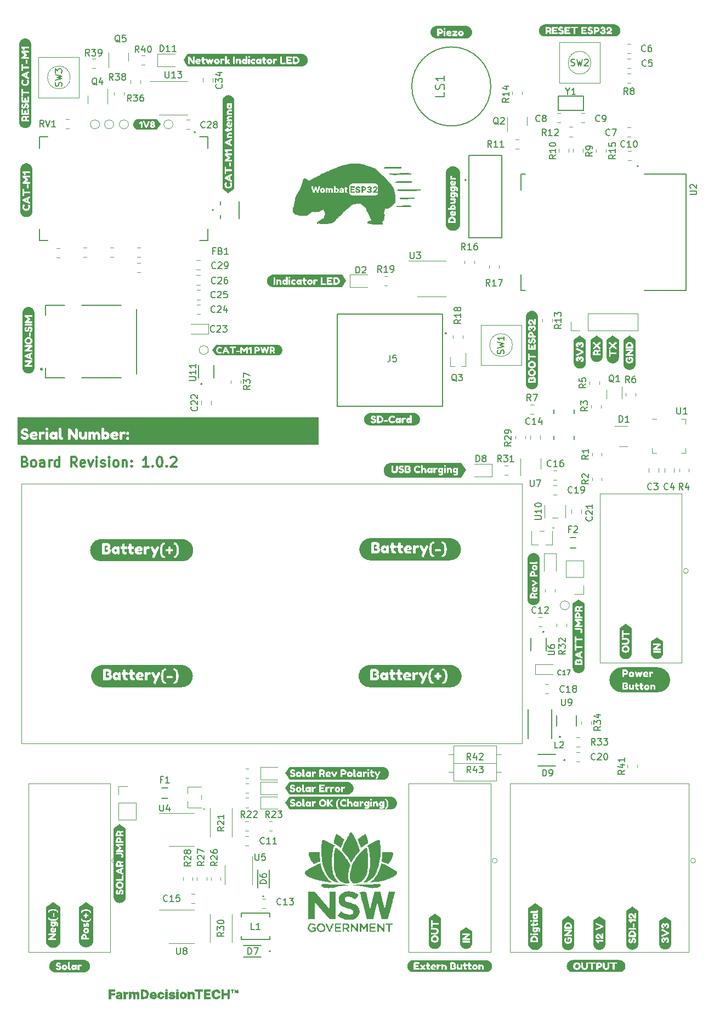
<source format=gbr>
%TF.GenerationSoftware,KiCad,Pcbnew,(6.0.11-0)*%
%TF.CreationDate,2023-04-19T14:38:13+10:00*%
%TF.ProjectId,enviro-node,656e7669-726f-42d6-9e6f-64652e6b6963,rev?*%
%TF.SameCoordinates,Original*%
%TF.FileFunction,Legend,Top*%
%TF.FilePolarity,Positive*%
%FSLAX46Y46*%
G04 Gerber Fmt 4.6, Leading zero omitted, Abs format (unit mm)*
G04 Created by KiCad (PCBNEW (6.0.11-0)) date 2023-04-19 14:38:13*
%MOMM*%
%LPD*%
G01*
G04 APERTURE LIST*
%ADD10C,0.300000*%
%ADD11C,0.150000*%
%ADD12C,0.127000*%
%ADD13C,0.200000*%
%ADD14C,0.120000*%
%ADD15C,0.240000*%
G04 APERTURE END LIST*
D10*
X34911342Y-91942457D02*
X35125628Y-92013885D01*
X35197057Y-92085314D01*
X35268485Y-92228171D01*
X35268485Y-92442457D01*
X35197057Y-92585314D01*
X35125628Y-92656742D01*
X34982771Y-92728171D01*
X34411342Y-92728171D01*
X34411342Y-91228171D01*
X34911342Y-91228171D01*
X35054200Y-91299600D01*
X35125628Y-91371028D01*
X35197057Y-91513885D01*
X35197057Y-91656742D01*
X35125628Y-91799600D01*
X35054200Y-91871028D01*
X34911342Y-91942457D01*
X34411342Y-91942457D01*
X36125628Y-92728171D02*
X35982771Y-92656742D01*
X35911342Y-92585314D01*
X35839914Y-92442457D01*
X35839914Y-92013885D01*
X35911342Y-91871028D01*
X35982771Y-91799600D01*
X36125628Y-91728171D01*
X36339914Y-91728171D01*
X36482771Y-91799600D01*
X36554200Y-91871028D01*
X36625628Y-92013885D01*
X36625628Y-92442457D01*
X36554200Y-92585314D01*
X36482771Y-92656742D01*
X36339914Y-92728171D01*
X36125628Y-92728171D01*
X37911342Y-92728171D02*
X37911342Y-91942457D01*
X37839914Y-91799600D01*
X37697057Y-91728171D01*
X37411342Y-91728171D01*
X37268485Y-91799600D01*
X37911342Y-92656742D02*
X37768485Y-92728171D01*
X37411342Y-92728171D01*
X37268485Y-92656742D01*
X37197057Y-92513885D01*
X37197057Y-92371028D01*
X37268485Y-92228171D01*
X37411342Y-92156742D01*
X37768485Y-92156742D01*
X37911342Y-92085314D01*
X38625628Y-92728171D02*
X38625628Y-91728171D01*
X38625628Y-92013885D02*
X38697057Y-91871028D01*
X38768485Y-91799600D01*
X38911342Y-91728171D01*
X39054200Y-91728171D01*
X40197057Y-92728171D02*
X40197057Y-91228171D01*
X40197057Y-92656742D02*
X40054200Y-92728171D01*
X39768485Y-92728171D01*
X39625628Y-92656742D01*
X39554200Y-92585314D01*
X39482771Y-92442457D01*
X39482771Y-92013885D01*
X39554200Y-91871028D01*
X39625628Y-91799600D01*
X39768485Y-91728171D01*
X40054200Y-91728171D01*
X40197057Y-91799600D01*
X42911342Y-92728171D02*
X42411342Y-92013885D01*
X42054200Y-92728171D02*
X42054200Y-91228171D01*
X42625628Y-91228171D01*
X42768485Y-91299600D01*
X42839914Y-91371028D01*
X42911342Y-91513885D01*
X42911342Y-91728171D01*
X42839914Y-91871028D01*
X42768485Y-91942457D01*
X42625628Y-92013885D01*
X42054200Y-92013885D01*
X44125628Y-92656742D02*
X43982771Y-92728171D01*
X43697057Y-92728171D01*
X43554200Y-92656742D01*
X43482771Y-92513885D01*
X43482771Y-91942457D01*
X43554200Y-91799600D01*
X43697057Y-91728171D01*
X43982771Y-91728171D01*
X44125628Y-91799600D01*
X44197057Y-91942457D01*
X44197057Y-92085314D01*
X43482771Y-92228171D01*
X44697057Y-91728171D02*
X45054200Y-92728171D01*
X45411342Y-91728171D01*
X45982771Y-92728171D02*
X45982771Y-91728171D01*
X45982771Y-91228171D02*
X45911342Y-91299600D01*
X45982771Y-91371028D01*
X46054200Y-91299600D01*
X45982771Y-91228171D01*
X45982771Y-91371028D01*
X46625628Y-92656742D02*
X46768485Y-92728171D01*
X47054200Y-92728171D01*
X47197057Y-92656742D01*
X47268485Y-92513885D01*
X47268485Y-92442457D01*
X47197057Y-92299600D01*
X47054200Y-92228171D01*
X46839914Y-92228171D01*
X46697057Y-92156742D01*
X46625628Y-92013885D01*
X46625628Y-91942457D01*
X46697057Y-91799600D01*
X46839914Y-91728171D01*
X47054200Y-91728171D01*
X47197057Y-91799600D01*
X47911342Y-92728171D02*
X47911342Y-91728171D01*
X47911342Y-91228171D02*
X47839914Y-91299600D01*
X47911342Y-91371028D01*
X47982771Y-91299600D01*
X47911342Y-91228171D01*
X47911342Y-91371028D01*
X48839914Y-92728171D02*
X48697057Y-92656742D01*
X48625628Y-92585314D01*
X48554200Y-92442457D01*
X48554200Y-92013885D01*
X48625628Y-91871028D01*
X48697057Y-91799600D01*
X48839914Y-91728171D01*
X49054200Y-91728171D01*
X49197057Y-91799600D01*
X49268485Y-91871028D01*
X49339914Y-92013885D01*
X49339914Y-92442457D01*
X49268485Y-92585314D01*
X49197057Y-92656742D01*
X49054200Y-92728171D01*
X48839914Y-92728171D01*
X49982771Y-91728171D02*
X49982771Y-92728171D01*
X49982771Y-91871028D02*
X50054200Y-91799600D01*
X50197057Y-91728171D01*
X50411342Y-91728171D01*
X50554200Y-91799600D01*
X50625628Y-91942457D01*
X50625628Y-92728171D01*
X51339914Y-92585314D02*
X51411342Y-92656742D01*
X51339914Y-92728171D01*
X51268485Y-92656742D01*
X51339914Y-92585314D01*
X51339914Y-92728171D01*
X51339914Y-91799600D02*
X51411342Y-91871028D01*
X51339914Y-91942457D01*
X51268485Y-91871028D01*
X51339914Y-91799600D01*
X51339914Y-91942457D01*
X53982771Y-92728171D02*
X53125628Y-92728171D01*
X53554200Y-92728171D02*
X53554200Y-91228171D01*
X53411342Y-91442457D01*
X53268485Y-91585314D01*
X53125628Y-91656742D01*
X54625628Y-92585314D02*
X54697057Y-92656742D01*
X54625628Y-92728171D01*
X54554200Y-92656742D01*
X54625628Y-92585314D01*
X54625628Y-92728171D01*
X55625628Y-91228171D02*
X55768485Y-91228171D01*
X55911342Y-91299600D01*
X55982771Y-91371028D01*
X56054200Y-91513885D01*
X56125628Y-91799600D01*
X56125628Y-92156742D01*
X56054200Y-92442457D01*
X55982771Y-92585314D01*
X55911342Y-92656742D01*
X55768485Y-92728171D01*
X55625628Y-92728171D01*
X55482771Y-92656742D01*
X55411342Y-92585314D01*
X55339914Y-92442457D01*
X55268485Y-92156742D01*
X55268485Y-91799600D01*
X55339914Y-91513885D01*
X55411342Y-91371028D01*
X55482771Y-91299600D01*
X55625628Y-91228171D01*
X56768485Y-92585314D02*
X56839914Y-92656742D01*
X56768485Y-92728171D01*
X56697057Y-92656742D01*
X56768485Y-92585314D01*
X56768485Y-92728171D01*
X57411342Y-91371028D02*
X57482771Y-91299600D01*
X57625628Y-91228171D01*
X57982771Y-91228171D01*
X58125628Y-91299600D01*
X58197057Y-91371028D01*
X58268485Y-91513885D01*
X58268485Y-91656742D01*
X58197057Y-91871028D01*
X57339914Y-92728171D01*
X58268485Y-92728171D01*
D11*
%TO.C,R34*%
X123780936Y-132763467D02*
X123304746Y-133096800D01*
X123780936Y-133334895D02*
X122780936Y-133334895D01*
X122780936Y-132953943D01*
X122828556Y-132858705D01*
X122876175Y-132811086D01*
X122971413Y-132763467D01*
X123114270Y-132763467D01*
X123209508Y-132811086D01*
X123257127Y-132858705D01*
X123304746Y-132953943D01*
X123304746Y-133334895D01*
X122780936Y-132430133D02*
X122780936Y-131811086D01*
X123161889Y-132144419D01*
X123161889Y-132001562D01*
X123209508Y-131906324D01*
X123257127Y-131858705D01*
X123352365Y-131811086D01*
X123590460Y-131811086D01*
X123685698Y-131858705D01*
X123733317Y-131906324D01*
X123780936Y-132001562D01*
X123780936Y-132287276D01*
X123733317Y-132382514D01*
X123685698Y-132430133D01*
X123114270Y-130953943D02*
X123780936Y-130953943D01*
X122733317Y-131192038D02*
X123447603Y-131430133D01*
X123447603Y-130811086D01*
%TO.C,R16*%
X102873698Y-59248990D02*
X102540365Y-58772800D01*
X102302270Y-59248990D02*
X102302270Y-58248990D01*
X102683222Y-58248990D01*
X102778460Y-58296610D01*
X102826079Y-58344229D01*
X102873698Y-58439467D01*
X102873698Y-58582324D01*
X102826079Y-58677562D01*
X102778460Y-58725181D01*
X102683222Y-58772800D01*
X102302270Y-58772800D01*
X103826079Y-59248990D02*
X103254651Y-59248990D01*
X103540365Y-59248990D02*
X103540365Y-58248990D01*
X103445127Y-58391848D01*
X103349889Y-58487086D01*
X103254651Y-58534705D01*
X104683222Y-58248990D02*
X104492746Y-58248990D01*
X104397508Y-58296610D01*
X104349889Y-58344229D01*
X104254651Y-58487086D01*
X104207032Y-58677562D01*
X104207032Y-59058514D01*
X104254651Y-59153752D01*
X104302270Y-59201371D01*
X104397508Y-59248990D01*
X104587984Y-59248990D01*
X104683222Y-59201371D01*
X104730841Y-59153752D01*
X104778460Y-59058514D01*
X104778460Y-58820419D01*
X104730841Y-58725181D01*
X104683222Y-58677562D01*
X104587984Y-58629943D01*
X104397508Y-58629943D01*
X104302270Y-58677562D01*
X104254651Y-58725181D01*
X104207032Y-58820419D01*
%TO.C,R29*%
X109942936Y-88903467D02*
X109466746Y-89236800D01*
X109942936Y-89474895D02*
X108942936Y-89474895D01*
X108942936Y-89093943D01*
X108990556Y-88998705D01*
X109038175Y-88951086D01*
X109133413Y-88903467D01*
X109276270Y-88903467D01*
X109371508Y-88951086D01*
X109419127Y-88998705D01*
X109466746Y-89093943D01*
X109466746Y-89474895D01*
X109038175Y-88522514D02*
X108990556Y-88474895D01*
X108942936Y-88379657D01*
X108942936Y-88141562D01*
X108990556Y-88046324D01*
X109038175Y-87998705D01*
X109133413Y-87951086D01*
X109228651Y-87951086D01*
X109371508Y-87998705D01*
X109942936Y-88570133D01*
X109942936Y-87951086D01*
X109942936Y-87474895D02*
X109942936Y-87284419D01*
X109895317Y-87189181D01*
X109847698Y-87141562D01*
X109704841Y-87046324D01*
X109514365Y-86998705D01*
X109133413Y-86998705D01*
X109038175Y-87046324D01*
X108990556Y-87093943D01*
X108942936Y-87189181D01*
X108942936Y-87379657D01*
X108990556Y-87474895D01*
X109038175Y-87522514D01*
X109133413Y-87570133D01*
X109371508Y-87570133D01*
X109466746Y-87522514D01*
X109514365Y-87474895D01*
X109561984Y-87379657D01*
X109561984Y-87189181D01*
X109514365Y-87093943D01*
X109466746Y-87046324D01*
X109371508Y-86998705D01*
%TO.C,C16*%
X116147698Y-92599752D02*
X116100079Y-92647371D01*
X115957222Y-92694990D01*
X115861984Y-92694990D01*
X115719127Y-92647371D01*
X115623889Y-92552133D01*
X115576270Y-92456895D01*
X115528651Y-92266419D01*
X115528651Y-92123562D01*
X115576270Y-91933086D01*
X115623889Y-91837848D01*
X115719127Y-91742610D01*
X115861984Y-91694990D01*
X115957222Y-91694990D01*
X116100079Y-91742610D01*
X116147698Y-91790229D01*
X117100079Y-92694990D02*
X116528651Y-92694990D01*
X116814365Y-92694990D02*
X116814365Y-91694990D01*
X116719127Y-91837848D01*
X116623889Y-91933086D01*
X116528651Y-91980705D01*
X117957222Y-91694990D02*
X117766746Y-91694990D01*
X117671508Y-91742610D01*
X117623889Y-91790229D01*
X117528651Y-91933086D01*
X117481032Y-92123562D01*
X117481032Y-92504514D01*
X117528651Y-92599752D01*
X117576270Y-92647371D01*
X117671508Y-92694990D01*
X117861984Y-92694990D01*
X117957222Y-92647371D01*
X118004841Y-92599752D01*
X118052460Y-92504514D01*
X118052460Y-92266419D01*
X118004841Y-92171181D01*
X117957222Y-92123562D01*
X117861984Y-92075943D01*
X117671508Y-92075943D01*
X117576270Y-92123562D01*
X117528651Y-92171181D01*
X117481032Y-92266419D01*
%TO.C,C19*%
X119383698Y-96663752D02*
X119336079Y-96711371D01*
X119193222Y-96758990D01*
X119097984Y-96758990D01*
X118955127Y-96711371D01*
X118859889Y-96616133D01*
X118812270Y-96520895D01*
X118764651Y-96330419D01*
X118764651Y-96187562D01*
X118812270Y-95997086D01*
X118859889Y-95901848D01*
X118955127Y-95806610D01*
X119097984Y-95758990D01*
X119193222Y-95758990D01*
X119336079Y-95806610D01*
X119383698Y-95854229D01*
X120336079Y-96758990D02*
X119764651Y-96758990D01*
X120050365Y-96758990D02*
X120050365Y-95758990D01*
X119955127Y-95901848D01*
X119859889Y-95997086D01*
X119764651Y-96044705D01*
X120812270Y-96758990D02*
X121002746Y-96758990D01*
X121097984Y-96711371D01*
X121145603Y-96663752D01*
X121240841Y-96520895D01*
X121288460Y-96330419D01*
X121288460Y-95949467D01*
X121240841Y-95854229D01*
X121193222Y-95806610D01*
X121097984Y-95758990D01*
X120907508Y-95758990D01*
X120812270Y-95806610D01*
X120764651Y-95854229D01*
X120717032Y-95949467D01*
X120717032Y-96187562D01*
X120764651Y-96282800D01*
X120812270Y-96330419D01*
X120907508Y-96378038D01*
X121097984Y-96378038D01*
X121193222Y-96330419D01*
X121240841Y-96282800D01*
X121288460Y-96187562D01*
%TO.C,R22*%
X68837698Y-146796990D02*
X68504365Y-146320800D01*
X68266270Y-146796990D02*
X68266270Y-145796990D01*
X68647222Y-145796990D01*
X68742460Y-145844610D01*
X68790079Y-145892229D01*
X68837698Y-145987467D01*
X68837698Y-146130324D01*
X68790079Y-146225562D01*
X68742460Y-146273181D01*
X68647222Y-146320800D01*
X68266270Y-146320800D01*
X69218651Y-145892229D02*
X69266270Y-145844610D01*
X69361508Y-145796990D01*
X69599603Y-145796990D01*
X69694841Y-145844610D01*
X69742460Y-145892229D01*
X69790079Y-145987467D01*
X69790079Y-146082705D01*
X69742460Y-146225562D01*
X69171032Y-146796990D01*
X69790079Y-146796990D01*
X70171032Y-145892229D02*
X70218651Y-145844610D01*
X70313889Y-145796990D01*
X70551984Y-145796990D01*
X70647222Y-145844610D01*
X70694841Y-145892229D01*
X70742460Y-145987467D01*
X70742460Y-146082705D01*
X70694841Y-146225562D01*
X70123413Y-146796990D01*
X70742460Y-146796990D01*
%TO.C,R11*%
X106937698Y-43418990D02*
X106604365Y-42942800D01*
X106366270Y-43418990D02*
X106366270Y-42418990D01*
X106747222Y-42418990D01*
X106842460Y-42466610D01*
X106890079Y-42514229D01*
X106937698Y-42609467D01*
X106937698Y-42752324D01*
X106890079Y-42847562D01*
X106842460Y-42895181D01*
X106747222Y-42942800D01*
X106366270Y-42942800D01*
X107890079Y-43418990D02*
X107318651Y-43418990D01*
X107604365Y-43418990D02*
X107604365Y-42418990D01*
X107509127Y-42561848D01*
X107413889Y-42657086D01*
X107318651Y-42704705D01*
X108842460Y-43418990D02*
X108271032Y-43418990D01*
X108556746Y-43418990D02*
X108556746Y-42418990D01*
X108461508Y-42561848D01*
X108366270Y-42657086D01*
X108271032Y-42704705D01*
%TO.C,R1*%
X121888936Y-90951276D02*
X121412746Y-91284610D01*
X121888936Y-91522705D02*
X120888936Y-91522705D01*
X120888936Y-91141752D01*
X120936556Y-91046514D01*
X120984175Y-90998895D01*
X121079413Y-90951276D01*
X121222270Y-90951276D01*
X121317508Y-90998895D01*
X121365127Y-91046514D01*
X121412746Y-91141752D01*
X121412746Y-91522705D01*
X121888936Y-89998895D02*
X121888936Y-90570324D01*
X121888936Y-90284610D02*
X120888936Y-90284610D01*
X121031794Y-90379848D01*
X121127032Y-90475086D01*
X121174651Y-90570324D01*
%TO.C,U3*%
X94397651Y-59619990D02*
X94397651Y-60429514D01*
X94445270Y-60524752D01*
X94492889Y-60572371D01*
X94588127Y-60619990D01*
X94778603Y-60619990D01*
X94873841Y-60572371D01*
X94921460Y-60524752D01*
X94969079Y-60429514D01*
X94969079Y-59619990D01*
X95350032Y-59619990D02*
X95969079Y-59619990D01*
X95635746Y-60000943D01*
X95778603Y-60000943D01*
X95873841Y-60048562D01*
X95921460Y-60096181D01*
X95969079Y-60191419D01*
X95969079Y-60429514D01*
X95921460Y-60524752D01*
X95873841Y-60572371D01*
X95778603Y-60619990D01*
X95492889Y-60619990D01*
X95397651Y-60572371D01*
X95350032Y-60524752D01*
%TO.C,U4*%
X55716651Y-144838990D02*
X55716651Y-145648514D01*
X55764270Y-145743752D01*
X55811889Y-145791371D01*
X55907127Y-145838990D01*
X56097603Y-145838990D01*
X56192841Y-145791371D01*
X56240460Y-145743752D01*
X56288079Y-145648514D01*
X56288079Y-144838990D01*
X57192841Y-145172324D02*
X57192841Y-145838990D01*
X56954746Y-144791371D02*
X56716651Y-145505657D01*
X57335698Y-145505657D01*
%TO.C,R42*%
X103725742Y-137883980D02*
X103392409Y-137407790D01*
X103154314Y-137883980D02*
X103154314Y-136883980D01*
X103535266Y-136883980D01*
X103630504Y-136931600D01*
X103678123Y-136979219D01*
X103725742Y-137074457D01*
X103725742Y-137217314D01*
X103678123Y-137312552D01*
X103630504Y-137360171D01*
X103535266Y-137407790D01*
X103154314Y-137407790D01*
X104582885Y-137217314D02*
X104582885Y-137883980D01*
X104344790Y-136836361D02*
X104106695Y-137550647D01*
X104725742Y-137550647D01*
X105059076Y-136979219D02*
X105106695Y-136931600D01*
X105201933Y-136883980D01*
X105440028Y-136883980D01*
X105535266Y-136931600D01*
X105582885Y-136979219D01*
X105630504Y-137074457D01*
X105630504Y-137169695D01*
X105582885Y-137312552D01*
X105011457Y-137883980D01*
X105630504Y-137883980D01*
%TO.C,Q3*%
X101543317Y-79542229D02*
X101448079Y-79494610D01*
X101352841Y-79399371D01*
X101209984Y-79256514D01*
X101114746Y-79208895D01*
X101019508Y-79208895D01*
X101067127Y-79446990D02*
X100971889Y-79399371D01*
X100876651Y-79304133D01*
X100829032Y-79113657D01*
X100829032Y-78780324D01*
X100876651Y-78589848D01*
X100971889Y-78494610D01*
X101067127Y-78446990D01*
X101257603Y-78446990D01*
X101352841Y-78494610D01*
X101448079Y-78589848D01*
X101495698Y-78780324D01*
X101495698Y-79113657D01*
X101448079Y-79304133D01*
X101352841Y-79399371D01*
X101257603Y-79446990D01*
X101067127Y-79446990D01*
X101829032Y-78446990D02*
X102448079Y-78446990D01*
X102114746Y-78827943D01*
X102257603Y-78827943D01*
X102352841Y-78875562D01*
X102400460Y-78923181D01*
X102448079Y-79018419D01*
X102448079Y-79256514D01*
X102400460Y-79351752D01*
X102352841Y-79399371D01*
X102257603Y-79446990D01*
X101971889Y-79446990D01*
X101876651Y-79399371D01*
X101829032Y-79351752D01*
%TO.C,R17*%
X106683698Y-64828490D02*
X106350365Y-64352300D01*
X106112270Y-64828490D02*
X106112270Y-63828490D01*
X106493222Y-63828490D01*
X106588460Y-63876110D01*
X106636079Y-63923729D01*
X106683698Y-64018967D01*
X106683698Y-64161824D01*
X106636079Y-64257062D01*
X106588460Y-64304681D01*
X106493222Y-64352300D01*
X106112270Y-64352300D01*
X107636079Y-64828490D02*
X107064651Y-64828490D01*
X107350365Y-64828490D02*
X107350365Y-63828490D01*
X107255127Y-63971348D01*
X107159889Y-64066586D01*
X107064651Y-64114205D01*
X107969413Y-63828490D02*
X108636079Y-63828490D01*
X108207508Y-64828490D01*
%TO.C,C4*%
X134197889Y-96155752D02*
X134150270Y-96203371D01*
X134007413Y-96250990D01*
X133912175Y-96250990D01*
X133769317Y-96203371D01*
X133674079Y-96108133D01*
X133626460Y-96012895D01*
X133578841Y-95822419D01*
X133578841Y-95679562D01*
X133626460Y-95489086D01*
X133674079Y-95393848D01*
X133769317Y-95298610D01*
X133912175Y-95250990D01*
X134007413Y-95250990D01*
X134150270Y-95298610D01*
X134197889Y-95346229D01*
X135055032Y-95584324D02*
X135055032Y-96250990D01*
X134816936Y-95203371D02*
X134578841Y-95917657D01*
X135197889Y-95917657D01*
%TO.C,C7*%
X125193889Y-41545752D02*
X125146270Y-41593371D01*
X125003413Y-41640990D01*
X124908175Y-41640990D01*
X124765317Y-41593371D01*
X124670079Y-41498133D01*
X124622460Y-41402895D01*
X124574841Y-41212419D01*
X124574841Y-41069562D01*
X124622460Y-40879086D01*
X124670079Y-40783848D01*
X124765317Y-40688610D01*
X124908175Y-40640990D01*
X125003413Y-40640990D01*
X125146270Y-40688610D01*
X125193889Y-40736229D01*
X125527222Y-40640990D02*
X126193889Y-40640990D01*
X125765317Y-41640990D01*
%TO.C,R23*%
X72647698Y-146796990D02*
X72314365Y-146320800D01*
X72076270Y-146796990D02*
X72076270Y-145796990D01*
X72457222Y-145796990D01*
X72552460Y-145844610D01*
X72600079Y-145892229D01*
X72647698Y-145987467D01*
X72647698Y-146130324D01*
X72600079Y-146225562D01*
X72552460Y-146273181D01*
X72457222Y-146320800D01*
X72076270Y-146320800D01*
X73028651Y-145892229D02*
X73076270Y-145844610D01*
X73171508Y-145796990D01*
X73409603Y-145796990D01*
X73504841Y-145844610D01*
X73552460Y-145892229D01*
X73600079Y-145987467D01*
X73600079Y-146082705D01*
X73552460Y-146225562D01*
X72981032Y-146796990D01*
X73600079Y-146796990D01*
X73933413Y-145796990D02*
X74552460Y-145796990D01*
X74219127Y-146177943D01*
X74361984Y-146177943D01*
X74457222Y-146225562D01*
X74504841Y-146273181D01*
X74552460Y-146368419D01*
X74552460Y-146606514D01*
X74504841Y-146701752D01*
X74457222Y-146749371D01*
X74361984Y-146796990D01*
X74076270Y-146796990D01*
X73981032Y-146749371D01*
X73933413Y-146701752D01*
%TO.C,D6*%
X72163436Y-156988705D02*
X71163436Y-156988705D01*
X71163436Y-156750610D01*
X71211056Y-156607752D01*
X71306294Y-156512514D01*
X71401532Y-156464895D01*
X71592008Y-156417276D01*
X71734865Y-156417276D01*
X71925341Y-156464895D01*
X72020579Y-156512514D01*
X72115817Y-156607752D01*
X72163436Y-156750610D01*
X72163436Y-156988705D01*
X71163436Y-155560133D02*
X71163436Y-155750610D01*
X71211056Y-155845848D01*
X71258675Y-155893467D01*
X71401532Y-155988705D01*
X71592008Y-156036324D01*
X71972960Y-156036324D01*
X72068198Y-155988705D01*
X72115817Y-155941086D01*
X72163436Y-155845848D01*
X72163436Y-155655371D01*
X72115817Y-155560133D01*
X72068198Y-155512514D01*
X71972960Y-155464895D01*
X71734865Y-155464895D01*
X71639627Y-155512514D01*
X71592008Y-155560133D01*
X71544389Y-155655371D01*
X71544389Y-155845848D01*
X71592008Y-155941086D01*
X71639627Y-155988705D01*
X71734865Y-156036324D01*
%TO.C,R43*%
X103725742Y-139906180D02*
X103392409Y-139429990D01*
X103154314Y-139906180D02*
X103154314Y-138906180D01*
X103535266Y-138906180D01*
X103630504Y-138953800D01*
X103678123Y-139001419D01*
X103725742Y-139096657D01*
X103725742Y-139239514D01*
X103678123Y-139334752D01*
X103630504Y-139382371D01*
X103535266Y-139429990D01*
X103154314Y-139429990D01*
X104582885Y-139239514D02*
X104582885Y-139906180D01*
X104344790Y-138858561D02*
X104106695Y-139572847D01*
X104725742Y-139572847D01*
X105011457Y-138906180D02*
X105630504Y-138906180D01*
X105297171Y-139287133D01*
X105440028Y-139287133D01*
X105535266Y-139334752D01*
X105582885Y-139382371D01*
X105630504Y-139477609D01*
X105630504Y-139715704D01*
X105582885Y-139810942D01*
X105535266Y-139858561D01*
X105440028Y-139906180D01*
X105154314Y-139906180D01*
X105059076Y-139858561D01*
X105011457Y-139810942D01*
%TO.C,R37*%
X69650936Y-80201467D02*
X69174746Y-80534800D01*
X69650936Y-80772895D02*
X68650936Y-80772895D01*
X68650936Y-80391943D01*
X68698556Y-80296705D01*
X68746175Y-80249086D01*
X68841413Y-80201467D01*
X68984270Y-80201467D01*
X69079508Y-80249086D01*
X69127127Y-80296705D01*
X69174746Y-80391943D01*
X69174746Y-80772895D01*
X68650936Y-79868133D02*
X68650936Y-79249086D01*
X69031889Y-79582419D01*
X69031889Y-79439562D01*
X69079508Y-79344324D01*
X69127127Y-79296705D01*
X69222365Y-79249086D01*
X69460460Y-79249086D01*
X69555698Y-79296705D01*
X69603317Y-79344324D01*
X69650936Y-79439562D01*
X69650936Y-79725276D01*
X69603317Y-79820514D01*
X69555698Y-79868133D01*
X68650936Y-78915752D02*
X68650936Y-78249086D01*
X69650936Y-78677657D01*
%TO.C,RV1*%
X37791318Y-40295990D02*
X37457985Y-39819800D01*
X37219890Y-40295990D02*
X37219890Y-39295990D01*
X37600842Y-39295990D01*
X37696080Y-39343610D01*
X37743699Y-39391229D01*
X37791318Y-39486467D01*
X37791318Y-39629324D01*
X37743699Y-39724562D01*
X37696080Y-39772181D01*
X37600842Y-39819800D01*
X37219890Y-39819800D01*
X38077033Y-39295990D02*
X38410366Y-40295990D01*
X38743699Y-39295990D01*
X39600842Y-40295990D02*
X39029414Y-40295990D01*
X39315128Y-40295990D02*
X39315128Y-39295990D01*
X39219890Y-39438848D01*
X39124652Y-39534086D01*
X39029414Y-39581705D01*
%TO.C,U13*%
X56558460Y-31750990D02*
X56558460Y-32560514D01*
X56606079Y-32655752D01*
X56653698Y-32703371D01*
X56748936Y-32750990D01*
X56939413Y-32750990D01*
X57034651Y-32703371D01*
X57082270Y-32655752D01*
X57129889Y-32560514D01*
X57129889Y-31750990D01*
X58129889Y-32750990D02*
X57558460Y-32750990D01*
X57844175Y-32750990D02*
X57844175Y-31750990D01*
X57748936Y-31893848D01*
X57653698Y-31989086D01*
X57558460Y-32036705D01*
X58463222Y-31750990D02*
X59082270Y-31750990D01*
X58748936Y-32131943D01*
X58891794Y-32131943D01*
X58987032Y-32179562D01*
X59034651Y-32227181D01*
X59082270Y-32322419D01*
X59082270Y-32560514D01*
X59034651Y-32655752D01*
X58987032Y-32703371D01*
X58891794Y-32750990D01*
X58606079Y-32750990D01*
X58510841Y-32703371D01*
X58463222Y-32655752D01*
%TO.C,R12*%
X115340098Y-41636990D02*
X115006765Y-41160800D01*
X114768670Y-41636990D02*
X114768670Y-40636990D01*
X115149622Y-40636990D01*
X115244860Y-40684610D01*
X115292479Y-40732229D01*
X115340098Y-40827467D01*
X115340098Y-40970324D01*
X115292479Y-41065562D01*
X115244860Y-41113181D01*
X115149622Y-41160800D01*
X114768670Y-41160800D01*
X116292479Y-41636990D02*
X115721051Y-41636990D01*
X116006765Y-41636990D02*
X116006765Y-40636990D01*
X115911527Y-40779848D01*
X115816289Y-40875086D01*
X115721051Y-40922705D01*
X116673432Y-40732229D02*
X116721051Y-40684610D01*
X116816289Y-40636990D01*
X117054384Y-40636990D01*
X117149622Y-40684610D01*
X117197241Y-40732229D01*
X117244860Y-40827467D01*
X117244860Y-40922705D01*
X117197241Y-41065562D01*
X116625813Y-41636990D01*
X117244860Y-41636990D01*
%TO.C,R4*%
X136483889Y-96250990D02*
X136150556Y-95774800D01*
X135912460Y-96250990D02*
X135912460Y-95250990D01*
X136293413Y-95250990D01*
X136388651Y-95298610D01*
X136436270Y-95346229D01*
X136483889Y-95441467D01*
X136483889Y-95584324D01*
X136436270Y-95679562D01*
X136388651Y-95727181D01*
X136293413Y-95774800D01*
X135912460Y-95774800D01*
X137341032Y-95584324D02*
X137341032Y-96250990D01*
X137102936Y-95203371D02*
X136864841Y-95917657D01*
X137483889Y-95917657D01*
%TO.C,U2*%
X137590380Y-50751514D02*
X138399904Y-50751514D01*
X138495142Y-50703895D01*
X138542761Y-50656276D01*
X138590380Y-50561038D01*
X138590380Y-50370562D01*
X138542761Y-50275324D01*
X138495142Y-50227705D01*
X138399904Y-50180086D01*
X137590380Y-50180086D01*
X137685619Y-49751514D02*
X137638000Y-49703895D01*
X137590380Y-49608657D01*
X137590380Y-49370562D01*
X137638000Y-49275324D01*
X137685619Y-49227705D01*
X137780857Y-49180086D01*
X137876095Y-49180086D01*
X138018952Y-49227705D01*
X138590380Y-49799133D01*
X138590380Y-49180086D01*
%TO.C,R8*%
X127987889Y-35290990D02*
X127654556Y-34814800D01*
X127416460Y-35290990D02*
X127416460Y-34290990D01*
X127797413Y-34290990D01*
X127892651Y-34338610D01*
X127940270Y-34386229D01*
X127987889Y-34481467D01*
X127987889Y-34624324D01*
X127940270Y-34719562D01*
X127892651Y-34767181D01*
X127797413Y-34814800D01*
X127416460Y-34814800D01*
X128559317Y-34719562D02*
X128464079Y-34671943D01*
X128416460Y-34624324D01*
X128368841Y-34529086D01*
X128368841Y-34481467D01*
X128416460Y-34386229D01*
X128464079Y-34338610D01*
X128559317Y-34290990D01*
X128749794Y-34290990D01*
X128845032Y-34338610D01*
X128892651Y-34386229D01*
X128940270Y-34481467D01*
X128940270Y-34529086D01*
X128892651Y-34624324D01*
X128845032Y-34671943D01*
X128749794Y-34719562D01*
X128559317Y-34719562D01*
X128464079Y-34767181D01*
X128416460Y-34814800D01*
X128368841Y-34910038D01*
X128368841Y-35100514D01*
X128416460Y-35195752D01*
X128464079Y-35243371D01*
X128559317Y-35290990D01*
X128749794Y-35290990D01*
X128845032Y-35243371D01*
X128892651Y-35195752D01*
X128940270Y-35100514D01*
X128940270Y-34910038D01*
X128892651Y-34814800D01*
X128845032Y-34767181D01*
X128749794Y-34719562D01*
%TO.C,F2*%
X119185222Y-102331181D02*
X118851889Y-102331181D01*
X118851889Y-102854990D02*
X118851889Y-101854990D01*
X119328079Y-101854990D01*
X119661413Y-101950229D02*
X119709032Y-101902610D01*
X119804270Y-101854990D01*
X120042365Y-101854990D01*
X120137603Y-101902610D01*
X120185222Y-101950229D01*
X120232841Y-102045467D01*
X120232841Y-102140705D01*
X120185222Y-102283562D01*
X119613794Y-102854990D01*
X120232841Y-102854990D01*
%TO.C,J5*%
X91257722Y-75513990D02*
X91257722Y-76228276D01*
X91210103Y-76371133D01*
X91114865Y-76466371D01*
X90972008Y-76513990D01*
X90876770Y-76513990D01*
X92210103Y-75513990D02*
X91733913Y-75513990D01*
X91686294Y-75990181D01*
X91733913Y-75942562D01*
X91829151Y-75894943D01*
X92067246Y-75894943D01*
X92162484Y-75942562D01*
X92210103Y-75990181D01*
X92257722Y-76085419D01*
X92257722Y-76323514D01*
X92210103Y-76418752D01*
X92162484Y-76466371D01*
X92067246Y-76513990D01*
X91829151Y-76513990D01*
X91733913Y-76466371D01*
X91686294Y-76418752D01*
%TO.C,C17*%
X117652849Y-124754455D02*
X117617134Y-124790169D01*
X117509992Y-124825883D01*
X117438563Y-124825883D01*
X117331420Y-124790169D01*
X117259992Y-124718740D01*
X117224277Y-124647312D01*
X117188563Y-124504455D01*
X117188563Y-124397312D01*
X117224277Y-124254455D01*
X117259992Y-124183026D01*
X117331420Y-124111598D01*
X117438563Y-124075883D01*
X117509992Y-124075883D01*
X117617134Y-124111598D01*
X117652849Y-124147312D01*
X118367134Y-124825883D02*
X117938563Y-124825883D01*
X118152849Y-124825883D02*
X118152849Y-124075883D01*
X118081420Y-124183026D01*
X118009992Y-124254455D01*
X117938563Y-124290169D01*
X118617134Y-124075883D02*
X119117134Y-124075883D01*
X118795706Y-124825883D01*
%TO.C,R27*%
X62566936Y-153591467D02*
X62090746Y-153924800D01*
X62566936Y-154162895D02*
X61566936Y-154162895D01*
X61566936Y-153781943D01*
X61614556Y-153686705D01*
X61662175Y-153639086D01*
X61757413Y-153591467D01*
X61900270Y-153591467D01*
X61995508Y-153639086D01*
X62043127Y-153686705D01*
X62090746Y-153781943D01*
X62090746Y-154162895D01*
X61662175Y-153210514D02*
X61614556Y-153162895D01*
X61566936Y-153067657D01*
X61566936Y-152829562D01*
X61614556Y-152734324D01*
X61662175Y-152686705D01*
X61757413Y-152639086D01*
X61852651Y-152639086D01*
X61995508Y-152686705D01*
X62566936Y-153258133D01*
X62566936Y-152639086D01*
X61566936Y-152305752D02*
X61566936Y-151639086D01*
X62566936Y-152067657D01*
%TO.C,C11*%
X71837698Y-150765752D02*
X71790079Y-150813371D01*
X71647222Y-150860990D01*
X71551984Y-150860990D01*
X71409127Y-150813371D01*
X71313889Y-150718133D01*
X71266270Y-150622895D01*
X71218651Y-150432419D01*
X71218651Y-150289562D01*
X71266270Y-150099086D01*
X71313889Y-150003848D01*
X71409127Y-149908610D01*
X71551984Y-149860990D01*
X71647222Y-149860990D01*
X71790079Y-149908610D01*
X71837698Y-149956229D01*
X72790079Y-150860990D02*
X72218651Y-150860990D01*
X72504365Y-150860990D02*
X72504365Y-149860990D01*
X72409127Y-150003848D01*
X72313889Y-150099086D01*
X72218651Y-150146705D01*
X73742460Y-150860990D02*
X73171032Y-150860990D01*
X73456746Y-150860990D02*
X73456746Y-149860990D01*
X73361508Y-150003848D01*
X73266270Y-150099086D01*
X73171032Y-150146705D01*
%TO.C,R21*%
X65631936Y-148286467D02*
X65155746Y-148619800D01*
X65631936Y-148857895D02*
X64631936Y-148857895D01*
X64631936Y-148476943D01*
X64679556Y-148381705D01*
X64727175Y-148334086D01*
X64822413Y-148286467D01*
X64965270Y-148286467D01*
X65060508Y-148334086D01*
X65108127Y-148381705D01*
X65155746Y-148476943D01*
X65155746Y-148857895D01*
X64727175Y-147905514D02*
X64679556Y-147857895D01*
X64631936Y-147762657D01*
X64631936Y-147524562D01*
X64679556Y-147429324D01*
X64727175Y-147381705D01*
X64822413Y-147334086D01*
X64917651Y-147334086D01*
X65060508Y-147381705D01*
X65631936Y-147953133D01*
X65631936Y-147334086D01*
X65631936Y-146381705D02*
X65631936Y-146953133D01*
X65631936Y-146667419D02*
X64631936Y-146667419D01*
X64774794Y-146762657D01*
X64870032Y-146857895D01*
X64917651Y-146953133D01*
%TO.C,F1*%
X56145222Y-140939181D02*
X55811889Y-140939181D01*
X55811889Y-141462990D02*
X55811889Y-140462990D01*
X56288079Y-140462990D01*
X57192841Y-141462990D02*
X56621413Y-141462990D01*
X56907127Y-141462990D02*
X56907127Y-140462990D01*
X56811889Y-140605848D01*
X56716651Y-140701086D01*
X56621413Y-140748705D01*
%TO.C,C29*%
X64355698Y-62063252D02*
X64308079Y-62110871D01*
X64165222Y-62158490D01*
X64069984Y-62158490D01*
X63927127Y-62110871D01*
X63831889Y-62015633D01*
X63784270Y-61920395D01*
X63736651Y-61729919D01*
X63736651Y-61587062D01*
X63784270Y-61396586D01*
X63831889Y-61301348D01*
X63927127Y-61206110D01*
X64069984Y-61158490D01*
X64165222Y-61158490D01*
X64308079Y-61206110D01*
X64355698Y-61253729D01*
X64736651Y-61253729D02*
X64784270Y-61206110D01*
X64879508Y-61158490D01*
X65117603Y-61158490D01*
X65212841Y-61206110D01*
X65260460Y-61253729D01*
X65308079Y-61348967D01*
X65308079Y-61444205D01*
X65260460Y-61587062D01*
X64689032Y-62158490D01*
X65308079Y-62158490D01*
X65784270Y-62158490D02*
X65974746Y-62158490D01*
X66069984Y-62110871D01*
X66117603Y-62063252D01*
X66212841Y-61920395D01*
X66260460Y-61729919D01*
X66260460Y-61348967D01*
X66212841Y-61253729D01*
X66165222Y-61206110D01*
X66069984Y-61158490D01*
X65879508Y-61158490D01*
X65784270Y-61206110D01*
X65736651Y-61253729D01*
X65689032Y-61348967D01*
X65689032Y-61587062D01*
X65736651Y-61682300D01*
X65784270Y-61729919D01*
X65879508Y-61777538D01*
X66069984Y-61777538D01*
X66165222Y-61729919D01*
X66212841Y-61682300D01*
X66260460Y-61587062D01*
%TO.C,C10*%
X127511698Y-43341752D02*
X127464079Y-43389371D01*
X127321222Y-43436990D01*
X127225984Y-43436990D01*
X127083127Y-43389371D01*
X126987889Y-43294133D01*
X126940270Y-43198895D01*
X126892651Y-43008419D01*
X126892651Y-42865562D01*
X126940270Y-42675086D01*
X126987889Y-42579848D01*
X127083127Y-42484610D01*
X127225984Y-42436990D01*
X127321222Y-42436990D01*
X127464079Y-42484610D01*
X127511698Y-42532229D01*
X128464079Y-43436990D02*
X127892651Y-43436990D01*
X128178365Y-43436990D02*
X128178365Y-42436990D01*
X128083127Y-42579848D01*
X127987889Y-42675086D01*
X127892651Y-42722705D01*
X129083127Y-42436990D02*
X129178365Y-42436990D01*
X129273603Y-42484610D01*
X129321222Y-42532229D01*
X129368841Y-42627467D01*
X129416460Y-42817943D01*
X129416460Y-43056038D01*
X129368841Y-43246514D01*
X129321222Y-43341752D01*
X129273603Y-43389371D01*
X129178365Y-43436990D01*
X129083127Y-43436990D01*
X128987889Y-43389371D01*
X128940270Y-43341752D01*
X128892651Y-43246514D01*
X128845032Y-43056038D01*
X128845032Y-42817943D01*
X128892651Y-42627467D01*
X128940270Y-42532229D01*
X128987889Y-42484610D01*
X129083127Y-42436990D01*
%TO.C,R30*%
X65614936Y-164513467D02*
X65138746Y-164846800D01*
X65614936Y-165084895D02*
X64614936Y-165084895D01*
X64614936Y-164703943D01*
X64662556Y-164608705D01*
X64710175Y-164561086D01*
X64805413Y-164513467D01*
X64948270Y-164513467D01*
X65043508Y-164561086D01*
X65091127Y-164608705D01*
X65138746Y-164703943D01*
X65138746Y-165084895D01*
X64614936Y-164180133D02*
X64614936Y-163561086D01*
X64995889Y-163894419D01*
X64995889Y-163751562D01*
X65043508Y-163656324D01*
X65091127Y-163608705D01*
X65186365Y-163561086D01*
X65424460Y-163561086D01*
X65519698Y-163608705D01*
X65567317Y-163656324D01*
X65614936Y-163751562D01*
X65614936Y-164037276D01*
X65567317Y-164132514D01*
X65519698Y-164180133D01*
X64614936Y-162942038D02*
X64614936Y-162846800D01*
X64662556Y-162751562D01*
X64710175Y-162703943D01*
X64805413Y-162656324D01*
X64995889Y-162608705D01*
X65233984Y-162608705D01*
X65424460Y-162656324D01*
X65519698Y-162703943D01*
X65567317Y-162751562D01*
X65614936Y-162846800D01*
X65614936Y-162942038D01*
X65567317Y-163037276D01*
X65519698Y-163084895D01*
X65424460Y-163132514D01*
X65233984Y-163180133D01*
X64995889Y-163180133D01*
X64805413Y-163132514D01*
X64710175Y-163084895D01*
X64662556Y-163037276D01*
X64614936Y-162942038D01*
%TO.C,D8*%
X104556460Y-91932990D02*
X104556460Y-90932990D01*
X104794556Y-90932990D01*
X104937413Y-90980610D01*
X105032651Y-91075848D01*
X105080270Y-91171086D01*
X105127889Y-91361562D01*
X105127889Y-91504419D01*
X105080270Y-91694895D01*
X105032651Y-91790133D01*
X104937413Y-91885371D01*
X104794556Y-91932990D01*
X104556460Y-91932990D01*
X105699317Y-91361562D02*
X105604079Y-91313943D01*
X105556460Y-91266324D01*
X105508841Y-91171086D01*
X105508841Y-91123467D01*
X105556460Y-91028229D01*
X105604079Y-90980610D01*
X105699317Y-90932990D01*
X105889794Y-90932990D01*
X105985032Y-90980610D01*
X106032651Y-91028229D01*
X106080270Y-91123467D01*
X106080270Y-91171086D01*
X106032651Y-91266324D01*
X105985032Y-91313943D01*
X105889794Y-91361562D01*
X105699317Y-91361562D01*
X105604079Y-91409181D01*
X105556460Y-91456800D01*
X105508841Y-91552038D01*
X105508841Y-91742514D01*
X105556460Y-91837752D01*
X105604079Y-91885371D01*
X105699317Y-91932990D01*
X105889794Y-91932990D01*
X105985032Y-91885371D01*
X106032651Y-91837752D01*
X106080270Y-91742514D01*
X106080270Y-91552038D01*
X106032651Y-91456800D01*
X105985032Y-91409181D01*
X105889794Y-91361562D01*
%TO.C,C20*%
X122939698Y-137811752D02*
X122892079Y-137859371D01*
X122749222Y-137906990D01*
X122653984Y-137906990D01*
X122511127Y-137859371D01*
X122415889Y-137764133D01*
X122368270Y-137668895D01*
X122320651Y-137478419D01*
X122320651Y-137335562D01*
X122368270Y-137145086D01*
X122415889Y-137049848D01*
X122511127Y-136954610D01*
X122653984Y-136906990D01*
X122749222Y-136906990D01*
X122892079Y-136954610D01*
X122939698Y-137002229D01*
X123320651Y-137002229D02*
X123368270Y-136954610D01*
X123463508Y-136906990D01*
X123701603Y-136906990D01*
X123796841Y-136954610D01*
X123844460Y-137002229D01*
X123892079Y-137097467D01*
X123892079Y-137192705D01*
X123844460Y-137335562D01*
X123273032Y-137906990D01*
X123892079Y-137906990D01*
X124511127Y-136906990D02*
X124606365Y-136906990D01*
X124701603Y-136954610D01*
X124749222Y-137002229D01*
X124796841Y-137097467D01*
X124844460Y-137287943D01*
X124844460Y-137526038D01*
X124796841Y-137716514D01*
X124749222Y-137811752D01*
X124701603Y-137859371D01*
X124606365Y-137906990D01*
X124511127Y-137906990D01*
X124415889Y-137859371D01*
X124368270Y-137811752D01*
X124320651Y-137716514D01*
X124273032Y-137526038D01*
X124273032Y-137287943D01*
X124320651Y-137097467D01*
X124368270Y-137002229D01*
X124415889Y-136954610D01*
X124511127Y-136906990D01*
%TO.C,R5*%
X121494936Y-79963276D02*
X121018746Y-80296610D01*
X121494936Y-80534705D02*
X120494936Y-80534705D01*
X120494936Y-80153752D01*
X120542556Y-80058514D01*
X120590175Y-80010895D01*
X120685413Y-79963276D01*
X120828270Y-79963276D01*
X120923508Y-80010895D01*
X120971127Y-80058514D01*
X121018746Y-80153752D01*
X121018746Y-80534705D01*
X120494936Y-79058514D02*
X120494936Y-79534705D01*
X120971127Y-79582324D01*
X120923508Y-79534705D01*
X120875889Y-79439467D01*
X120875889Y-79201371D01*
X120923508Y-79106133D01*
X120971127Y-79058514D01*
X121066365Y-79010895D01*
X121304460Y-79010895D01*
X121399698Y-79058514D01*
X121447317Y-79106133D01*
X121494936Y-79201371D01*
X121494936Y-79439467D01*
X121447317Y-79534705D01*
X121399698Y-79582324D01*
%TO.C,C26*%
X64305698Y-64388252D02*
X64258079Y-64435871D01*
X64115222Y-64483490D01*
X64019984Y-64483490D01*
X63877127Y-64435871D01*
X63781889Y-64340633D01*
X63734270Y-64245395D01*
X63686651Y-64054919D01*
X63686651Y-63912062D01*
X63734270Y-63721586D01*
X63781889Y-63626348D01*
X63877127Y-63531110D01*
X64019984Y-63483490D01*
X64115222Y-63483490D01*
X64258079Y-63531110D01*
X64305698Y-63578729D01*
X64686651Y-63578729D02*
X64734270Y-63531110D01*
X64829508Y-63483490D01*
X65067603Y-63483490D01*
X65162841Y-63531110D01*
X65210460Y-63578729D01*
X65258079Y-63673967D01*
X65258079Y-63769205D01*
X65210460Y-63912062D01*
X64639032Y-64483490D01*
X65258079Y-64483490D01*
X66115222Y-63483490D02*
X65924746Y-63483490D01*
X65829508Y-63531110D01*
X65781889Y-63578729D01*
X65686651Y-63721586D01*
X65639032Y-63912062D01*
X65639032Y-64293014D01*
X65686651Y-64388252D01*
X65734270Y-64435871D01*
X65829508Y-64483490D01*
X66019984Y-64483490D01*
X66115222Y-64435871D01*
X66162841Y-64388252D01*
X66210460Y-64293014D01*
X66210460Y-64054919D01*
X66162841Y-63959681D01*
X66115222Y-63912062D01*
X66019984Y-63864443D01*
X65829508Y-63864443D01*
X65734270Y-63912062D01*
X65686651Y-63959681D01*
X65639032Y-64054919D01*
%TO.C,U5*%
X70448651Y-152400990D02*
X70448651Y-153210514D01*
X70496270Y-153305752D01*
X70543889Y-153353371D01*
X70639127Y-153400990D01*
X70829603Y-153400990D01*
X70924841Y-153353371D01*
X70972460Y-153305752D01*
X71020079Y-153210514D01*
X71020079Y-152400990D01*
X71972460Y-152400990D02*
X71496270Y-152400990D01*
X71448651Y-152877181D01*
X71496270Y-152829562D01*
X71591508Y-152781943D01*
X71829603Y-152781943D01*
X71924841Y-152829562D01*
X71972460Y-152877181D01*
X72020079Y-152972419D01*
X72020079Y-153210514D01*
X71972460Y-153305752D01*
X71924841Y-153353371D01*
X71829603Y-153400990D01*
X71591508Y-153400990D01*
X71496270Y-153353371D01*
X71448651Y-153305752D01*
%TO.C,R19*%
X89944698Y-62700990D02*
X89611365Y-62224800D01*
X89373270Y-62700990D02*
X89373270Y-61700990D01*
X89754222Y-61700990D01*
X89849460Y-61748610D01*
X89897079Y-61796229D01*
X89944698Y-61891467D01*
X89944698Y-62034324D01*
X89897079Y-62129562D01*
X89849460Y-62177181D01*
X89754222Y-62224800D01*
X89373270Y-62224800D01*
X90897079Y-62700990D02*
X90325651Y-62700990D01*
X90611365Y-62700990D02*
X90611365Y-61700990D01*
X90516127Y-61843848D01*
X90420889Y-61939086D01*
X90325651Y-61986705D01*
X91373270Y-62700990D02*
X91563746Y-62700990D01*
X91658984Y-62653371D01*
X91706603Y-62605752D01*
X91801841Y-62462895D01*
X91849460Y-62272419D01*
X91849460Y-61891467D01*
X91801841Y-61796229D01*
X91754222Y-61748610D01*
X91658984Y-61700990D01*
X91468508Y-61700990D01*
X91373270Y-61748610D01*
X91325651Y-61796229D01*
X91278032Y-61891467D01*
X91278032Y-62129562D01*
X91325651Y-62224800D01*
X91373270Y-62272419D01*
X91468508Y-62320038D01*
X91658984Y-62320038D01*
X91754222Y-62272419D01*
X91801841Y-62224800D01*
X91849460Y-62129562D01*
%TO.C,C23*%
X64169609Y-71843092D02*
X64121990Y-71890711D01*
X63979133Y-71938330D01*
X63883895Y-71938330D01*
X63741038Y-71890711D01*
X63645800Y-71795473D01*
X63598181Y-71700235D01*
X63550562Y-71509759D01*
X63550562Y-71366902D01*
X63598181Y-71176426D01*
X63645800Y-71081188D01*
X63741038Y-70985950D01*
X63883895Y-70938330D01*
X63979133Y-70938330D01*
X64121990Y-70985950D01*
X64169609Y-71033569D01*
X64550562Y-71033569D02*
X64598181Y-70985950D01*
X64693419Y-70938330D01*
X64931514Y-70938330D01*
X65026752Y-70985950D01*
X65074371Y-71033569D01*
X65121990Y-71128807D01*
X65121990Y-71224045D01*
X65074371Y-71366902D01*
X64502943Y-71938330D01*
X65121990Y-71938330D01*
X65455324Y-70938330D02*
X66074371Y-70938330D01*
X65741038Y-71319283D01*
X65883895Y-71319283D01*
X65979133Y-71366902D01*
X66026752Y-71414521D01*
X66074371Y-71509759D01*
X66074371Y-71747854D01*
X66026752Y-71843092D01*
X65979133Y-71890711D01*
X65883895Y-71938330D01*
X65598181Y-71938330D01*
X65502943Y-71890711D01*
X65455324Y-71843092D01*
%TO.C,R18*%
X102190936Y-70025467D02*
X101714746Y-70358800D01*
X102190936Y-70596895D02*
X101190936Y-70596895D01*
X101190936Y-70215943D01*
X101238556Y-70120705D01*
X101286175Y-70073086D01*
X101381413Y-70025467D01*
X101524270Y-70025467D01*
X101619508Y-70073086D01*
X101667127Y-70120705D01*
X101714746Y-70215943D01*
X101714746Y-70596895D01*
X102190936Y-69073086D02*
X102190936Y-69644514D01*
X102190936Y-69358800D02*
X101190936Y-69358800D01*
X101333794Y-69454038D01*
X101429032Y-69549276D01*
X101476651Y-69644514D01*
X101619508Y-68501657D02*
X101571889Y-68596895D01*
X101524270Y-68644514D01*
X101429032Y-68692133D01*
X101381413Y-68692133D01*
X101286175Y-68644514D01*
X101238556Y-68596895D01*
X101190936Y-68501657D01*
X101190936Y-68311181D01*
X101238556Y-68215943D01*
X101286175Y-68168324D01*
X101381413Y-68120705D01*
X101429032Y-68120705D01*
X101524270Y-68168324D01*
X101571889Y-68215943D01*
X101619508Y-68311181D01*
X101619508Y-68501657D01*
X101667127Y-68596895D01*
X101714746Y-68644514D01*
X101809984Y-68692133D01*
X102000460Y-68692133D01*
X102095698Y-68644514D01*
X102143317Y-68596895D01*
X102190936Y-68501657D01*
X102190936Y-68311181D01*
X102143317Y-68215943D01*
X102095698Y-68168324D01*
X102000460Y-68120705D01*
X101809984Y-68120705D01*
X101714746Y-68168324D01*
X101667127Y-68215943D01*
X101619508Y-68311181D01*
%TO.C,C8*%
X114416289Y-39391752D02*
X114368670Y-39439371D01*
X114225813Y-39486990D01*
X114130575Y-39486990D01*
X113987717Y-39439371D01*
X113892479Y-39344133D01*
X113844860Y-39248895D01*
X113797241Y-39058419D01*
X113797241Y-38915562D01*
X113844860Y-38725086D01*
X113892479Y-38629848D01*
X113987717Y-38534610D01*
X114130575Y-38486990D01*
X114225813Y-38486990D01*
X114368670Y-38534610D01*
X114416289Y-38582229D01*
X114987717Y-38915562D02*
X114892479Y-38867943D01*
X114844860Y-38820324D01*
X114797241Y-38725086D01*
X114797241Y-38677467D01*
X114844860Y-38582229D01*
X114892479Y-38534610D01*
X114987717Y-38486990D01*
X115178194Y-38486990D01*
X115273432Y-38534610D01*
X115321051Y-38582229D01*
X115368670Y-38677467D01*
X115368670Y-38725086D01*
X115321051Y-38820324D01*
X115273432Y-38867943D01*
X115178194Y-38915562D01*
X114987717Y-38915562D01*
X114892479Y-38963181D01*
X114844860Y-39010800D01*
X114797241Y-39106038D01*
X114797241Y-39296514D01*
X114844860Y-39391752D01*
X114892479Y-39439371D01*
X114987717Y-39486990D01*
X115178194Y-39486990D01*
X115273432Y-39439371D01*
X115321051Y-39391752D01*
X115368670Y-39296514D01*
X115368670Y-39106038D01*
X115321051Y-39010800D01*
X115273432Y-38963181D01*
X115178194Y-38915562D01*
%TO.C,Q5*%
X49573317Y-27258229D02*
X49478079Y-27210610D01*
X49382841Y-27115371D01*
X49239984Y-26972514D01*
X49144746Y-26924895D01*
X49049508Y-26924895D01*
X49097127Y-27162990D02*
X49001889Y-27115371D01*
X48906651Y-27020133D01*
X48859032Y-26829657D01*
X48859032Y-26496324D01*
X48906651Y-26305848D01*
X49001889Y-26210610D01*
X49097127Y-26162990D01*
X49287603Y-26162990D01*
X49382841Y-26210610D01*
X49478079Y-26305848D01*
X49525698Y-26496324D01*
X49525698Y-26829657D01*
X49478079Y-27020133D01*
X49382841Y-27115371D01*
X49287603Y-27162990D01*
X49097127Y-27162990D01*
X50430460Y-26162990D02*
X49954270Y-26162990D01*
X49906651Y-26639181D01*
X49954270Y-26591562D01*
X50049508Y-26543943D01*
X50287603Y-26543943D01*
X50382841Y-26591562D01*
X50430460Y-26639181D01*
X50478079Y-26734419D01*
X50478079Y-26972514D01*
X50430460Y-27067752D01*
X50382841Y-27115371D01*
X50287603Y-27162990D01*
X50049508Y-27162990D01*
X49954270Y-27115371D01*
X49906651Y-27067752D01*
%TO.C,U7*%
X112914651Y-94742990D02*
X112914651Y-95552514D01*
X112962270Y-95647752D01*
X113009889Y-95695371D01*
X113105127Y-95742990D01*
X113295603Y-95742990D01*
X113390841Y-95695371D01*
X113438460Y-95647752D01*
X113486079Y-95552514D01*
X113486079Y-94742990D01*
X113867032Y-94742990D02*
X114533698Y-94742990D01*
X114105127Y-95742990D01*
%TO.C,SW1*%
X108810817Y-75287943D02*
X108858436Y-75145086D01*
X108858436Y-74906990D01*
X108810817Y-74811752D01*
X108763198Y-74764133D01*
X108667960Y-74716514D01*
X108572722Y-74716514D01*
X108477484Y-74764133D01*
X108429865Y-74811752D01*
X108382246Y-74906990D01*
X108334627Y-75097467D01*
X108287008Y-75192705D01*
X108239389Y-75240324D01*
X108144151Y-75287943D01*
X108048913Y-75287943D01*
X107953675Y-75240324D01*
X107906056Y-75192705D01*
X107858436Y-75097467D01*
X107858436Y-74859371D01*
X107906056Y-74716514D01*
X107858436Y-74383181D02*
X108858436Y-74145086D01*
X108144151Y-73954610D01*
X108858436Y-73764133D01*
X107858436Y-73526038D01*
X108858436Y-72621276D02*
X108858436Y-73192705D01*
X108858436Y-72906990D02*
X107858436Y-72906990D01*
X108001294Y-73002229D01*
X108096532Y-73097467D01*
X108144151Y-73192705D01*
%TO.C,U9*%
X117740651Y-128524990D02*
X117740651Y-129334514D01*
X117788270Y-129429752D01*
X117835889Y-129477371D01*
X117931127Y-129524990D01*
X118121603Y-129524990D01*
X118216841Y-129477371D01*
X118264460Y-129429752D01*
X118312079Y-129334514D01*
X118312079Y-128524990D01*
X118835889Y-129524990D02*
X119026365Y-129524990D01*
X119121603Y-129477371D01*
X119169222Y-129429752D01*
X119264460Y-129286895D01*
X119312079Y-129096419D01*
X119312079Y-128715467D01*
X119264460Y-128620229D01*
X119216841Y-128572610D01*
X119121603Y-128524990D01*
X118931127Y-128524990D01*
X118835889Y-128572610D01*
X118788270Y-128620229D01*
X118740651Y-128715467D01*
X118740651Y-128953562D01*
X118788270Y-129048800D01*
X118835889Y-129096419D01*
X118931127Y-129144038D01*
X119121603Y-129144038D01*
X119216841Y-129096419D01*
X119264460Y-129048800D01*
X119312079Y-128953562D01*
%TO.C,LS1*%
X99655889Y-34951610D02*
X99655889Y-35618276D01*
X98255889Y-35618276D01*
X99589222Y-34551610D02*
X99655889Y-34351610D01*
X99655889Y-34018276D01*
X99589222Y-33884943D01*
X99522556Y-33818276D01*
X99389222Y-33751610D01*
X99255889Y-33751610D01*
X99122556Y-33818276D01*
X99055889Y-33884943D01*
X98989222Y-34018276D01*
X98922556Y-34284943D01*
X98855889Y-34418276D01*
X98789222Y-34484943D01*
X98655889Y-34551610D01*
X98522556Y-34551610D01*
X98389222Y-34484943D01*
X98322556Y-34418276D01*
X98255889Y-34284943D01*
X98255889Y-33951610D01*
X98322556Y-33751610D01*
X99655889Y-32418276D02*
X99655889Y-33218276D01*
X99655889Y-32818276D02*
X98255889Y-32818276D01*
X98455889Y-32951610D01*
X98589222Y-33084943D01*
X98655889Y-33218276D01*
%TO.C,Y1*%
X118705843Y-34835754D02*
X118705843Y-35312867D01*
X118371864Y-34310930D02*
X118705843Y-34835754D01*
X119039822Y-34310930D01*
X119898625Y-35312867D02*
X119326089Y-35312867D01*
X119612357Y-35312867D02*
X119612357Y-34310930D01*
X119516935Y-34454064D01*
X119421512Y-34549486D01*
X119326089Y-34597197D01*
%TO.C,R15*%
X126066936Y-44625467D02*
X125590746Y-44958800D01*
X126066936Y-45196895D02*
X125066936Y-45196895D01*
X125066936Y-44815943D01*
X125114556Y-44720705D01*
X125162175Y-44673086D01*
X125257413Y-44625467D01*
X125400270Y-44625467D01*
X125495508Y-44673086D01*
X125543127Y-44720705D01*
X125590746Y-44815943D01*
X125590746Y-45196895D01*
X126066936Y-43673086D02*
X126066936Y-44244514D01*
X126066936Y-43958800D02*
X125066936Y-43958800D01*
X125209794Y-44054038D01*
X125305032Y-44149276D01*
X125352651Y-44244514D01*
X125066936Y-42768324D02*
X125066936Y-43244514D01*
X125543127Y-43292133D01*
X125495508Y-43244514D01*
X125447889Y-43149276D01*
X125447889Y-42911181D01*
X125495508Y-42815943D01*
X125543127Y-42768324D01*
X125638365Y-42720705D01*
X125876460Y-42720705D01*
X125971698Y-42768324D01*
X126019317Y-42815943D01*
X126066936Y-42911181D01*
X126066936Y-43149276D01*
X126019317Y-43244514D01*
X125971698Y-43292133D01*
%TO.C,R31*%
X108461698Y-91932990D02*
X108128365Y-91456800D01*
X107890270Y-91932990D02*
X107890270Y-90932990D01*
X108271222Y-90932990D01*
X108366460Y-90980610D01*
X108414079Y-91028229D01*
X108461698Y-91123467D01*
X108461698Y-91266324D01*
X108414079Y-91361562D01*
X108366460Y-91409181D01*
X108271222Y-91456800D01*
X107890270Y-91456800D01*
X108795032Y-90932990D02*
X109414079Y-90932990D01*
X109080746Y-91313943D01*
X109223603Y-91313943D01*
X109318841Y-91361562D01*
X109366460Y-91409181D01*
X109414079Y-91504419D01*
X109414079Y-91742514D01*
X109366460Y-91837752D01*
X109318841Y-91885371D01*
X109223603Y-91932990D01*
X108937889Y-91932990D01*
X108842651Y-91885371D01*
X108795032Y-91837752D01*
X110366460Y-91932990D02*
X109795032Y-91932990D01*
X110080746Y-91932990D02*
X110080746Y-90932990D01*
X109985508Y-91075848D01*
X109890270Y-91171086D01*
X109795032Y-91218705D01*
%TO.C,R3*%
X121748936Y-83519276D02*
X121272746Y-83852610D01*
X121748936Y-84090705D02*
X120748936Y-84090705D01*
X120748936Y-83709752D01*
X120796556Y-83614514D01*
X120844175Y-83566895D01*
X120939413Y-83519276D01*
X121082270Y-83519276D01*
X121177508Y-83566895D01*
X121225127Y-83614514D01*
X121272746Y-83709752D01*
X121272746Y-84090705D01*
X120748936Y-83185943D02*
X120748936Y-82566895D01*
X121129889Y-82900229D01*
X121129889Y-82757371D01*
X121177508Y-82662133D01*
X121225127Y-82614514D01*
X121320365Y-82566895D01*
X121558460Y-82566895D01*
X121653698Y-82614514D01*
X121701317Y-82662133D01*
X121748936Y-82757371D01*
X121748936Y-83043086D01*
X121701317Y-83138324D01*
X121653698Y-83185943D01*
%TO.C,R36*%
X51311698Y-36363490D02*
X50978365Y-35887300D01*
X50740270Y-36363490D02*
X50740270Y-35363490D01*
X51121222Y-35363490D01*
X51216460Y-35411110D01*
X51264079Y-35458729D01*
X51311698Y-35553967D01*
X51311698Y-35696824D01*
X51264079Y-35792062D01*
X51216460Y-35839681D01*
X51121222Y-35887300D01*
X50740270Y-35887300D01*
X51645032Y-35363490D02*
X52264079Y-35363490D01*
X51930746Y-35744443D01*
X52073603Y-35744443D01*
X52168841Y-35792062D01*
X52216460Y-35839681D01*
X52264079Y-35934919D01*
X52264079Y-36173014D01*
X52216460Y-36268252D01*
X52168841Y-36315871D01*
X52073603Y-36363490D01*
X51787889Y-36363490D01*
X51692651Y-36315871D01*
X51645032Y-36268252D01*
X53121222Y-35363490D02*
X52930746Y-35363490D01*
X52835508Y-35411110D01*
X52787889Y-35458729D01*
X52692651Y-35601586D01*
X52645032Y-35792062D01*
X52645032Y-36173014D01*
X52692651Y-36268252D01*
X52740270Y-36315871D01*
X52835508Y-36363490D01*
X53025984Y-36363490D01*
X53121222Y-36315871D01*
X53168841Y-36268252D01*
X53216460Y-36173014D01*
X53216460Y-35934919D01*
X53168841Y-35839681D01*
X53121222Y-35792062D01*
X53025984Y-35744443D01*
X52835508Y-35744443D01*
X52740270Y-35792062D01*
X52692651Y-35839681D01*
X52645032Y-35934919D01*
%TO.C,C22*%
X61455698Y-83487467D02*
X61503317Y-83535086D01*
X61550936Y-83677943D01*
X61550936Y-83773181D01*
X61503317Y-83916038D01*
X61408079Y-84011276D01*
X61312841Y-84058895D01*
X61122365Y-84106514D01*
X60979508Y-84106514D01*
X60789032Y-84058895D01*
X60693794Y-84011276D01*
X60598556Y-83916038D01*
X60550936Y-83773181D01*
X60550936Y-83677943D01*
X60598556Y-83535086D01*
X60646175Y-83487467D01*
X60646175Y-83106514D02*
X60598556Y-83058895D01*
X60550936Y-82963657D01*
X60550936Y-82725562D01*
X60598556Y-82630324D01*
X60646175Y-82582705D01*
X60741413Y-82535086D01*
X60836651Y-82535086D01*
X60979508Y-82582705D01*
X61550936Y-83154133D01*
X61550936Y-82535086D01*
X60646175Y-82154133D02*
X60598556Y-82106514D01*
X60550936Y-82011276D01*
X60550936Y-81773181D01*
X60598556Y-81677943D01*
X60646175Y-81630324D01*
X60741413Y-81582705D01*
X60836651Y-81582705D01*
X60979508Y-81630324D01*
X61550936Y-82201752D01*
X61550936Y-81582705D01*
%TO.C,U6*%
X115668936Y-121706514D02*
X116478460Y-121706514D01*
X116573698Y-121658895D01*
X116621317Y-121611276D01*
X116668936Y-121516038D01*
X116668936Y-121325562D01*
X116621317Y-121230324D01*
X116573698Y-121182705D01*
X116478460Y-121135086D01*
X115668936Y-121135086D01*
X115668936Y-120230324D02*
X115668936Y-120420800D01*
X115716556Y-120516038D01*
X115764175Y-120563657D01*
X115907032Y-120658895D01*
X116097508Y-120706514D01*
X116478460Y-120706514D01*
X116573698Y-120658895D01*
X116621317Y-120611276D01*
X116668936Y-120516038D01*
X116668936Y-120325562D01*
X116621317Y-120230324D01*
X116573698Y-120182705D01*
X116478460Y-120135086D01*
X116240365Y-120135086D01*
X116145127Y-120182705D01*
X116097508Y-120230324D01*
X116049889Y-120325562D01*
X116049889Y-120516038D01*
X116097508Y-120611276D01*
X116145127Y-120658895D01*
X116240365Y-120706514D01*
%TO.C,D2*%
X86014460Y-62850990D02*
X86014460Y-61850990D01*
X86252556Y-61850990D01*
X86395413Y-61898610D01*
X86490651Y-61993848D01*
X86538270Y-62089086D01*
X86585889Y-62279562D01*
X86585889Y-62422419D01*
X86538270Y-62612895D01*
X86490651Y-62708133D01*
X86395413Y-62803371D01*
X86252556Y-62850990D01*
X86014460Y-62850990D01*
X86966841Y-61946229D02*
X87014460Y-61898610D01*
X87109698Y-61850990D01*
X87347794Y-61850990D01*
X87443032Y-61898610D01*
X87490651Y-61946229D01*
X87538270Y-62041467D01*
X87538270Y-62136705D01*
X87490651Y-62279562D01*
X86919222Y-62850990D01*
X87538270Y-62850990D01*
%TO.C,Q1*%
X125811317Y-79695229D02*
X125716079Y-79647610D01*
X125620841Y-79552371D01*
X125477984Y-79409514D01*
X125382746Y-79361895D01*
X125287508Y-79361895D01*
X125335127Y-79599990D02*
X125239889Y-79552371D01*
X125144651Y-79457133D01*
X125097032Y-79266657D01*
X125097032Y-78933324D01*
X125144651Y-78742848D01*
X125239889Y-78647610D01*
X125335127Y-78599990D01*
X125525603Y-78599990D01*
X125620841Y-78647610D01*
X125716079Y-78742848D01*
X125763698Y-78933324D01*
X125763698Y-79266657D01*
X125716079Y-79457133D01*
X125620841Y-79552371D01*
X125525603Y-79599990D01*
X125335127Y-79599990D01*
X126716079Y-79599990D02*
X126144651Y-79599990D01*
X126430365Y-79599990D02*
X126430365Y-78599990D01*
X126335127Y-78742848D01*
X126239889Y-78838086D01*
X126144651Y-78885705D01*
%TO.C,FB1*%
X64225222Y-59409681D02*
X63891889Y-59409681D01*
X63891889Y-59933490D02*
X63891889Y-58933490D01*
X64368079Y-58933490D01*
X65082365Y-59409681D02*
X65225222Y-59457300D01*
X65272841Y-59504919D01*
X65320460Y-59600157D01*
X65320460Y-59743014D01*
X65272841Y-59838252D01*
X65225222Y-59885871D01*
X65129984Y-59933490D01*
X64749032Y-59933490D01*
X64749032Y-58933490D01*
X65082365Y-58933490D01*
X65177603Y-58981110D01*
X65225222Y-59028729D01*
X65272841Y-59123967D01*
X65272841Y-59219205D01*
X65225222Y-59314443D01*
X65177603Y-59362062D01*
X65082365Y-59409681D01*
X64749032Y-59409681D01*
X66272841Y-59933490D02*
X65701413Y-59933490D01*
X65987127Y-59933490D02*
X65987127Y-58933490D01*
X65891889Y-59076348D01*
X65796651Y-59171586D01*
X65701413Y-59219205D01*
%TO.C,D7*%
X69325460Y-167878990D02*
X69325460Y-166878990D01*
X69563556Y-166878990D01*
X69706413Y-166926610D01*
X69801651Y-167021848D01*
X69849270Y-167117086D01*
X69896889Y-167307562D01*
X69896889Y-167450419D01*
X69849270Y-167640895D01*
X69801651Y-167736133D01*
X69706413Y-167831371D01*
X69563556Y-167878990D01*
X69325460Y-167878990D01*
X70230222Y-166878990D02*
X70896889Y-166878990D01*
X70468317Y-167878990D01*
%TO.C,U10*%
X113636936Y-100846705D02*
X114446460Y-100846705D01*
X114541698Y-100799086D01*
X114589317Y-100751467D01*
X114636936Y-100656229D01*
X114636936Y-100465752D01*
X114589317Y-100370514D01*
X114541698Y-100322895D01*
X114446460Y-100275276D01*
X113636936Y-100275276D01*
X114636936Y-99275276D02*
X114636936Y-99846705D01*
X114636936Y-99560990D02*
X113636936Y-99560990D01*
X113779794Y-99656229D01*
X113875032Y-99751467D01*
X113922651Y-99846705D01*
X113636936Y-98656229D02*
X113636936Y-98560990D01*
X113684556Y-98465752D01*
X113732175Y-98418133D01*
X113827413Y-98370514D01*
X114017889Y-98322895D01*
X114255984Y-98322895D01*
X114446460Y-98370514D01*
X114541698Y-98418133D01*
X114589317Y-98465752D01*
X114636936Y-98560990D01*
X114636936Y-98656229D01*
X114589317Y-98751467D01*
X114541698Y-98799086D01*
X114446460Y-98846705D01*
X114255984Y-98894324D01*
X114017889Y-98894324D01*
X113827413Y-98846705D01*
X113732175Y-98799086D01*
X113684556Y-98751467D01*
X113636936Y-98656229D01*
%TO.C,D1*%
X126654460Y-85836990D02*
X126654460Y-84836990D01*
X126892556Y-84836990D01*
X127035413Y-84884610D01*
X127130651Y-84979848D01*
X127178270Y-85075086D01*
X127225889Y-85265562D01*
X127225889Y-85408419D01*
X127178270Y-85598895D01*
X127130651Y-85694133D01*
X127035413Y-85789371D01*
X126892556Y-85836990D01*
X126654460Y-85836990D01*
X128178270Y-85836990D02*
X127606841Y-85836990D01*
X127892556Y-85836990D02*
X127892556Y-84836990D01*
X127797317Y-84979848D01*
X127702079Y-85075086D01*
X127606841Y-85122705D01*
%TO.C,SW2*%
X119188522Y-30820261D02*
X119331379Y-30867880D01*
X119569475Y-30867880D01*
X119664713Y-30820261D01*
X119712332Y-30772642D01*
X119759951Y-30677404D01*
X119759951Y-30582166D01*
X119712332Y-30486928D01*
X119664713Y-30439309D01*
X119569475Y-30391690D01*
X119378998Y-30344071D01*
X119283760Y-30296452D01*
X119236141Y-30248833D01*
X119188522Y-30153595D01*
X119188522Y-30058357D01*
X119236141Y-29963119D01*
X119283760Y-29915500D01*
X119378998Y-29867880D01*
X119617094Y-29867880D01*
X119759951Y-29915500D01*
X120093284Y-29867880D02*
X120331379Y-30867880D01*
X120521856Y-30153595D01*
X120712332Y-30867880D01*
X120950427Y-29867880D01*
X121283760Y-29963119D02*
X121331379Y-29915500D01*
X121426617Y-29867880D01*
X121664713Y-29867880D01*
X121759951Y-29915500D01*
X121807570Y-29963119D01*
X121855189Y-30058357D01*
X121855189Y-30153595D01*
X121807570Y-30296452D01*
X121236141Y-30867880D01*
X121855189Y-30867880D01*
%TO.C,L1*%
X70329889Y-164068990D02*
X69853698Y-164068990D01*
X69853698Y-163068990D01*
X71187032Y-164068990D02*
X70615603Y-164068990D01*
X70901317Y-164068990D02*
X70901317Y-163068990D01*
X70806079Y-163211848D01*
X70710841Y-163307086D01*
X70615603Y-163354705D01*
%TO.C,R14*%
X109609936Y-35885467D02*
X109133746Y-36218800D01*
X109609936Y-36456895D02*
X108609936Y-36456895D01*
X108609936Y-36075943D01*
X108657556Y-35980705D01*
X108705175Y-35933086D01*
X108800413Y-35885467D01*
X108943270Y-35885467D01*
X109038508Y-35933086D01*
X109086127Y-35980705D01*
X109133746Y-36075943D01*
X109133746Y-36456895D01*
X109609936Y-34933086D02*
X109609936Y-35504514D01*
X109609936Y-35218800D02*
X108609936Y-35218800D01*
X108752794Y-35314038D01*
X108848032Y-35409276D01*
X108895651Y-35504514D01*
X108943270Y-34075943D02*
X109609936Y-34075943D01*
X108562317Y-34314038D02*
X109276603Y-34552133D01*
X109276603Y-33933086D01*
%TO.C,R41*%
X127464936Y-139517967D02*
X126988746Y-139851300D01*
X127464936Y-140089395D02*
X126464936Y-140089395D01*
X126464936Y-139708443D01*
X126512556Y-139613205D01*
X126560175Y-139565586D01*
X126655413Y-139517967D01*
X126798270Y-139517967D01*
X126893508Y-139565586D01*
X126941127Y-139613205D01*
X126988746Y-139708443D01*
X126988746Y-140089395D01*
X126798270Y-138660824D02*
X127464936Y-138660824D01*
X126417317Y-138898919D02*
X127131603Y-139137014D01*
X127131603Y-138517967D01*
X127464936Y-137613205D02*
X127464936Y-138184633D01*
X127464936Y-137898919D02*
X126464936Y-137898919D01*
X126607794Y-137994157D01*
X126703032Y-138089395D01*
X126750651Y-138184633D01*
%TO.C,U1*%
X135556651Y-83566990D02*
X135556651Y-84376514D01*
X135604270Y-84471752D01*
X135651889Y-84519371D01*
X135747127Y-84566990D01*
X135937603Y-84566990D01*
X136032841Y-84519371D01*
X136080460Y-84471752D01*
X136128079Y-84376514D01*
X136128079Y-83566990D01*
X137128079Y-84566990D02*
X136556651Y-84566990D01*
X136842365Y-84566990D02*
X136842365Y-83566990D01*
X136747127Y-83709848D01*
X136651889Y-83805086D01*
X136556651Y-83852705D01*
%TO.C,C34*%
X65265698Y-33769467D02*
X65313317Y-33817086D01*
X65360936Y-33959943D01*
X65360936Y-34055181D01*
X65313317Y-34198038D01*
X65218079Y-34293276D01*
X65122841Y-34340895D01*
X64932365Y-34388514D01*
X64789508Y-34388514D01*
X64599032Y-34340895D01*
X64503794Y-34293276D01*
X64408556Y-34198038D01*
X64360936Y-34055181D01*
X64360936Y-33959943D01*
X64408556Y-33817086D01*
X64456175Y-33769467D01*
X64360936Y-33436133D02*
X64360936Y-32817086D01*
X64741889Y-33150419D01*
X64741889Y-33007562D01*
X64789508Y-32912324D01*
X64837127Y-32864705D01*
X64932365Y-32817086D01*
X65170460Y-32817086D01*
X65265698Y-32864705D01*
X65313317Y-32912324D01*
X65360936Y-33007562D01*
X65360936Y-33293276D01*
X65313317Y-33388514D01*
X65265698Y-33436133D01*
X64694270Y-31959943D02*
X65360936Y-31959943D01*
X64313317Y-32198038D02*
X65027603Y-32436133D01*
X65027603Y-31817086D01*
%TO.C,C15*%
X56899698Y-159655752D02*
X56852079Y-159703371D01*
X56709222Y-159750990D01*
X56613984Y-159750990D01*
X56471127Y-159703371D01*
X56375889Y-159608133D01*
X56328270Y-159512895D01*
X56280651Y-159322419D01*
X56280651Y-159179562D01*
X56328270Y-158989086D01*
X56375889Y-158893848D01*
X56471127Y-158798610D01*
X56613984Y-158750990D01*
X56709222Y-158750990D01*
X56852079Y-158798610D01*
X56899698Y-158846229D01*
X57852079Y-159750990D02*
X57280651Y-159750990D01*
X57566365Y-159750990D02*
X57566365Y-158750990D01*
X57471127Y-158893848D01*
X57375889Y-158989086D01*
X57280651Y-159036705D01*
X58756841Y-158750990D02*
X58280651Y-158750990D01*
X58233032Y-159227181D01*
X58280651Y-159179562D01*
X58375889Y-159131943D01*
X58613984Y-159131943D01*
X58709222Y-159179562D01*
X58756841Y-159227181D01*
X58804460Y-159322419D01*
X58804460Y-159560514D01*
X58756841Y-159655752D01*
X58709222Y-159703371D01*
X58613984Y-159750990D01*
X58375889Y-159750990D01*
X58280651Y-159703371D01*
X58233032Y-159655752D01*
%TO.C,R39*%
X44855197Y-29351990D02*
X44521864Y-28875800D01*
X44283769Y-29351990D02*
X44283769Y-28351990D01*
X44664721Y-28351990D01*
X44759959Y-28399610D01*
X44807578Y-28447229D01*
X44855197Y-28542467D01*
X44855197Y-28685324D01*
X44807578Y-28780562D01*
X44759959Y-28828181D01*
X44664721Y-28875800D01*
X44283769Y-28875800D01*
X45188531Y-28351990D02*
X45807578Y-28351990D01*
X45474245Y-28732943D01*
X45617102Y-28732943D01*
X45712340Y-28780562D01*
X45759959Y-28828181D01*
X45807578Y-28923419D01*
X45807578Y-29161514D01*
X45759959Y-29256752D01*
X45712340Y-29304371D01*
X45617102Y-29351990D01*
X45331388Y-29351990D01*
X45236150Y-29304371D01*
X45188531Y-29256752D01*
X46283769Y-29351990D02*
X46474245Y-29351990D01*
X46569483Y-29304371D01*
X46617102Y-29256752D01*
X46712340Y-29113895D01*
X46759959Y-28923419D01*
X46759959Y-28542467D01*
X46712340Y-28447229D01*
X46664721Y-28399610D01*
X46569483Y-28351990D01*
X46379007Y-28351990D01*
X46283769Y-28399610D01*
X46236150Y-28447229D01*
X46188531Y-28542467D01*
X46188531Y-28780562D01*
X46236150Y-28875800D01*
X46283769Y-28923419D01*
X46379007Y-28971038D01*
X46569483Y-28971038D01*
X46664721Y-28923419D01*
X46712340Y-28875800D01*
X46759959Y-28780562D01*
%TO.C,D9*%
X114831904Y-140406380D02*
X114831904Y-139406380D01*
X115070000Y-139406380D01*
X115212857Y-139454000D01*
X115308095Y-139549238D01*
X115355714Y-139644476D01*
X115403333Y-139834952D01*
X115403333Y-139977809D01*
X115355714Y-140168285D01*
X115308095Y-140263523D01*
X115212857Y-140358761D01*
X115070000Y-140406380D01*
X114831904Y-140406380D01*
X115879523Y-140406380D02*
X116070000Y-140406380D01*
X116165238Y-140358761D01*
X116212857Y-140311142D01*
X116308095Y-140168285D01*
X116355714Y-139977809D01*
X116355714Y-139596857D01*
X116308095Y-139501619D01*
X116260476Y-139454000D01*
X116165238Y-139406380D01*
X115974761Y-139406380D01*
X115879523Y-139454000D01*
X115831904Y-139501619D01*
X115784285Y-139596857D01*
X115784285Y-139834952D01*
X115831904Y-139930190D01*
X115879523Y-139977809D01*
X115974761Y-140025428D01*
X116165238Y-140025428D01*
X116260476Y-139977809D01*
X116308095Y-139930190D01*
X116355714Y-139834952D01*
%TO.C,C21*%
X122415698Y-100439467D02*
X122463317Y-100487086D01*
X122510936Y-100629943D01*
X122510936Y-100725181D01*
X122463317Y-100868038D01*
X122368079Y-100963276D01*
X122272841Y-101010895D01*
X122082365Y-101058514D01*
X121939508Y-101058514D01*
X121749032Y-101010895D01*
X121653794Y-100963276D01*
X121558556Y-100868038D01*
X121510936Y-100725181D01*
X121510936Y-100629943D01*
X121558556Y-100487086D01*
X121606175Y-100439467D01*
X121606175Y-100058514D02*
X121558556Y-100010895D01*
X121510936Y-99915657D01*
X121510936Y-99677562D01*
X121558556Y-99582324D01*
X121606175Y-99534705D01*
X121701413Y-99487086D01*
X121796651Y-99487086D01*
X121939508Y-99534705D01*
X122510936Y-100106133D01*
X122510936Y-99487086D01*
X122510936Y-98534705D02*
X122510936Y-99106133D01*
X122510936Y-98820419D02*
X121510936Y-98820419D01*
X121653794Y-98915657D01*
X121749032Y-99010895D01*
X121796651Y-99106133D01*
%TO.C,R33*%
X122939698Y-135620990D02*
X122606365Y-135144800D01*
X122368270Y-135620990D02*
X122368270Y-134620990D01*
X122749222Y-134620990D01*
X122844460Y-134668610D01*
X122892079Y-134716229D01*
X122939698Y-134811467D01*
X122939698Y-134954324D01*
X122892079Y-135049562D01*
X122844460Y-135097181D01*
X122749222Y-135144800D01*
X122368270Y-135144800D01*
X123273032Y-134620990D02*
X123892079Y-134620990D01*
X123558746Y-135001943D01*
X123701603Y-135001943D01*
X123796841Y-135049562D01*
X123844460Y-135097181D01*
X123892079Y-135192419D01*
X123892079Y-135430514D01*
X123844460Y-135525752D01*
X123796841Y-135573371D01*
X123701603Y-135620990D01*
X123415889Y-135620990D01*
X123320651Y-135573371D01*
X123273032Y-135525752D01*
X124225413Y-134620990D02*
X124844460Y-134620990D01*
X124511127Y-135001943D01*
X124653984Y-135001943D01*
X124749222Y-135049562D01*
X124796841Y-135097181D01*
X124844460Y-135192419D01*
X124844460Y-135430514D01*
X124796841Y-135525752D01*
X124749222Y-135573371D01*
X124653984Y-135620990D01*
X124368270Y-135620990D01*
X124273032Y-135573371D01*
X124225413Y-135525752D01*
%TO.C,R6*%
X128241889Y-79740990D02*
X127908556Y-79264800D01*
X127670460Y-79740990D02*
X127670460Y-78740990D01*
X128051413Y-78740990D01*
X128146651Y-78788610D01*
X128194270Y-78836229D01*
X128241889Y-78931467D01*
X128241889Y-79074324D01*
X128194270Y-79169562D01*
X128146651Y-79217181D01*
X128051413Y-79264800D01*
X127670460Y-79264800D01*
X129099032Y-78740990D02*
X128908556Y-78740990D01*
X128813317Y-78788610D01*
X128765698Y-78836229D01*
X128670460Y-78979086D01*
X128622841Y-79169562D01*
X128622841Y-79550514D01*
X128670460Y-79645752D01*
X128718079Y-79693371D01*
X128813317Y-79740990D01*
X129003794Y-79740990D01*
X129099032Y-79693371D01*
X129146651Y-79645752D01*
X129194270Y-79550514D01*
X129194270Y-79312419D01*
X129146651Y-79217181D01*
X129099032Y-79169562D01*
X129003794Y-79121943D01*
X128813317Y-79121943D01*
X128718079Y-79169562D01*
X128670460Y-79217181D01*
X128622841Y-79312419D01*
%TO.C,R13*%
X117684936Y-70787467D02*
X117208746Y-71120800D01*
X117684936Y-71358895D02*
X116684936Y-71358895D01*
X116684936Y-70977943D01*
X116732556Y-70882705D01*
X116780175Y-70835086D01*
X116875413Y-70787467D01*
X117018270Y-70787467D01*
X117113508Y-70835086D01*
X117161127Y-70882705D01*
X117208746Y-70977943D01*
X117208746Y-71358895D01*
X117684936Y-69835086D02*
X117684936Y-70406514D01*
X117684936Y-70120800D02*
X116684936Y-70120800D01*
X116827794Y-70216038D01*
X116923032Y-70311276D01*
X116970651Y-70406514D01*
X116684936Y-69501752D02*
X116684936Y-68882705D01*
X117065889Y-69216038D01*
X117065889Y-69073181D01*
X117113508Y-68977943D01*
X117161127Y-68930324D01*
X117256365Y-68882705D01*
X117494460Y-68882705D01*
X117589698Y-68930324D01*
X117637317Y-68977943D01*
X117684936Y-69073181D01*
X117684936Y-69358895D01*
X117637317Y-69454133D01*
X117589698Y-69501752D01*
%TO.C,R40*%
X52499698Y-28814990D02*
X52166365Y-28338800D01*
X51928270Y-28814990D02*
X51928270Y-27814990D01*
X52309222Y-27814990D01*
X52404460Y-27862610D01*
X52452079Y-27910229D01*
X52499698Y-28005467D01*
X52499698Y-28148324D01*
X52452079Y-28243562D01*
X52404460Y-28291181D01*
X52309222Y-28338800D01*
X51928270Y-28338800D01*
X53356841Y-28148324D02*
X53356841Y-28814990D01*
X53118746Y-27767371D02*
X52880651Y-28481657D01*
X53499698Y-28481657D01*
X54071127Y-27814990D02*
X54166365Y-27814990D01*
X54261603Y-27862610D01*
X54309222Y-27910229D01*
X54356841Y-28005467D01*
X54404460Y-28195943D01*
X54404460Y-28434038D01*
X54356841Y-28624514D01*
X54309222Y-28719752D01*
X54261603Y-28767371D01*
X54166365Y-28814990D01*
X54071127Y-28814990D01*
X53975889Y-28767371D01*
X53928270Y-28719752D01*
X53880651Y-28624514D01*
X53833032Y-28434038D01*
X53833032Y-28195943D01*
X53880651Y-28005467D01*
X53928270Y-27910229D01*
X53975889Y-27862610D01*
X54071127Y-27814990D01*
%TO.C,C5*%
X130801889Y-30877752D02*
X130754270Y-30925371D01*
X130611413Y-30972990D01*
X130516175Y-30972990D01*
X130373317Y-30925371D01*
X130278079Y-30830133D01*
X130230460Y-30734895D01*
X130182841Y-30544419D01*
X130182841Y-30401562D01*
X130230460Y-30211086D01*
X130278079Y-30115848D01*
X130373317Y-30020610D01*
X130516175Y-29972990D01*
X130611413Y-29972990D01*
X130754270Y-30020610D01*
X130801889Y-30068229D01*
X131706651Y-29972990D02*
X131230460Y-29972990D01*
X131182841Y-30449181D01*
X131230460Y-30401562D01*
X131325698Y-30353943D01*
X131563794Y-30353943D01*
X131659032Y-30401562D01*
X131706651Y-30449181D01*
X131754270Y-30544419D01*
X131754270Y-30782514D01*
X131706651Y-30877752D01*
X131659032Y-30925371D01*
X131563794Y-30972990D01*
X131325698Y-30972990D01*
X131230460Y-30925371D01*
X131182841Y-30877752D01*
%TO.C,C25*%
X64248698Y-66572452D02*
X64201079Y-66620071D01*
X64058222Y-66667690D01*
X63962984Y-66667690D01*
X63820127Y-66620071D01*
X63724889Y-66524833D01*
X63677270Y-66429595D01*
X63629651Y-66239119D01*
X63629651Y-66096262D01*
X63677270Y-65905786D01*
X63724889Y-65810548D01*
X63820127Y-65715310D01*
X63962984Y-65667690D01*
X64058222Y-65667690D01*
X64201079Y-65715310D01*
X64248698Y-65762929D01*
X64629651Y-65762929D02*
X64677270Y-65715310D01*
X64772508Y-65667690D01*
X65010603Y-65667690D01*
X65105841Y-65715310D01*
X65153460Y-65762929D01*
X65201079Y-65858167D01*
X65201079Y-65953405D01*
X65153460Y-66096262D01*
X64582032Y-66667690D01*
X65201079Y-66667690D01*
X66105841Y-65667690D02*
X65629651Y-65667690D01*
X65582032Y-66143881D01*
X65629651Y-66096262D01*
X65724889Y-66048643D01*
X65962984Y-66048643D01*
X66058222Y-66096262D01*
X66105841Y-66143881D01*
X66153460Y-66239119D01*
X66153460Y-66477214D01*
X66105841Y-66572452D01*
X66058222Y-66620071D01*
X65962984Y-66667690D01*
X65724889Y-66667690D01*
X65629651Y-66620071D01*
X65582032Y-66572452D01*
%TO.C,SW3*%
X40541317Y-34026943D02*
X40588936Y-33884086D01*
X40588936Y-33645990D01*
X40541317Y-33550752D01*
X40493698Y-33503133D01*
X40398460Y-33455514D01*
X40303222Y-33455514D01*
X40207984Y-33503133D01*
X40160365Y-33550752D01*
X40112746Y-33645990D01*
X40065127Y-33836467D01*
X40017508Y-33931705D01*
X39969889Y-33979324D01*
X39874651Y-34026943D01*
X39779413Y-34026943D01*
X39684175Y-33979324D01*
X39636556Y-33931705D01*
X39588936Y-33836467D01*
X39588936Y-33598371D01*
X39636556Y-33455514D01*
X39588936Y-33122181D02*
X40588936Y-32884086D01*
X39874651Y-32693610D01*
X40588936Y-32503133D01*
X39588936Y-32265038D01*
X39588936Y-31979324D02*
X39588936Y-31360276D01*
X39969889Y-31693610D01*
X39969889Y-31550752D01*
X40017508Y-31455514D01*
X40065127Y-31407895D01*
X40160365Y-31360276D01*
X40398460Y-31360276D01*
X40493698Y-31407895D01*
X40541317Y-31455514D01*
X40588936Y-31550752D01*
X40588936Y-31836467D01*
X40541317Y-31931705D01*
X40493698Y-31979324D01*
%TO.C,C18*%
X118136698Y-127381752D02*
X118089079Y-127429371D01*
X117946222Y-127476990D01*
X117850984Y-127476990D01*
X117708127Y-127429371D01*
X117612889Y-127334133D01*
X117565270Y-127238895D01*
X117517651Y-127048419D01*
X117517651Y-126905562D01*
X117565270Y-126715086D01*
X117612889Y-126619848D01*
X117708127Y-126524610D01*
X117850984Y-126476990D01*
X117946222Y-126476990D01*
X118089079Y-126524610D01*
X118136698Y-126572229D01*
X119089079Y-127476990D02*
X118517651Y-127476990D01*
X118803365Y-127476990D02*
X118803365Y-126476990D01*
X118708127Y-126619848D01*
X118612889Y-126715086D01*
X118517651Y-126762705D01*
X119660508Y-126905562D02*
X119565270Y-126857943D01*
X119517651Y-126810324D01*
X119470032Y-126715086D01*
X119470032Y-126667467D01*
X119517651Y-126572229D01*
X119565270Y-126524610D01*
X119660508Y-126476990D01*
X119850984Y-126476990D01*
X119946222Y-126524610D01*
X119993841Y-126572229D01*
X120041460Y-126667467D01*
X120041460Y-126715086D01*
X119993841Y-126810324D01*
X119946222Y-126857943D01*
X119850984Y-126905562D01*
X119660508Y-126905562D01*
X119565270Y-126953181D01*
X119517651Y-127000800D01*
X119470032Y-127096038D01*
X119470032Y-127286514D01*
X119517651Y-127381752D01*
X119565270Y-127429371D01*
X119660508Y-127476990D01*
X119850984Y-127476990D01*
X119946222Y-127429371D01*
X119993841Y-127381752D01*
X120041460Y-127286514D01*
X120041460Y-127096038D01*
X119993841Y-127000800D01*
X119946222Y-126953181D01*
X119850984Y-126905562D01*
%TO.C,R7*%
X113001889Y-82534990D02*
X112668556Y-82058800D01*
X112430460Y-82534990D02*
X112430460Y-81534990D01*
X112811413Y-81534990D01*
X112906651Y-81582610D01*
X112954270Y-81630229D01*
X113001889Y-81725467D01*
X113001889Y-81868324D01*
X112954270Y-81963562D01*
X112906651Y-82011181D01*
X112811413Y-82058800D01*
X112430460Y-82058800D01*
X113335222Y-81534990D02*
X114001889Y-81534990D01*
X113573317Y-82534990D01*
%TO.C,C6*%
X130709589Y-28591752D02*
X130661970Y-28639371D01*
X130519113Y-28686990D01*
X130423875Y-28686990D01*
X130281017Y-28639371D01*
X130185779Y-28544133D01*
X130138160Y-28448895D01*
X130090541Y-28258419D01*
X130090541Y-28115562D01*
X130138160Y-27925086D01*
X130185779Y-27829848D01*
X130281017Y-27734610D01*
X130423875Y-27686990D01*
X130519113Y-27686990D01*
X130661970Y-27734610D01*
X130709589Y-27782229D01*
X131566732Y-27686990D02*
X131376256Y-27686990D01*
X131281017Y-27734610D01*
X131233398Y-27782229D01*
X131138160Y-27925086D01*
X131090541Y-28115562D01*
X131090541Y-28496514D01*
X131138160Y-28591752D01*
X131185779Y-28639371D01*
X131281017Y-28686990D01*
X131471494Y-28686990D01*
X131566732Y-28639371D01*
X131614351Y-28591752D01*
X131661970Y-28496514D01*
X131661970Y-28258419D01*
X131614351Y-28163181D01*
X131566732Y-28115562D01*
X131471494Y-28067943D01*
X131281017Y-28067943D01*
X131185779Y-28115562D01*
X131138160Y-28163181D01*
X131090541Y-28258419D01*
%TO.C,R28*%
X60486936Y-153694967D02*
X60010746Y-154028300D01*
X60486936Y-154266395D02*
X59486936Y-154266395D01*
X59486936Y-153885443D01*
X59534556Y-153790205D01*
X59582175Y-153742586D01*
X59677413Y-153694967D01*
X59820270Y-153694967D01*
X59915508Y-153742586D01*
X59963127Y-153790205D01*
X60010746Y-153885443D01*
X60010746Y-154266395D01*
X59582175Y-153314014D02*
X59534556Y-153266395D01*
X59486936Y-153171157D01*
X59486936Y-152933062D01*
X59534556Y-152837824D01*
X59582175Y-152790205D01*
X59677413Y-152742586D01*
X59772651Y-152742586D01*
X59915508Y-152790205D01*
X60486936Y-153361633D01*
X60486936Y-152742586D01*
X59915508Y-152171157D02*
X59867889Y-152266395D01*
X59820270Y-152314014D01*
X59725032Y-152361633D01*
X59677413Y-152361633D01*
X59582175Y-152314014D01*
X59534556Y-152266395D01*
X59486936Y-152171157D01*
X59486936Y-151980681D01*
X59534556Y-151885443D01*
X59582175Y-151837824D01*
X59677413Y-151790205D01*
X59725032Y-151790205D01*
X59820270Y-151837824D01*
X59867889Y-151885443D01*
X59915508Y-151980681D01*
X59915508Y-152171157D01*
X59963127Y-152266395D01*
X60010746Y-152314014D01*
X60105984Y-152361633D01*
X60296460Y-152361633D01*
X60391698Y-152314014D01*
X60439317Y-152266395D01*
X60486936Y-152171157D01*
X60486936Y-151980681D01*
X60439317Y-151885443D01*
X60391698Y-151837824D01*
X60296460Y-151790205D01*
X60105984Y-151790205D01*
X60010746Y-151837824D01*
X59963127Y-151885443D01*
X59915508Y-151980681D01*
%TO.C,R9*%
X122496936Y-44199666D02*
X122020746Y-44533000D01*
X122496936Y-44771095D02*
X121496936Y-44771095D01*
X121496936Y-44390142D01*
X121544556Y-44294904D01*
X121592175Y-44247285D01*
X121687413Y-44199666D01*
X121830270Y-44199666D01*
X121925508Y-44247285D01*
X121973127Y-44294904D01*
X122020746Y-44390142D01*
X122020746Y-44771095D01*
X122496936Y-43723476D02*
X122496936Y-43533000D01*
X122449317Y-43437761D01*
X122401698Y-43390142D01*
X122258841Y-43294904D01*
X122068365Y-43247285D01*
X121687413Y-43247285D01*
X121592175Y-43294904D01*
X121544556Y-43342523D01*
X121496936Y-43437761D01*
X121496936Y-43628238D01*
X121544556Y-43723476D01*
X121592175Y-43771095D01*
X121687413Y-43818714D01*
X121925508Y-43818714D01*
X122020746Y-43771095D01*
X122068365Y-43723476D01*
X122115984Y-43628238D01*
X122115984Y-43437761D01*
X122068365Y-43342523D01*
X122020746Y-43294904D01*
X121925508Y-43247285D01*
%TO.C,C9*%
X123641289Y-39391752D02*
X123593670Y-39439371D01*
X123450813Y-39486990D01*
X123355575Y-39486990D01*
X123212717Y-39439371D01*
X123117479Y-39344133D01*
X123069860Y-39248895D01*
X123022241Y-39058419D01*
X123022241Y-38915562D01*
X123069860Y-38725086D01*
X123117479Y-38629848D01*
X123212717Y-38534610D01*
X123355575Y-38486990D01*
X123450813Y-38486990D01*
X123593670Y-38534610D01*
X123641289Y-38582229D01*
X124117479Y-39486990D02*
X124307956Y-39486990D01*
X124403194Y-39439371D01*
X124450813Y-39391752D01*
X124546051Y-39248895D01*
X124593670Y-39058419D01*
X124593670Y-38677467D01*
X124546051Y-38582229D01*
X124498432Y-38534610D01*
X124403194Y-38486990D01*
X124212717Y-38486990D01*
X124117479Y-38534610D01*
X124069860Y-38582229D01*
X124022241Y-38677467D01*
X124022241Y-38915562D01*
X124069860Y-39010800D01*
X124117479Y-39058419D01*
X124212717Y-39106038D01*
X124403194Y-39106038D01*
X124498432Y-39058419D01*
X124546051Y-39010800D01*
X124593670Y-38915562D01*
%TO.C,L2*%
X117181333Y-136088380D02*
X116705142Y-136088380D01*
X116705142Y-135088380D01*
X117467047Y-135183619D02*
X117514666Y-135136000D01*
X117609904Y-135088380D01*
X117848000Y-135088380D01*
X117943238Y-135136000D01*
X117990857Y-135183619D01*
X118038476Y-135278857D01*
X118038476Y-135374095D01*
X117990857Y-135516952D01*
X117419428Y-136088380D01*
X118038476Y-136088380D01*
%TO.C,C24*%
X64223698Y-68807852D02*
X64176079Y-68855471D01*
X64033222Y-68903090D01*
X63937984Y-68903090D01*
X63795127Y-68855471D01*
X63699889Y-68760233D01*
X63652270Y-68664995D01*
X63604651Y-68474519D01*
X63604651Y-68331662D01*
X63652270Y-68141186D01*
X63699889Y-68045948D01*
X63795127Y-67950710D01*
X63937984Y-67903090D01*
X64033222Y-67903090D01*
X64176079Y-67950710D01*
X64223698Y-67998329D01*
X64604651Y-67998329D02*
X64652270Y-67950710D01*
X64747508Y-67903090D01*
X64985603Y-67903090D01*
X65080841Y-67950710D01*
X65128460Y-67998329D01*
X65176079Y-68093567D01*
X65176079Y-68188805D01*
X65128460Y-68331662D01*
X64557032Y-68903090D01*
X65176079Y-68903090D01*
X66033222Y-68236424D02*
X66033222Y-68903090D01*
X65795127Y-67855471D02*
X65557032Y-68569757D01*
X66176079Y-68569757D01*
%TO.C,R32*%
X118308380Y-121038857D02*
X117832190Y-121372190D01*
X118308380Y-121610285D02*
X117308380Y-121610285D01*
X117308380Y-121229333D01*
X117356000Y-121134095D01*
X117403619Y-121086476D01*
X117498857Y-121038857D01*
X117641714Y-121038857D01*
X117736952Y-121086476D01*
X117784571Y-121134095D01*
X117832190Y-121229333D01*
X117832190Y-121610285D01*
X117308380Y-120705523D02*
X117308380Y-120086476D01*
X117689333Y-120419809D01*
X117689333Y-120276952D01*
X117736952Y-120181714D01*
X117784571Y-120134095D01*
X117879809Y-120086476D01*
X118117904Y-120086476D01*
X118213142Y-120134095D01*
X118260761Y-120181714D01*
X118308380Y-120276952D01*
X118308380Y-120562666D01*
X118260761Y-120657904D01*
X118213142Y-120705523D01*
X117403619Y-119705523D02*
X117356000Y-119657904D01*
X117308380Y-119562666D01*
X117308380Y-119324571D01*
X117356000Y-119229333D01*
X117403619Y-119181714D01*
X117498857Y-119134095D01*
X117594095Y-119134095D01*
X117736952Y-119181714D01*
X118308380Y-119753142D01*
X118308380Y-119134095D01*
%TO.C,R26*%
X64598936Y-153643467D02*
X64122746Y-153976800D01*
X64598936Y-154214895D02*
X63598936Y-154214895D01*
X63598936Y-153833943D01*
X63646556Y-153738705D01*
X63694175Y-153691086D01*
X63789413Y-153643467D01*
X63932270Y-153643467D01*
X64027508Y-153691086D01*
X64075127Y-153738705D01*
X64122746Y-153833943D01*
X64122746Y-154214895D01*
X63694175Y-153262514D02*
X63646556Y-153214895D01*
X63598936Y-153119657D01*
X63598936Y-152881562D01*
X63646556Y-152786324D01*
X63694175Y-152738705D01*
X63789413Y-152691086D01*
X63884651Y-152691086D01*
X64027508Y-152738705D01*
X64598936Y-153310133D01*
X64598936Y-152691086D01*
X63598936Y-151833943D02*
X63598936Y-152024419D01*
X63646556Y-152119657D01*
X63694175Y-152167276D01*
X63837032Y-152262514D01*
X64027508Y-152310133D01*
X64408460Y-152310133D01*
X64503698Y-152262514D01*
X64551317Y-152214895D01*
X64598936Y-152119657D01*
X64598936Y-151929181D01*
X64551317Y-151833943D01*
X64503698Y-151786324D01*
X64408460Y-151738705D01*
X64170365Y-151738705D01*
X64075127Y-151786324D01*
X64027508Y-151833943D01*
X63979889Y-151929181D01*
X63979889Y-152119657D01*
X64027508Y-152214895D01*
X64075127Y-152262514D01*
X64170365Y-152310133D01*
%TO.C,C14*%
X112851698Y-86077752D02*
X112804079Y-86125371D01*
X112661222Y-86172990D01*
X112565984Y-86172990D01*
X112423127Y-86125371D01*
X112327889Y-86030133D01*
X112280270Y-85934895D01*
X112232651Y-85744419D01*
X112232651Y-85601562D01*
X112280270Y-85411086D01*
X112327889Y-85315848D01*
X112423127Y-85220610D01*
X112565984Y-85172990D01*
X112661222Y-85172990D01*
X112804079Y-85220610D01*
X112851698Y-85268229D01*
X113804079Y-86172990D02*
X113232651Y-86172990D01*
X113518365Y-86172990D02*
X113518365Y-85172990D01*
X113423127Y-85315848D01*
X113327889Y-85411086D01*
X113232651Y-85458705D01*
X114661222Y-85506324D02*
X114661222Y-86172990D01*
X114423127Y-85125371D02*
X114185032Y-85839657D01*
X114804079Y-85839657D01*
%TO.C,C3*%
X131657889Y-96155752D02*
X131610270Y-96203371D01*
X131467413Y-96250990D01*
X131372175Y-96250990D01*
X131229317Y-96203371D01*
X131134079Y-96108133D01*
X131086460Y-96012895D01*
X131038841Y-95822419D01*
X131038841Y-95679562D01*
X131086460Y-95489086D01*
X131134079Y-95393848D01*
X131229317Y-95298610D01*
X131372175Y-95250990D01*
X131467413Y-95250990D01*
X131610270Y-95298610D01*
X131657889Y-95346229D01*
X131991222Y-95250990D02*
X132610270Y-95250990D01*
X132276936Y-95631943D01*
X132419794Y-95631943D01*
X132515032Y-95679562D01*
X132562651Y-95727181D01*
X132610270Y-95822419D01*
X132610270Y-96060514D01*
X132562651Y-96155752D01*
X132515032Y-96203371D01*
X132419794Y-96250990D01*
X132134079Y-96250990D01*
X132038841Y-96203371D01*
X131991222Y-96155752D01*
%TO.C,Q4*%
X46017317Y-33862229D02*
X45922079Y-33814610D01*
X45826841Y-33719371D01*
X45683984Y-33576514D01*
X45588746Y-33528895D01*
X45493508Y-33528895D01*
X45541127Y-33766990D02*
X45445889Y-33719371D01*
X45350651Y-33624133D01*
X45303032Y-33433657D01*
X45303032Y-33100324D01*
X45350651Y-32909848D01*
X45445889Y-32814610D01*
X45541127Y-32766990D01*
X45731603Y-32766990D01*
X45826841Y-32814610D01*
X45922079Y-32909848D01*
X45969698Y-33100324D01*
X45969698Y-33433657D01*
X45922079Y-33624133D01*
X45826841Y-33719371D01*
X45731603Y-33766990D01*
X45541127Y-33766990D01*
X46826841Y-33100324D02*
X46826841Y-33766990D01*
X46588746Y-32719371D02*
X46350651Y-33433657D01*
X46969698Y-33433657D01*
%TO.C,C28*%
X62689698Y-40375752D02*
X62642079Y-40423371D01*
X62499222Y-40470990D01*
X62403984Y-40470990D01*
X62261127Y-40423371D01*
X62165889Y-40328133D01*
X62118270Y-40232895D01*
X62070651Y-40042419D01*
X62070651Y-39899562D01*
X62118270Y-39709086D01*
X62165889Y-39613848D01*
X62261127Y-39518610D01*
X62403984Y-39470990D01*
X62499222Y-39470990D01*
X62642079Y-39518610D01*
X62689698Y-39566229D01*
X63070651Y-39566229D02*
X63118270Y-39518610D01*
X63213508Y-39470990D01*
X63451603Y-39470990D01*
X63546841Y-39518610D01*
X63594460Y-39566229D01*
X63642079Y-39661467D01*
X63642079Y-39756705D01*
X63594460Y-39899562D01*
X63023032Y-40470990D01*
X63642079Y-40470990D01*
X64213508Y-39899562D02*
X64118270Y-39851943D01*
X64070651Y-39804324D01*
X64023032Y-39709086D01*
X64023032Y-39661467D01*
X64070651Y-39566229D01*
X64118270Y-39518610D01*
X64213508Y-39470990D01*
X64403984Y-39470990D01*
X64499222Y-39518610D01*
X64546841Y-39566229D01*
X64594460Y-39661467D01*
X64594460Y-39709086D01*
X64546841Y-39804324D01*
X64499222Y-39851943D01*
X64403984Y-39899562D01*
X64213508Y-39899562D01*
X64118270Y-39947181D01*
X64070651Y-39994800D01*
X64023032Y-40090038D01*
X64023032Y-40280514D01*
X64070651Y-40375752D01*
X64118270Y-40423371D01*
X64213508Y-40470990D01*
X64403984Y-40470990D01*
X64499222Y-40423371D01*
X64546841Y-40375752D01*
X64594460Y-40280514D01*
X64594460Y-40090038D01*
X64546841Y-39994800D01*
X64499222Y-39947181D01*
X64403984Y-39899562D01*
%TO.C,C13*%
X74425698Y-160163752D02*
X74378079Y-160211371D01*
X74235222Y-160258990D01*
X74139984Y-160258990D01*
X73997127Y-160211371D01*
X73901889Y-160116133D01*
X73854270Y-160020895D01*
X73806651Y-159830419D01*
X73806651Y-159687562D01*
X73854270Y-159497086D01*
X73901889Y-159401848D01*
X73997127Y-159306610D01*
X74139984Y-159258990D01*
X74235222Y-159258990D01*
X74378079Y-159306610D01*
X74425698Y-159354229D01*
X75378079Y-160258990D02*
X74806651Y-160258990D01*
X75092365Y-160258990D02*
X75092365Y-159258990D01*
X74997127Y-159401848D01*
X74901889Y-159497086D01*
X74806651Y-159544705D01*
X75711413Y-159258990D02*
X76330460Y-159258990D01*
X75997127Y-159639943D01*
X76139984Y-159639943D01*
X76235222Y-159687562D01*
X76282841Y-159735181D01*
X76330460Y-159830419D01*
X76330460Y-160068514D01*
X76282841Y-160163752D01*
X76235222Y-160211371D01*
X76139984Y-160258990D01*
X75854270Y-160258990D01*
X75759032Y-160211371D01*
X75711413Y-160163752D01*
%TO.C,D11*%
X55752770Y-28695990D02*
X55752770Y-27695990D01*
X55990865Y-27695990D01*
X56133722Y-27743610D01*
X56228960Y-27838848D01*
X56276579Y-27934086D01*
X56324198Y-28124562D01*
X56324198Y-28267419D01*
X56276579Y-28457895D01*
X56228960Y-28553133D01*
X56133722Y-28648371D01*
X55990865Y-28695990D01*
X55752770Y-28695990D01*
X57276579Y-28695990D02*
X56705151Y-28695990D01*
X56990865Y-28695990D02*
X56990865Y-27695990D01*
X56895627Y-27838848D01*
X56800389Y-27934086D01*
X56705151Y-27981705D01*
X58228960Y-28695990D02*
X57657532Y-28695990D01*
X57943246Y-28695990D02*
X57943246Y-27695990D01*
X57848008Y-27838848D01*
X57752770Y-27934086D01*
X57657532Y-27981705D01*
%TO.C,R10*%
X116849780Y-44638357D02*
X116373590Y-44971690D01*
X116849780Y-45209785D02*
X115849780Y-45209785D01*
X115849780Y-44828833D01*
X115897400Y-44733595D01*
X115945019Y-44685976D01*
X116040257Y-44638357D01*
X116183114Y-44638357D01*
X116278352Y-44685976D01*
X116325971Y-44733595D01*
X116373590Y-44828833D01*
X116373590Y-45209785D01*
X116849780Y-43685976D02*
X116849780Y-44257404D01*
X116849780Y-43971690D02*
X115849780Y-43971690D01*
X115992638Y-44066928D01*
X116087876Y-44162166D01*
X116135495Y-44257404D01*
X115849780Y-43066928D02*
X115849780Y-42971690D01*
X115897400Y-42876452D01*
X115945019Y-42828833D01*
X116040257Y-42781214D01*
X116230733Y-42733595D01*
X116468828Y-42733595D01*
X116659304Y-42781214D01*
X116754542Y-42828833D01*
X116802161Y-42876452D01*
X116849780Y-42971690D01*
X116849780Y-43066928D01*
X116802161Y-43162166D01*
X116754542Y-43209785D01*
X116659304Y-43257404D01*
X116468828Y-43305023D01*
X116230733Y-43305023D01*
X116040257Y-43257404D01*
X115945019Y-43209785D01*
X115897400Y-43162166D01*
X115849780Y-43066928D01*
%TO.C,U11*%
X60278936Y-79406705D02*
X61088460Y-79406705D01*
X61183698Y-79359086D01*
X61231317Y-79311467D01*
X61278936Y-79216229D01*
X61278936Y-79025752D01*
X61231317Y-78930514D01*
X61183698Y-78882895D01*
X61088460Y-78835276D01*
X60278936Y-78835276D01*
X61278936Y-77835276D02*
X61278936Y-78406705D01*
X61278936Y-78120990D02*
X60278936Y-78120990D01*
X60421794Y-78216229D01*
X60517032Y-78311467D01*
X60564651Y-78406705D01*
X61278936Y-76882895D02*
X61278936Y-77454324D01*
X61278936Y-77168610D02*
X60278936Y-77168610D01*
X60421794Y-77263848D01*
X60517032Y-77359086D01*
X60564651Y-77454324D01*
%TO.C,U8*%
X58304651Y-166878990D02*
X58304651Y-167688514D01*
X58352270Y-167783752D01*
X58399889Y-167831371D01*
X58495127Y-167878990D01*
X58685603Y-167878990D01*
X58780841Y-167831371D01*
X58828460Y-167783752D01*
X58876079Y-167688514D01*
X58876079Y-166878990D01*
X59495127Y-167307562D02*
X59399889Y-167259943D01*
X59352270Y-167212324D01*
X59304651Y-167117086D01*
X59304651Y-167069467D01*
X59352270Y-166974229D01*
X59399889Y-166926610D01*
X59495127Y-166878990D01*
X59685603Y-166878990D01*
X59780841Y-166926610D01*
X59828460Y-166974229D01*
X59876079Y-167069467D01*
X59876079Y-167117086D01*
X59828460Y-167212324D01*
X59780841Y-167259943D01*
X59685603Y-167307562D01*
X59495127Y-167307562D01*
X59399889Y-167355181D01*
X59352270Y-167402800D01*
X59304651Y-167498038D01*
X59304651Y-167688514D01*
X59352270Y-167783752D01*
X59399889Y-167831371D01*
X59495127Y-167878990D01*
X59685603Y-167878990D01*
X59780841Y-167831371D01*
X59828460Y-167783752D01*
X59876079Y-167688514D01*
X59876079Y-167498038D01*
X59828460Y-167402800D01*
X59780841Y-167355181D01*
X59685603Y-167307562D01*
%TO.C,R2*%
X121888936Y-94761276D02*
X121412746Y-95094610D01*
X121888936Y-95332705D02*
X120888936Y-95332705D01*
X120888936Y-94951752D01*
X120936556Y-94856514D01*
X120984175Y-94808895D01*
X121079413Y-94761276D01*
X121222270Y-94761276D01*
X121317508Y-94808895D01*
X121365127Y-94856514D01*
X121412746Y-94951752D01*
X121412746Y-95332705D01*
X120984175Y-94380324D02*
X120936556Y-94332705D01*
X120888936Y-94237467D01*
X120888936Y-93999371D01*
X120936556Y-93904133D01*
X120984175Y-93856514D01*
X121079413Y-93808895D01*
X121174651Y-93808895D01*
X121317508Y-93856514D01*
X121888936Y-94427943D01*
X121888936Y-93808895D01*
%TO.C,R38*%
X48517698Y-33108490D02*
X48184365Y-32632300D01*
X47946270Y-33108490D02*
X47946270Y-32108490D01*
X48327222Y-32108490D01*
X48422460Y-32156110D01*
X48470079Y-32203729D01*
X48517698Y-32298967D01*
X48517698Y-32441824D01*
X48470079Y-32537062D01*
X48422460Y-32584681D01*
X48327222Y-32632300D01*
X47946270Y-32632300D01*
X48851032Y-32108490D02*
X49470079Y-32108490D01*
X49136746Y-32489443D01*
X49279603Y-32489443D01*
X49374841Y-32537062D01*
X49422460Y-32584681D01*
X49470079Y-32679919D01*
X49470079Y-32918014D01*
X49422460Y-33013252D01*
X49374841Y-33060871D01*
X49279603Y-33108490D01*
X48993889Y-33108490D01*
X48898651Y-33060871D01*
X48851032Y-33013252D01*
X50041508Y-32537062D02*
X49946270Y-32489443D01*
X49898651Y-32441824D01*
X49851032Y-32346586D01*
X49851032Y-32298967D01*
X49898651Y-32203729D01*
X49946270Y-32156110D01*
X50041508Y-32108490D01*
X50231984Y-32108490D01*
X50327222Y-32156110D01*
X50374841Y-32203729D01*
X50422460Y-32298967D01*
X50422460Y-32346586D01*
X50374841Y-32441824D01*
X50327222Y-32489443D01*
X50231984Y-32537062D01*
X50041508Y-32537062D01*
X49946270Y-32584681D01*
X49898651Y-32632300D01*
X49851032Y-32727538D01*
X49851032Y-32918014D01*
X49898651Y-33013252D01*
X49946270Y-33060871D01*
X50041508Y-33108490D01*
X50231984Y-33108490D01*
X50327222Y-33060871D01*
X50374841Y-33013252D01*
X50422460Y-32918014D01*
X50422460Y-32727538D01*
X50374841Y-32632300D01*
X50327222Y-32584681D01*
X50231984Y-32537062D01*
%TO.C,C12*%
X113795698Y-115205752D02*
X113748079Y-115253371D01*
X113605222Y-115300990D01*
X113509984Y-115300990D01*
X113367127Y-115253371D01*
X113271889Y-115158133D01*
X113224270Y-115062895D01*
X113176651Y-114872419D01*
X113176651Y-114729562D01*
X113224270Y-114539086D01*
X113271889Y-114443848D01*
X113367127Y-114348610D01*
X113509984Y-114300990D01*
X113605222Y-114300990D01*
X113748079Y-114348610D01*
X113795698Y-114396229D01*
X114748079Y-115300990D02*
X114176651Y-115300990D01*
X114462365Y-115300990D02*
X114462365Y-114300990D01*
X114367127Y-114443848D01*
X114271889Y-114539086D01*
X114176651Y-114586705D01*
X115129032Y-114396229D02*
X115176651Y-114348610D01*
X115271889Y-114300990D01*
X115509984Y-114300990D01*
X115605222Y-114348610D01*
X115652841Y-114396229D01*
X115700460Y-114491467D01*
X115700460Y-114586705D01*
X115652841Y-114729562D01*
X115081413Y-115300990D01*
X115700460Y-115300990D01*
%TO.C,Q2*%
X107993317Y-39958229D02*
X107898079Y-39910610D01*
X107802841Y-39815371D01*
X107659984Y-39672514D01*
X107564746Y-39624895D01*
X107469508Y-39624895D01*
X107517127Y-39862990D02*
X107421889Y-39815371D01*
X107326651Y-39720133D01*
X107279032Y-39529657D01*
X107279032Y-39196324D01*
X107326651Y-39005848D01*
X107421889Y-38910610D01*
X107517127Y-38862990D01*
X107707603Y-38862990D01*
X107802841Y-38910610D01*
X107898079Y-39005848D01*
X107945698Y-39196324D01*
X107945698Y-39529657D01*
X107898079Y-39720133D01*
X107802841Y-39815371D01*
X107707603Y-39862990D01*
X107517127Y-39862990D01*
X108326651Y-38958229D02*
X108374270Y-38910610D01*
X108469508Y-38862990D01*
X108707603Y-38862990D01*
X108802841Y-38910610D01*
X108850460Y-38958229D01*
X108898079Y-39053467D01*
X108898079Y-39148705D01*
X108850460Y-39291562D01*
X108279032Y-39862990D01*
X108898079Y-39862990D01*
%TO.C,kibuzzard-6397AB35*%
G36*
X52620106Y-105360819D02*
G01*
X52661778Y-105448926D01*
X52571290Y-105525126D01*
X52271253Y-105525126D01*
X52347453Y-105390585D01*
X52501044Y-105327482D01*
X52620106Y-105360819D01*
G37*
G36*
X47640912Y-104929813D02*
G01*
X47680203Y-105013157D01*
X47673059Y-105098882D01*
X47558759Y-105148888D01*
X47412312Y-105182226D01*
X47368259Y-105319147D01*
X47411122Y-105456069D01*
X47539709Y-105489407D01*
X47673059Y-105508457D01*
X47717112Y-105556082D01*
X47730209Y-105646569D01*
X47692705Y-105768013D01*
X47580190Y-105808494D01*
X47189665Y-105808494D01*
X47189665Y-104906001D01*
X47523040Y-104906001D01*
X47640912Y-104929813D01*
G37*
G36*
X46502354Y-107282241D02*
G01*
X46337348Y-107257764D01*
X46175535Y-107217232D01*
X46018474Y-107161035D01*
X45867678Y-107089714D01*
X45724599Y-107003955D01*
X45590614Y-106904585D01*
X45467014Y-106792561D01*
X45354990Y-106668962D01*
X45255620Y-106534977D01*
X45169862Y-106391898D01*
X45098541Y-106241101D01*
X45042343Y-106084040D01*
X45025215Y-106015663D01*
X46768184Y-106015663D01*
X46782472Y-106139488D01*
X46845575Y-106207354D01*
X46977734Y-106229976D01*
X47604003Y-106229976D01*
X47747275Y-106212116D01*
X47875465Y-106158538D01*
X47988575Y-106069241D01*
X48077078Y-105953486D01*
X48131450Y-105820533D01*
X48151690Y-105670382D01*
X48143761Y-105602516D01*
X48270753Y-105602516D01*
X48290332Y-105761663D01*
X48349070Y-105907316D01*
X48446965Y-106039476D01*
X48567748Y-106143986D01*
X48695145Y-106206692D01*
X48829156Y-106227594D01*
X49005666Y-106196043D01*
X49123240Y-106101388D01*
X49174437Y-106195448D01*
X49348269Y-106227594D01*
X49453937Y-106212116D01*
X49511384Y-106165682D01*
X49531625Y-106102579D01*
X49535197Y-106020426D01*
X49535197Y-105217944D01*
X49666165Y-105217944D01*
X49700694Y-105356057D01*
X49787609Y-105396538D01*
X49885240Y-105389394D01*
X49885240Y-105741819D01*
X49899528Y-105902421D01*
X49942390Y-106028628D01*
X50013828Y-106120438D01*
X50112782Y-106182615D01*
X50238195Y-106219921D01*
X50390065Y-106232357D01*
X50469837Y-106228785D01*
X50532940Y-106208544D01*
X50582947Y-106146037D01*
X50599615Y-106025188D01*
X50544847Y-105865644D01*
X50481744Y-105843023D01*
X50396019Y-105839451D01*
X50319819Y-105810876D01*
X50299578Y-105718007D01*
X50299578Y-105389394D01*
X50454359Y-105398919D01*
X50536512Y-105395348D01*
X50599615Y-105375107D01*
X50647836Y-105312599D01*
X50660425Y-105217944D01*
X50735347Y-105217944D01*
X50769875Y-105356057D01*
X50856790Y-105396538D01*
X50954422Y-105389394D01*
X50954422Y-105741819D01*
X50968709Y-105902421D01*
X51011572Y-106028628D01*
X51083009Y-106120438D01*
X51181963Y-106182615D01*
X51307376Y-106219921D01*
X51459247Y-106232357D01*
X51539019Y-106228785D01*
X51602122Y-106208544D01*
X51652128Y-106146037D01*
X51668797Y-106025188D01*
X51614028Y-105865644D01*
X51550925Y-105843023D01*
X51465200Y-105839451D01*
X51389000Y-105810876D01*
X51368759Y-105718007D01*
X51368759Y-105610851D01*
X51828340Y-105610851D01*
X51845009Y-105764574D01*
X51895015Y-105908242D01*
X51978359Y-106041857D01*
X52069740Y-106132047D01*
X52191481Y-106202591D01*
X52338226Y-106248133D01*
X52504615Y-106263313D01*
X52726518Y-106250067D01*
X52885020Y-106210330D01*
X52980121Y-106144102D01*
X52998796Y-106089482D01*
X53228515Y-106089482D01*
X53271378Y-106191876D01*
X53435684Y-106232357D01*
X53557128Y-106216879D01*
X53621422Y-106170444D01*
X53644044Y-106107341D01*
X53647615Y-106025188D01*
X53647615Y-105525126D01*
X53703575Y-105415588D01*
X53823828Y-105370344D01*
X53927412Y-105389394D01*
X54009565Y-105408444D01*
X54140534Y-105317957D01*
X54185778Y-105151269D01*
X54257215Y-105151269D01*
X54304840Y-105267951D01*
X54778709Y-106065669D01*
X54678697Y-106282810D01*
X54607259Y-106446074D01*
X54564397Y-106555463D01*
X54550109Y-106610976D01*
X54585233Y-106690747D01*
X54690603Y-106758613D01*
X54816809Y-106794332D01*
X54888247Y-106772901D01*
X54929919Y-106727657D01*
X54962065Y-106658601D01*
X55442224Y-105584657D01*
X55731209Y-105584657D01*
X55737400Y-105750201D01*
X55755974Y-105911555D01*
X55786930Y-106068717D01*
X55830269Y-106221689D01*
X55885990Y-106370469D01*
X55975585Y-106532692D01*
X56091969Y-106662173D01*
X56229783Y-106747005D01*
X56383672Y-106775282D01*
X56490828Y-106756232D01*
X56527737Y-106709798D01*
X56538453Y-106622882D01*
X57864809Y-106622882D01*
X57876715Y-106708607D01*
X58019590Y-106775282D01*
X58173479Y-106747005D01*
X58311294Y-106662173D01*
X58427677Y-106532692D01*
X58517272Y-106370469D01*
X58572993Y-106221689D01*
X58616332Y-106068717D01*
X58647288Y-105911555D01*
X58665862Y-105750201D01*
X58672053Y-105584657D01*
X58666147Y-105420065D01*
X58648431Y-105259664D01*
X58618903Y-105103454D01*
X58577565Y-104951435D01*
X58524415Y-104803607D01*
X58434523Y-104635431D01*
X58317247Y-104502379D01*
X58176753Y-104415761D01*
X58017209Y-104386888D01*
X57902909Y-104414272D01*
X57864809Y-104547622D01*
X57912434Y-104679782D01*
X58005303Y-104694069D01*
X58019590Y-104694069D01*
X58113650Y-104747052D01*
X58210090Y-104906001D01*
X58251465Y-105027147D01*
X58285100Y-105185798D01*
X58307424Y-105373023D01*
X58314865Y-105579894D01*
X58308615Y-105787361D01*
X58289862Y-105969229D01*
X58258608Y-106125498D01*
X58214853Y-106256169D01*
X58118412Y-106414522D01*
X58021972Y-106468101D01*
X57956487Y-106470482D01*
X57911244Y-106487151D01*
X57875525Y-106534776D01*
X57864809Y-106622882D01*
X56538453Y-106622882D01*
X56527737Y-106534776D01*
X56492019Y-106487151D01*
X56446775Y-106470482D01*
X56381290Y-106468101D01*
X56284850Y-106414522D01*
X56189600Y-106257360D01*
X56149416Y-106135619D01*
X56116972Y-105977563D01*
X56101097Y-105855326D01*
X56091572Y-105723563D01*
X56088397Y-105582276D01*
X56088453Y-105579894D01*
X56633703Y-105579894D01*
X56645609Y-105688241D01*
X56693234Y-105748963D01*
X56807534Y-105768013D01*
X57014703Y-105768013D01*
X57014703Y-105958513D01*
X57036134Y-106089482D01*
X57093284Y-106133535D01*
X57201631Y-106146632D01*
X57309978Y-106133535D01*
X57370700Y-106082338D01*
X57390940Y-105960894D01*
X57390940Y-105768013D01*
X57595728Y-105768013D01*
X57717172Y-105746582D01*
X57757653Y-105689432D01*
X57769559Y-105581085D01*
X57756462Y-105472738D01*
X57705265Y-105412016D01*
X57583822Y-105391776D01*
X57390940Y-105391776D01*
X57390940Y-105201276D01*
X57369509Y-105070307D01*
X57311169Y-105026254D01*
X57202822Y-105013157D01*
X57094475Y-105026254D01*
X57033753Y-105077451D01*
X57014703Y-105198894D01*
X57014703Y-105391776D01*
X56824203Y-105391776D01*
X56693234Y-105413207D01*
X56646800Y-105471548D01*
X56633703Y-105579894D01*
X56088453Y-105579894D01*
X56091704Y-105440856D01*
X56101626Y-105308696D01*
X56118162Y-105185798D01*
X56151798Y-105027147D01*
X56193172Y-104906001D01*
X56289612Y-104747052D01*
X56383672Y-104694069D01*
X56397959Y-104694069D01*
X56495590Y-104675019D01*
X56538453Y-104541669D01*
X56488447Y-104403557D01*
X56386053Y-104386888D01*
X56226509Y-104415761D01*
X56086015Y-104502379D01*
X55968739Y-104635431D01*
X55878847Y-104803607D01*
X55825697Y-104951435D01*
X55784359Y-105103454D01*
X55754831Y-105259664D01*
X55737115Y-105420065D01*
X55731209Y-105584657D01*
X55442224Y-105584657D01*
X55585953Y-105263188D01*
X55605003Y-105222707D01*
X55624053Y-105141744D01*
X55588930Y-105060187D01*
X55483559Y-104991726D01*
X55351400Y-104958388D01*
X55264484Y-104998869D01*
X55237100Y-105039351D01*
X55201679Y-105115848D01*
X55112084Y-105312004D01*
X55021597Y-105513517D01*
X54983497Y-105606088D01*
X54910869Y-105487158D01*
X54835859Y-105362142D01*
X54758469Y-105231041D01*
X54666790Y-105075069D01*
X54627500Y-105009585D01*
X54585828Y-104970294D01*
X54512009Y-104951244D01*
X54385803Y-104998869D01*
X54289362Y-105075069D01*
X54257215Y-105151269D01*
X54185778Y-105151269D01*
X54156012Y-105040541D01*
X54081003Y-104991726D01*
X53997659Y-104971485D01*
X53903600Y-104965532D01*
X53773822Y-105006013D01*
X53677381Y-105070307D01*
X53642853Y-105110788D01*
X53616659Y-105032207D01*
X53554151Y-104991130D01*
X53438065Y-104977438D01*
X53315431Y-104993512D01*
X53252328Y-105041732D01*
X53232087Y-105102454D01*
X53228515Y-105184607D01*
X53228515Y-106089482D01*
X52998796Y-106089482D01*
X53011822Y-106051382D01*
X52980865Y-105941844D01*
X52849897Y-105834688D01*
X52754647Y-105860882D01*
X52728453Y-105870407D01*
X52634989Y-105891838D01*
X52511759Y-105898982D01*
X52354597Y-105853738D01*
X52276015Y-105741819D01*
X52840372Y-105741819D01*
X53001106Y-105671572D01*
X53055577Y-105582276D01*
X53073734Y-105454879D01*
X53053494Y-105314087D01*
X52992772Y-105184607D01*
X52904368Y-105082511D01*
X52793937Y-105009585D01*
X52661480Y-104965830D01*
X52506997Y-104951244D01*
X52324037Y-104971220D01*
X52162509Y-105031149D01*
X52022412Y-105131029D01*
X51914595Y-105264246D01*
X51849904Y-105424187D01*
X51828340Y-105610851D01*
X51368759Y-105610851D01*
X51368759Y-105389394D01*
X51523540Y-105398919D01*
X51605694Y-105395348D01*
X51668797Y-105375107D01*
X51717017Y-105312599D01*
X51733090Y-105191751D01*
X51717612Y-105069712D01*
X51671178Y-105008394D01*
X51608075Y-104985772D01*
X51527112Y-104982201D01*
X51368759Y-104991726D01*
X51368759Y-104758363D01*
X51356853Y-104636919D01*
X51293155Y-104570840D01*
X51163972Y-104548813D01*
X51041933Y-104563696D01*
X50980615Y-104608344D01*
X50957994Y-104665494D01*
X50954422Y-104746457D01*
X50954422Y-104991726D01*
X50875840Y-104982201D01*
X50780590Y-105013157D01*
X50747253Y-105076260D01*
X50735347Y-105217944D01*
X50660425Y-105217944D01*
X50663909Y-105191751D01*
X50648431Y-105069712D01*
X50601997Y-105008394D01*
X50538894Y-104985772D01*
X50457931Y-104982201D01*
X50299578Y-104991726D01*
X50299578Y-104758363D01*
X50287672Y-104636919D01*
X50223973Y-104570840D01*
X50094790Y-104548813D01*
X49972751Y-104563696D01*
X49911434Y-104608344D01*
X49888812Y-104665494D01*
X49885240Y-104746457D01*
X49885240Y-104991726D01*
X49806659Y-104982201D01*
X49711409Y-105013157D01*
X49678072Y-105076260D01*
X49666165Y-105217944D01*
X49535197Y-105217944D01*
X49535197Y-105186988D01*
X49531625Y-105104835D01*
X49510194Y-105041732D01*
X49447090Y-104991726D01*
X49308978Y-104977438D01*
X49175033Y-105010776D01*
X49120859Y-105110788D01*
X49077997Y-105061973D01*
X48985128Y-105008394D01*
X48837490Y-104979819D01*
X48700039Y-105000589D01*
X48570261Y-105062899D01*
X48448156Y-105166747D01*
X48349599Y-105298245D01*
X48290464Y-105443502D01*
X48270753Y-105602516D01*
X48143761Y-105602516D01*
X48136080Y-105536767D01*
X48089249Y-105412149D01*
X48011197Y-105296526D01*
X48079062Y-105159008D01*
X48101684Y-105008394D01*
X48084486Y-104870811D01*
X48032893Y-104746986D01*
X47946903Y-104636919D01*
X47840540Y-104552253D01*
X47718303Y-104501453D01*
X47580190Y-104484519D01*
X46980115Y-104484519D01*
X46857481Y-104500593D01*
X46794378Y-104548813D01*
X46771756Y-104610726D01*
X46768184Y-104694069D01*
X46768184Y-106015663D01*
X45025215Y-106015663D01*
X45001811Y-105922228D01*
X44977335Y-105757221D01*
X44969150Y-105590610D01*
X44977335Y-105423999D01*
X45001811Y-105258992D01*
X45042343Y-105097180D01*
X45098541Y-104940119D01*
X45169862Y-104789322D01*
X45255620Y-104646243D01*
X45354990Y-104512258D01*
X45467014Y-104388659D01*
X45590614Y-104276635D01*
X45724599Y-104177265D01*
X45867678Y-104091506D01*
X46018474Y-104020185D01*
X46175535Y-103963988D01*
X46337348Y-103923456D01*
X46502354Y-103898979D01*
X46668965Y-103890794D01*
X59168147Y-103890794D01*
X59334758Y-103898979D01*
X59499764Y-103923456D01*
X59661577Y-103963988D01*
X59818638Y-104020185D01*
X59969434Y-104091507D01*
X60112514Y-104177265D01*
X60246498Y-104276635D01*
X60370098Y-104388659D01*
X60482122Y-104512258D01*
X60581492Y-104646243D01*
X60667250Y-104789323D01*
X60738571Y-104940119D01*
X60794769Y-105097180D01*
X60835301Y-105258992D01*
X60859777Y-105423999D01*
X60867962Y-105590610D01*
X60859777Y-105757221D01*
X60835301Y-105922228D01*
X60794769Y-106084040D01*
X60738571Y-106241101D01*
X60667250Y-106391897D01*
X60581492Y-106534977D01*
X60482122Y-106668962D01*
X60370098Y-106792561D01*
X60246498Y-106904585D01*
X60112514Y-107003955D01*
X59969434Y-107089713D01*
X59818638Y-107161035D01*
X59661577Y-107217232D01*
X59499764Y-107257764D01*
X59334758Y-107282241D01*
X59168147Y-107290426D01*
X46668965Y-107290426D01*
X46502354Y-107282241D01*
G37*
G36*
X49048231Y-105460832D02*
G01*
X49104190Y-105604898D01*
X49045850Y-105746582D01*
X48899403Y-105810876D01*
X48749384Y-105747772D01*
X48687472Y-105606088D01*
X48745812Y-105460832D01*
X48898212Y-105394157D01*
X49048231Y-105460832D01*
G37*
D12*
%TO.C,J11*%
X67938556Y-51831110D02*
X67938556Y-54431110D01*
X65098556Y-53951110D02*
X65098556Y-54431110D01*
X65098556Y-52311110D02*
X65098556Y-51831110D01*
D13*
X64018556Y-53131110D02*
G75*
G03*
X64018556Y-53131110I-100000J0D01*
G01*
D14*
%TO.C,R34*%
X120815556Y-131997046D02*
X120815556Y-132451174D01*
X122285556Y-131997046D02*
X122285556Y-132451174D01*
%TO.C,kibuzzard-63606B27*%
G36*
X39499996Y-170661840D02*
G01*
X39407406Y-170648105D01*
X39316607Y-170625362D01*
X39228475Y-170593827D01*
X39143858Y-170553807D01*
X39063572Y-170505685D01*
X38988388Y-170449925D01*
X38919033Y-170387065D01*
X38856172Y-170317709D01*
X38800412Y-170242526D01*
X38752291Y-170162239D01*
X38712270Y-170077622D01*
X38707766Y-170065035D01*
X39659633Y-170065035D01*
X39700908Y-170156316D01*
X39715196Y-170173779D01*
X39761233Y-170222198D01*
X39832671Y-170272204D01*
X39940621Y-170317447D01*
X40009280Y-170331140D01*
X40081908Y-170335704D01*
X40177334Y-170326355D01*
X40268880Y-170298309D01*
X40356546Y-170251566D01*
X40416871Y-170199774D01*
X40464496Y-170130123D01*
X40495452Y-170045390D01*
X40505771Y-169948354D01*
X40500869Y-169902316D01*
X40585146Y-169902316D01*
X40602013Y-170022768D01*
X40652614Y-170130123D01*
X40727822Y-170218626D01*
X40818508Y-170282522D01*
X40918521Y-170321218D01*
X41021708Y-170334116D01*
X41124697Y-170322012D01*
X41224114Y-170285698D01*
X41314403Y-170223785D01*
X41390008Y-170134885D01*
X41441205Y-170025149D01*
X41446730Y-169984866D01*
X41561458Y-169984866D01*
X41572571Y-170131710D01*
X41605908Y-170232516D01*
X41663852Y-170285301D01*
X41764658Y-170313479D01*
X41891658Y-170320623D01*
X41961508Y-170303954D01*
X41985321Y-170262282D01*
X41993258Y-170181716D01*
X41961508Y-170069004D01*
X41934521Y-170055510D01*
X41890864Y-170053129D01*
X41848796Y-170038048D01*
X41839271Y-169965816D01*
X41839271Y-169899935D01*
X42056758Y-169899935D01*
X42069811Y-170006033D01*
X42108969Y-170103135D01*
X42174233Y-170191241D01*
X42254755Y-170260915D01*
X42339686Y-170302719D01*
X42429027Y-170316654D01*
X42546700Y-170295619D01*
X42625083Y-170232516D01*
X42659214Y-170295223D01*
X42775102Y-170316654D01*
X42845547Y-170306335D01*
X42883846Y-170275379D01*
X42897339Y-170233310D01*
X42897719Y-170224579D01*
X43026721Y-170224579D01*
X43055296Y-170292841D01*
X43164833Y-170319829D01*
X43245796Y-170309510D01*
X43288658Y-170278554D01*
X43303739Y-170236485D01*
X43306121Y-170181716D01*
X43306121Y-169848341D01*
X43343427Y-169775316D01*
X43423596Y-169745154D01*
X43492652Y-169757854D01*
X43547421Y-169770554D01*
X43634733Y-169710229D01*
X43664896Y-169599104D01*
X43645052Y-169525285D01*
X43595046Y-169492741D01*
X43539483Y-169479247D01*
X43476777Y-169475279D01*
X43390258Y-169502266D01*
X43325964Y-169545129D01*
X43302946Y-169572116D01*
X43285483Y-169519729D01*
X43243811Y-169492344D01*
X43166421Y-169483216D01*
X43084664Y-169493932D01*
X43042596Y-169526079D01*
X43029102Y-169566560D01*
X43026721Y-169621329D01*
X43026721Y-170224579D01*
X42897719Y-170224579D01*
X42899721Y-170178541D01*
X42899721Y-169622916D01*
X42897339Y-169568147D01*
X42883052Y-169526079D01*
X42840983Y-169492741D01*
X42748908Y-169483216D01*
X42659611Y-169505441D01*
X42623496Y-169572116D01*
X42594921Y-169539573D01*
X42533008Y-169503854D01*
X42434583Y-169484804D01*
X42342949Y-169498650D01*
X42256430Y-169540190D01*
X42175027Y-169609422D01*
X42109322Y-169697088D01*
X42069899Y-169793925D01*
X42056758Y-169899935D01*
X41839271Y-169899935D01*
X41839271Y-169230804D01*
X41836889Y-169175241D01*
X41821808Y-169132379D01*
X41779739Y-169100232D01*
X41701158Y-169089516D01*
X41619402Y-169100232D01*
X41577333Y-169132379D01*
X41563839Y-169174447D01*
X41561458Y-169229216D01*
X41561458Y-169984866D01*
X41446730Y-169984866D01*
X41458271Y-169900729D01*
X41443630Y-169781225D01*
X41399709Y-169676715D01*
X41326508Y-169587197D01*
X41234257Y-169518847D01*
X41133186Y-169477836D01*
X41023296Y-169464166D01*
X40913229Y-169477925D01*
X40811629Y-169519200D01*
X40718496Y-169587991D01*
X40644412Y-169677950D01*
X40599962Y-169782725D01*
X40585146Y-169902316D01*
X40500869Y-169902316D01*
X40495650Y-169853302D01*
X40465289Y-169774522D01*
X40419847Y-169714396D01*
X40364483Y-169675304D01*
X40301380Y-169648912D01*
X40232721Y-169626885D01*
X40164061Y-169609621D01*
X40100958Y-169597516D01*
X40000152Y-169561004D01*
X39959671Y-169490360D01*
X39993802Y-169422097D01*
X40079527Y-169397491D01*
X40164458Y-169418129D01*
X40189064Y-169438766D01*
X40207321Y-169454641D01*
X40289871Y-169486391D01*
X40346227Y-169466548D01*
X40400996Y-169407016D01*
X40439096Y-169319704D01*
X40389883Y-169241916D01*
X40350196Y-169211754D01*
X40241452Y-169161748D01*
X40158703Y-169143293D01*
X40067621Y-169137141D01*
X39956407Y-169148695D01*
X39861951Y-169183355D01*
X39784252Y-169241122D01*
X39726484Y-169314412D01*
X39691824Y-169395639D01*
X39680271Y-169484804D01*
X39690391Y-169579062D01*
X39720752Y-169658635D01*
X39766194Y-169721143D01*
X39821558Y-169764204D01*
X39884264Y-169795358D01*
X39951733Y-169822147D01*
X40019202Y-169843380D01*
X40081908Y-169857866D01*
X40182714Y-169893585D01*
X40223196Y-169954704D01*
X40206791Y-170021732D01*
X40157579Y-170061948D01*
X40075558Y-170075354D01*
X39999358Y-170050747D01*
X39935858Y-169999154D01*
X39865214Y-169939622D01*
X39812033Y-169919779D01*
X39727896Y-169957879D01*
X39676699Y-170018005D01*
X39659633Y-170065035D01*
X38707766Y-170065035D01*
X38680736Y-169989490D01*
X38657992Y-169898692D01*
X38644257Y-169806101D01*
X38639664Y-169712610D01*
X38644257Y-169619119D01*
X38657992Y-169526528D01*
X38680736Y-169435730D01*
X38712270Y-169347598D01*
X38752291Y-169262981D01*
X38800412Y-169182694D01*
X38856172Y-169107511D01*
X38919033Y-169038155D01*
X38988388Y-168975295D01*
X39063572Y-168919535D01*
X39143858Y-168871413D01*
X39228475Y-168831393D01*
X39316607Y-168799858D01*
X39407406Y-168777115D01*
X39499996Y-168763380D01*
X39593487Y-168758787D01*
X43995625Y-168758787D01*
X44089116Y-168763380D01*
X44181706Y-168777115D01*
X44272505Y-168799858D01*
X44360637Y-168831393D01*
X44445254Y-168871413D01*
X44525540Y-168919535D01*
X44600724Y-168975295D01*
X44670079Y-169038155D01*
X44732940Y-169107511D01*
X44788700Y-169182694D01*
X44836821Y-169262981D01*
X44876842Y-169347598D01*
X44908376Y-169435730D01*
X44931120Y-169526528D01*
X44944855Y-169619119D01*
X44949448Y-169712610D01*
X44944855Y-169806101D01*
X44931120Y-169898692D01*
X44908376Y-169989490D01*
X44876842Y-170077622D01*
X44836821Y-170162239D01*
X44788700Y-170242526D01*
X44732940Y-170317709D01*
X44670079Y-170387065D01*
X44600724Y-170449925D01*
X44525540Y-170505685D01*
X44445254Y-170553807D01*
X44360637Y-170593827D01*
X44272505Y-170625362D01*
X44181706Y-170648105D01*
X44089116Y-170661840D01*
X43995625Y-170666433D01*
X39593487Y-170666433D01*
X39499996Y-170661840D01*
G37*
G36*
X42575077Y-169805479D02*
G01*
X42612383Y-169901523D01*
X42573489Y-169995979D01*
X42475858Y-170038841D01*
X42375846Y-169996773D01*
X42334571Y-169902316D01*
X42373464Y-169805479D01*
X42475064Y-169761029D01*
X42575077Y-169805479D01*
G37*
G36*
X41128071Y-169781666D02*
G01*
X41164980Y-169829688D01*
X41177283Y-169897554D01*
X41164186Y-169965816D01*
X41124896Y-170015029D01*
X41020121Y-170054716D01*
X40916933Y-170015823D01*
X40878833Y-169967404D01*
X40866133Y-169899935D01*
X40878436Y-169832268D01*
X40915346Y-169783254D01*
X41021708Y-169743566D01*
X41128071Y-169781666D01*
G37*
%TO.C,kibuzzard-639A4BC1*%
G36*
X133380710Y-121538395D02*
G01*
X133367570Y-121626979D01*
X133345810Y-121713849D01*
X133315640Y-121798167D01*
X133277351Y-121879122D01*
X133231312Y-121955934D01*
X133177965Y-122027864D01*
X133117825Y-122094219D01*
X133051470Y-122154359D01*
X132979540Y-122207706D01*
X132902728Y-122253745D01*
X132821773Y-122292034D01*
X132737455Y-122322204D01*
X132650585Y-122343963D01*
X132562001Y-122357104D01*
X132472556Y-122361498D01*
X132383111Y-122357104D01*
X132294527Y-122343963D01*
X132207657Y-122322204D01*
X132123339Y-122292034D01*
X132042384Y-122253745D01*
X131965572Y-122207706D01*
X131893642Y-122154359D01*
X131827287Y-122094219D01*
X131767147Y-122027864D01*
X131713800Y-121955934D01*
X131667761Y-121879122D01*
X131629472Y-121798167D01*
X131599302Y-121713849D01*
X131577542Y-121626979D01*
X131564402Y-121538395D01*
X131560008Y-121448950D01*
X131560008Y-121241517D01*
X131890737Y-121241517D01*
X131901453Y-121323273D01*
X131933600Y-121365342D01*
X131975668Y-121380423D01*
X132030437Y-121382804D01*
X132913087Y-121382804D01*
X132994050Y-121373279D01*
X133039293Y-121331210D01*
X133054375Y-121243104D01*
X133043659Y-121161348D01*
X133011512Y-121119279D01*
X132970237Y-121104198D01*
X132914675Y-121101817D01*
X132032025Y-121101817D01*
X131949475Y-121109754D01*
X131905422Y-121153013D01*
X131890737Y-121241517D01*
X131560008Y-121241517D01*
X131560008Y-120836704D01*
X131892325Y-120836704D01*
X131901850Y-120914492D01*
X131939156Y-120959735D01*
X132027262Y-120974817D01*
X132913087Y-120974817D01*
X132968650Y-120972435D01*
X133011512Y-120957354D01*
X133043659Y-120916079D01*
X133054375Y-120836704D01*
X133043659Y-120754948D01*
X133011512Y-120712879D01*
X132970237Y-120697798D01*
X132914675Y-120695417D01*
X132392387Y-120695417D01*
X132450243Y-120651055D01*
X132526443Y-120593111D01*
X132620987Y-120521585D01*
X132733876Y-120436478D01*
X132865109Y-120337788D01*
X133014687Y-120225517D01*
X133044850Y-120185829D01*
X133054375Y-120100104D01*
X133043659Y-120018348D01*
X133011512Y-119976279D01*
X132970237Y-119961198D01*
X132914675Y-119958817D01*
X132033612Y-119958817D01*
X131952650Y-119968342D01*
X131919312Y-119988185D01*
X131900262Y-120029460D01*
X131892325Y-120102485D01*
X131901850Y-120177892D01*
X131939156Y-120223135D01*
X132027262Y-120238217D01*
X132563837Y-120238217D01*
X132506555Y-120281961D01*
X132432075Y-120338053D01*
X132340397Y-120406492D01*
X132231521Y-120487278D01*
X132105447Y-120580411D01*
X131962175Y-120685892D01*
X131920900Y-120722404D01*
X131901056Y-120761298D01*
X131892325Y-120836704D01*
X131560008Y-120836704D01*
X131560008Y-119628087D01*
X132472556Y-119019722D01*
X133385104Y-119628087D01*
X133385104Y-121448950D01*
X133380710Y-121538395D01*
G37*
%TO.C,R16*%
X104251556Y-60959046D02*
X104251556Y-61413174D01*
X102781556Y-60959046D02*
X102781556Y-61413174D01*
%TO.C,R29*%
X110655556Y-87951546D02*
X110655556Y-88405674D01*
X112125556Y-87951546D02*
X112125556Y-88405674D01*
%TO.C,kibuzzard-635FB008*%
G36*
X35862088Y-39635911D02*
G01*
X35848697Y-39726190D01*
X35826520Y-39814722D01*
X35795774Y-39900653D01*
X35756752Y-39983158D01*
X35709831Y-40061440D01*
X35655464Y-40134746D01*
X35594173Y-40202370D01*
X35526548Y-40263662D01*
X35453242Y-40318029D01*
X35374960Y-40364950D01*
X35292456Y-40403971D01*
X35206524Y-40434718D01*
X35117992Y-40456894D01*
X35027713Y-40470286D01*
X34936556Y-40474764D01*
X34845399Y-40470286D01*
X34755120Y-40456894D01*
X34666588Y-40434718D01*
X34580656Y-40403971D01*
X34498152Y-40364950D01*
X34419870Y-40318029D01*
X34346564Y-40263662D01*
X34278939Y-40202370D01*
X34217648Y-40134746D01*
X34163281Y-40061440D01*
X34116360Y-39983158D01*
X34077338Y-39900653D01*
X34046592Y-39814722D01*
X34024415Y-39726190D01*
X34011024Y-39635911D01*
X34006546Y-39544754D01*
X34006546Y-39337320D01*
X34356325Y-39337320D01*
X34367040Y-39419077D01*
X34399187Y-39461145D01*
X34441256Y-39476227D01*
X34496025Y-39478608D01*
X35377087Y-39478608D01*
X35459637Y-39469083D01*
X35503690Y-39427014D01*
X35518375Y-39338908D01*
X35507659Y-39257152D01*
X35475512Y-39215083D01*
X35433444Y-39200002D01*
X35378675Y-39197620D01*
X35199287Y-39197620D01*
X35199287Y-38997595D01*
X35196112Y-38948383D01*
X35342339Y-38886647D01*
X35438118Y-38845372D01*
X35483450Y-38824558D01*
X35514406Y-38795189D01*
X35529487Y-38744389D01*
X35507262Y-38662633D01*
X35461225Y-38588814D01*
X35405662Y-38564208D01*
X35323112Y-38588020D01*
X35222041Y-38632470D01*
X35138962Y-38668454D01*
X35073875Y-38695970D01*
X34989561Y-38629825D01*
X34891136Y-38590137D01*
X34778600Y-38576908D01*
X34680175Y-38587227D01*
X34591275Y-38618183D01*
X34515868Y-38665014D01*
X34457925Y-38722958D01*
X34401480Y-38811682D01*
X34367614Y-38902169D01*
X34356325Y-38994420D01*
X34356325Y-39337320D01*
X34006546Y-39337320D01*
X34006546Y-38332433D01*
X34356325Y-38332433D01*
X34385694Y-38446733D01*
X34496025Y-38476895D01*
X35378675Y-38476895D01*
X35459637Y-38467370D01*
X35504881Y-38425302D01*
X35519962Y-38337195D01*
X35519962Y-37708545D01*
X35510437Y-37625995D01*
X35468369Y-37581942D01*
X35380262Y-37567258D01*
X35298506Y-37577974D01*
X35256437Y-37610120D01*
X35241356Y-37652189D01*
X35238975Y-37706958D01*
X35238975Y-38195908D01*
X35078637Y-38195908D01*
X35078637Y-37884758D01*
X35069112Y-37802208D01*
X35027044Y-37756964D01*
X34938937Y-37741883D01*
X34857181Y-37752599D01*
X34815112Y-37784745D01*
X34800031Y-37826814D01*
X34797650Y-37881583D01*
X34797650Y-38195908D01*
X34637312Y-38195908D01*
X34637312Y-37708545D01*
X34627787Y-37625995D01*
X34585719Y-37581942D01*
X34497612Y-37567258D01*
X34415856Y-37577974D01*
X34373787Y-37610120D01*
X34358706Y-37652189D01*
X34356325Y-37706958D01*
X34356325Y-38332433D01*
X34006546Y-38332433D01*
X34006546Y-37079895D01*
X34337275Y-37079895D01*
X34348828Y-37191109D01*
X34383489Y-37285565D01*
X34441256Y-37363264D01*
X34514546Y-37421032D01*
X34595773Y-37455692D01*
X34684937Y-37467245D01*
X34779195Y-37457125D01*
X34858768Y-37426764D01*
X34921276Y-37381322D01*
X34964337Y-37325958D01*
X34995492Y-37263252D01*
X35022281Y-37195783D01*
X35043514Y-37128314D01*
X35058000Y-37065608D01*
X35093719Y-36964802D01*
X35154837Y-36924320D01*
X35221865Y-36940725D01*
X35262082Y-36989937D01*
X35275487Y-37071958D01*
X35250881Y-37148158D01*
X35199287Y-37211658D01*
X35139756Y-37282302D01*
X35119912Y-37335483D01*
X35158012Y-37419620D01*
X35218139Y-37470817D01*
X35265169Y-37487883D01*
X35356450Y-37446608D01*
X35373912Y-37432320D01*
X35422331Y-37386283D01*
X35472337Y-37314845D01*
X35517581Y-37206895D01*
X35531273Y-37138236D01*
X35535837Y-37065608D01*
X35526489Y-36970182D01*
X35498443Y-36878636D01*
X35451700Y-36790970D01*
X35399908Y-36730645D01*
X35330256Y-36683020D01*
X35245523Y-36652064D01*
X35148487Y-36641745D01*
X35053436Y-36651866D01*
X34974656Y-36682227D01*
X34914529Y-36727669D01*
X34875437Y-36783033D01*
X34849045Y-36846136D01*
X34827018Y-36914795D01*
X34809754Y-36983455D01*
X34797650Y-37046558D01*
X34761137Y-37147364D01*
X34690493Y-37187845D01*
X34622231Y-37153714D01*
X34597625Y-37067989D01*
X34618262Y-36983058D01*
X34638900Y-36958452D01*
X34654775Y-36940195D01*
X34686525Y-36857645D01*
X34666681Y-36801289D01*
X34607150Y-36746520D01*
X34519837Y-36708420D01*
X34442050Y-36757633D01*
X34411887Y-36797320D01*
X34361881Y-36906064D01*
X34343426Y-36988813D01*
X34337275Y-37079895D01*
X34006546Y-37079895D01*
X34006546Y-36394095D01*
X34356325Y-36394095D01*
X34385694Y-36508395D01*
X34496025Y-36538558D01*
X35378675Y-36538558D01*
X35459637Y-36529033D01*
X35504881Y-36486964D01*
X35519962Y-36398858D01*
X35519962Y-35770208D01*
X35510437Y-35687658D01*
X35468369Y-35643605D01*
X35380262Y-35628920D01*
X35298506Y-35639636D01*
X35256437Y-35671783D01*
X35241356Y-35713852D01*
X35238975Y-35768620D01*
X35238975Y-36257570D01*
X35078637Y-36257570D01*
X35078637Y-35946420D01*
X35069112Y-35863870D01*
X35027044Y-35818627D01*
X34938937Y-35803545D01*
X34857181Y-35814261D01*
X34815112Y-35846408D01*
X34800031Y-35888477D01*
X34797650Y-35943245D01*
X34797650Y-36257570D01*
X34637312Y-36257570D01*
X34637312Y-35770208D01*
X34627787Y-35687658D01*
X34585719Y-35643605D01*
X34497612Y-35628920D01*
X34415856Y-35639636D01*
X34373787Y-35671783D01*
X34358706Y-35713852D01*
X34356325Y-35768620D01*
X34356325Y-36394095D01*
X34006546Y-36394095D01*
X34006546Y-35449533D01*
X34354737Y-35449533D01*
X34369025Y-35530495D01*
X34403156Y-35557483D01*
X34469037Y-35565420D01*
X34535712Y-35557483D01*
X34573018Y-35525733D01*
X34584925Y-35451120D01*
X34584925Y-35146320D01*
X35381850Y-35146320D01*
X35436618Y-35143939D01*
X35477894Y-35129652D01*
X35510437Y-35088377D01*
X35519962Y-35009795D01*
X35510437Y-34930420D01*
X35477894Y-34888352D01*
X35437412Y-34874064D01*
X35383437Y-34871683D01*
X34584925Y-34871683D01*
X34584925Y-34568470D01*
X34570637Y-34487508D01*
X34536506Y-34460520D01*
X34470625Y-34452583D01*
X34403950Y-34460520D01*
X34366644Y-34492270D01*
X34354737Y-34566883D01*
X34354737Y-35449533D01*
X34006546Y-35449533D01*
X34006546Y-33381020D01*
X34345212Y-33381020D01*
X34354737Y-33485619D01*
X34383312Y-33589865D01*
X34430937Y-33693758D01*
X34480745Y-33771744D01*
X34541268Y-33840602D01*
X34615881Y-33899141D01*
X34707956Y-33946170D01*
X34814517Y-33977127D01*
X34932587Y-33987445D01*
X35051848Y-33976928D01*
X35161981Y-33945377D01*
X35258025Y-33897553D01*
X35335019Y-33838220D01*
X35397328Y-33768966D01*
X35449318Y-33691377D01*
X35489403Y-33610811D01*
X35515994Y-33532627D01*
X35530876Y-33456030D01*
X35535837Y-33380227D01*
X35529487Y-33303431D01*
X35510437Y-33223858D01*
X35469162Y-33116702D01*
X35435825Y-33061933D01*
X35396137Y-33011927D01*
X35340575Y-32990495D01*
X35251675Y-33025420D01*
X35185000Y-33080586D01*
X35162775Y-33131783D01*
X35194525Y-33207983D01*
X35215162Y-33236558D01*
X35240562Y-33299264D01*
X35253262Y-33392133D01*
X35235800Y-33494924D01*
X35183412Y-33593745D01*
X35083400Y-33674708D01*
X35015733Y-33698520D01*
X34939731Y-33706458D01*
X34863729Y-33698520D01*
X34796062Y-33674708D01*
X34697637Y-33595333D01*
X34644059Y-33494527D01*
X34626200Y-33392133D01*
X34639693Y-33292120D01*
X34680175Y-33214333D01*
X34715100Y-33133370D01*
X34693668Y-33080983D01*
X34629375Y-33022245D01*
X34541268Y-32988908D01*
X34465862Y-33030183D01*
X34437287Y-33074633D01*
X34415062Y-33112733D01*
X34368231Y-33229414D01*
X34350967Y-33305813D01*
X34345212Y-33381020D01*
X34006546Y-33381020D01*
X34006546Y-32341208D01*
X34356325Y-32341208D01*
X34378550Y-32416614D01*
X34437287Y-32469795D01*
X35324700Y-32898420D01*
X35405662Y-32925408D01*
X35459637Y-32902389D01*
X35507262Y-32833333D01*
X35534250Y-32748402D01*
X35519169Y-32697602D01*
X35489800Y-32669027D01*
X35443762Y-32644420D01*
X35272312Y-32561870D01*
X35272312Y-32122133D01*
X35443762Y-32039583D01*
X35491387Y-32014977D01*
X35521550Y-31986402D01*
X35535837Y-31935602D01*
X35508850Y-31850670D01*
X35460034Y-31781614D01*
X35405662Y-31758595D01*
X35324700Y-31785583D01*
X34438875Y-32214208D01*
X34376962Y-32266595D01*
X34356325Y-32341208D01*
X34006546Y-32341208D01*
X34006546Y-31595083D01*
X34354737Y-31595083D01*
X34369025Y-31676045D01*
X34403156Y-31703033D01*
X34469037Y-31710970D01*
X34535712Y-31703033D01*
X34573018Y-31671283D01*
X34584925Y-31596670D01*
X34584925Y-31291870D01*
X35381850Y-31291870D01*
X35436618Y-31289489D01*
X35477894Y-31275202D01*
X35510437Y-31233927D01*
X35519962Y-31155345D01*
X35510437Y-31075970D01*
X35477894Y-31033902D01*
X35437412Y-31019614D01*
X35383437Y-31017233D01*
X34584925Y-31017233D01*
X34584925Y-30714020D01*
X34570637Y-30633058D01*
X34536506Y-30606070D01*
X34470625Y-30598133D01*
X34403950Y-30606070D01*
X34366644Y-30637820D01*
X34354737Y-30712433D01*
X34354737Y-31595083D01*
X34006546Y-31595083D01*
X34006546Y-30418745D01*
X35048475Y-30418745D01*
X35062762Y-30494945D01*
X35100862Y-30525108D01*
X35172300Y-30534633D01*
X35245325Y-30526695D01*
X35285806Y-30491374D01*
X35299300Y-30420333D01*
X35299300Y-30042508D01*
X35285012Y-29963133D01*
X35246118Y-29935352D01*
X35173887Y-29926620D01*
X35100862Y-29936145D01*
X35061572Y-29970277D01*
X35048475Y-30040920D01*
X35048475Y-30418745D01*
X34006546Y-30418745D01*
X34006546Y-29682145D01*
X34357912Y-29682145D01*
X34368231Y-29763108D01*
X34399187Y-29805970D01*
X34441256Y-29821052D01*
X34496025Y-29823433D01*
X35377087Y-29823433D01*
X35434237Y-29821052D01*
X35475512Y-29805970D01*
X35507659Y-29763902D01*
X35518375Y-29685320D01*
X35507659Y-29604358D01*
X35475512Y-29561495D01*
X35435031Y-29546414D01*
X35380262Y-29544033D01*
X34845275Y-29544033D01*
X34884764Y-29514664D01*
X34984181Y-29442433D01*
X35091139Y-29364249D01*
X35153250Y-29317020D01*
X35170712Y-29304320D01*
X35203256Y-29262252D01*
X35219925Y-29197164D01*
X35201669Y-29130489D01*
X35173094Y-29091595D01*
X35135787Y-29063020D01*
X35088758Y-29028492D01*
X35001644Y-28966183D01*
X34908973Y-28899111D01*
X34845275Y-28850295D01*
X35377087Y-28850295D01*
X35459637Y-28842358D01*
X35491387Y-28820133D01*
X35510437Y-28778858D01*
X35518375Y-28705833D01*
X35508850Y-28629633D01*
X35467178Y-28584389D01*
X35380262Y-28569308D01*
X34499200Y-28569308D01*
X34443637Y-28571689D01*
X34400775Y-28586770D01*
X34368628Y-28628641D01*
X34357912Y-28709802D01*
X34368628Y-28792153D01*
X34400775Y-28837595D01*
X34456210Y-28880966D01*
X34531077Y-28938687D01*
X34625374Y-29010760D01*
X34739103Y-29097183D01*
X34872262Y-29197958D01*
X34399187Y-29558320D01*
X34389662Y-29567845D01*
X34368231Y-29608327D01*
X34357912Y-29682145D01*
X34006546Y-29682145D01*
X34006546Y-28070039D01*
X34354737Y-28070039D01*
X34396012Y-28159733D01*
X34399187Y-28164495D01*
X34634137Y-28424845D01*
X34727800Y-28481995D01*
X34826225Y-28431989D01*
X34881787Y-28335945D01*
X34832575Y-28224820D01*
X34813525Y-28204183D01*
X35380262Y-28204183D01*
X35438206Y-28201802D01*
X35481862Y-28186720D01*
X35512818Y-28144255D01*
X35523137Y-28064483D01*
X35512422Y-27982727D01*
X35480275Y-27940658D01*
X35438206Y-27925577D01*
X35383437Y-27923195D01*
X34499200Y-27923195D01*
X34415062Y-27931133D01*
X34380931Y-27953358D01*
X34362675Y-27994633D01*
X34354737Y-28070039D01*
X34006546Y-28070039D01*
X34006546Y-27592466D01*
X34011024Y-27501309D01*
X34024415Y-27411030D01*
X34046592Y-27322498D01*
X34077338Y-27236567D01*
X34116360Y-27154062D01*
X34163281Y-27075780D01*
X34217648Y-27002474D01*
X34278939Y-26934850D01*
X34346564Y-26873558D01*
X34419870Y-26819191D01*
X34498152Y-26772270D01*
X34580656Y-26733249D01*
X34666588Y-26702502D01*
X34755120Y-26680326D01*
X34845399Y-26666934D01*
X34936556Y-26662456D01*
X35027713Y-26666934D01*
X35117992Y-26680326D01*
X35206524Y-26702502D01*
X35292456Y-26733249D01*
X35374960Y-26772270D01*
X35453242Y-26819191D01*
X35526548Y-26873558D01*
X35594173Y-26934850D01*
X35655464Y-27002474D01*
X35709831Y-27075780D01*
X35756752Y-27154062D01*
X35795774Y-27236567D01*
X35826520Y-27322498D01*
X35848697Y-27411030D01*
X35862088Y-27501309D01*
X35866566Y-27592466D01*
X35866566Y-39544754D01*
X35862088Y-39635911D01*
G37*
G36*
X34883375Y-38902345D02*
G01*
X34918300Y-38994420D01*
X34918300Y-39197620D01*
X34637312Y-39197620D01*
X34637312Y-38997595D01*
X34673031Y-38902345D01*
X34778600Y-38856308D01*
X34883375Y-38902345D01*
G37*
G36*
X35037362Y-32447570D02*
G01*
X34819875Y-32342795D01*
X35037362Y-32236433D01*
X35037362Y-32447570D01*
G37*
%TO.C,C16*%
X116463304Y-93285610D02*
X116985808Y-93285610D01*
X116463304Y-94755610D02*
X116985808Y-94755610D01*
%TO.C,C19*%
X116463304Y-97041610D02*
X116985808Y-97041610D01*
X116463304Y-95571610D02*
X116985808Y-95571610D01*
%TO.C,R22*%
X68931492Y-147387610D02*
X69385620Y-147387610D01*
X68931492Y-148857610D02*
X69385620Y-148857610D01*
%TO.C,R11*%
X111109620Y-43701610D02*
X110655492Y-43701610D01*
X111109620Y-42231610D02*
X110655492Y-42231610D01*
%TO.C,R1*%
X123949556Y-90557546D02*
X123949556Y-91011674D01*
X122479556Y-90557546D02*
X122479556Y-91011674D01*
%TO.C,U3*%
X97699556Y-60988610D02*
X99899556Y-60988610D01*
X97699556Y-66458610D02*
X95499556Y-66458610D01*
X97699556Y-60988610D02*
X94099556Y-60988610D01*
X97699556Y-66458610D02*
X99899556Y-66458610D01*
%TO.C,U4*%
X59083556Y-151248610D02*
X57133556Y-151248610D01*
X59083556Y-146128610D02*
X61033556Y-146128610D01*
X59083556Y-151248610D02*
X61033556Y-151248610D01*
X59083556Y-146128610D02*
X55633556Y-146128610D01*
%TO.C,R42*%
X101098600Y-138431600D02*
X101098600Y-141171600D01*
X107638600Y-141171600D02*
X107638600Y-138431600D01*
X100328600Y-139801600D02*
X101098600Y-139801600D01*
X107638600Y-138431600D02*
X101098600Y-138431600D01*
X108408600Y-139801600D02*
X107638600Y-139801600D01*
X101098600Y-141171600D02*
X107638600Y-141171600D01*
%TO.C,G\u002A\u002A\u002A*%
G36*
X94666625Y-48922028D02*
G01*
X93400812Y-48930931D01*
X93068780Y-48932954D01*
X92798474Y-48933757D01*
X92583714Y-48933148D01*
X92418321Y-48930930D01*
X92296113Y-48926910D01*
X92210911Y-48920892D01*
X92156535Y-48912682D01*
X92126804Y-48902086D01*
X92116055Y-48890468D01*
X92105612Y-48814656D01*
X92108938Y-48779693D01*
X92115212Y-48763872D01*
X92131617Y-48751022D01*
X92164584Y-48740836D01*
X92220545Y-48733006D01*
X92305932Y-48727224D01*
X92427175Y-48723183D01*
X92590707Y-48720576D01*
X92802959Y-48719096D01*
X93070363Y-48718434D01*
X93393695Y-48718284D01*
X94666625Y-48718284D01*
X94666625Y-48922028D01*
G37*
G36*
X87113756Y-49482322D02*
G01*
X87252602Y-49484035D01*
X87342920Y-49492607D01*
X87404079Y-49513182D01*
X87455443Y-49550908D01*
X87487286Y-49581581D01*
X87559538Y-49675237D01*
X87585426Y-49780009D01*
X87586545Y-49817388D01*
X87560813Y-49966660D01*
X87483154Y-50072570D01*
X87352877Y-50135813D01*
X87253464Y-50153169D01*
X87077187Y-50170107D01*
X87077187Y-50318594D01*
X87074420Y-50410757D01*
X87056115Y-50453754D01*
X87007267Y-50466334D01*
X86958337Y-50467081D01*
X86839486Y-50467081D01*
X86839486Y-49821894D01*
X87077187Y-49821894D01*
X87081337Y-49909052D01*
X87103093Y-49947799D01*
X87156416Y-49957544D01*
X87174901Y-49957723D01*
X87260926Y-49941131D01*
X87314522Y-49907228D01*
X87339887Y-49833836D01*
X87335011Y-49771399D01*
X87307652Y-49712065D01*
X87251057Y-49688764D01*
X87195390Y-49686065D01*
X87119707Y-49690216D01*
X87086072Y-49715720D01*
X87077450Y-49782156D01*
X87077187Y-49821894D01*
X86839486Y-49821894D01*
X86839486Y-49482322D01*
X87113756Y-49482322D01*
G37*
G36*
X94183773Y-52442736D02*
G01*
X94324339Y-52449867D01*
X94419914Y-52463244D01*
X94478136Y-52484406D01*
X94506637Y-52514891D01*
X94513054Y-52556235D01*
X94507783Y-52596265D01*
X94494779Y-52623283D01*
X94460176Y-52642619D01*
X94392485Y-52656620D01*
X94280217Y-52667633D01*
X94111884Y-52678004D01*
X94105981Y-52678322D01*
X93947058Y-52685133D01*
X93738603Y-52691501D01*
X93498998Y-52697007D01*
X93246625Y-52701230D01*
X92999868Y-52703748D01*
X92993167Y-52703790D01*
X92747821Y-52704629D01*
X92562306Y-52703385D01*
X92428555Y-52699575D01*
X92338503Y-52692715D01*
X92284085Y-52682321D01*
X92257235Y-52667909D01*
X92251725Y-52659305D01*
X92241360Y-52583891D01*
X92244652Y-52548944D01*
X92257544Y-52521796D01*
X92291762Y-52502391D01*
X92358819Y-52488367D01*
X92470225Y-52477365D01*
X92637492Y-52467023D01*
X92646521Y-52466535D01*
X92807636Y-52459605D01*
X93017663Y-52453141D01*
X93257602Y-52447587D01*
X93508448Y-52443385D01*
X93737133Y-52441067D01*
X93990583Y-52440316D01*
X94183773Y-52442736D01*
G37*
G36*
X80912628Y-49935309D02*
G01*
X80951963Y-50027619D01*
X80958589Y-50073893D01*
X80951042Y-50188868D01*
X80912869Y-50266319D01*
X80853909Y-50296818D01*
X80784002Y-50270938D01*
X80767936Y-50256546D01*
X80740734Y-50197248D01*
X80727447Y-50105281D01*
X80727187Y-50090918D01*
X80746574Y-49975583D01*
X80794339Y-49910438D01*
X80854889Y-49896631D01*
X80912628Y-49935309D01*
G37*
G36*
X93976233Y-47448901D02*
G01*
X94163355Y-47452182D01*
X94302525Y-47459007D01*
X94400393Y-47470336D01*
X94463614Y-47487130D01*
X94498840Y-47510351D01*
X94512724Y-47540958D01*
X94511918Y-47579912D01*
X94507755Y-47604554D01*
X94497451Y-47627482D01*
X94470129Y-47644695D01*
X94416124Y-47657577D01*
X94325769Y-47667512D01*
X94189400Y-47675884D01*
X93997350Y-47684075D01*
X93936168Y-47686381D01*
X93754711Y-47691908D01*
X93520059Y-47697213D01*
X93246929Y-47702065D01*
X92950042Y-47706238D01*
X92644115Y-47709502D01*
X92343868Y-47711628D01*
X92297044Y-47711849D01*
X91991921Y-47712778D01*
X91748064Y-47712447D01*
X91558834Y-47710587D01*
X91417589Y-47706930D01*
X91317689Y-47701210D01*
X91252493Y-47693158D01*
X91215361Y-47682506D01*
X91199652Y-47668987D01*
X91199051Y-47667594D01*
X91188704Y-47592187D01*
X91192010Y-47557233D01*
X91201725Y-47535067D01*
X91227394Y-47518234D01*
X91278287Y-47505503D01*
X91363671Y-47495645D01*
X91492816Y-47487430D01*
X91674991Y-47479626D01*
X91814601Y-47474595D01*
X92017125Y-47468702D01*
X92270879Y-47463110D01*
X92559181Y-47458080D01*
X92865347Y-47453877D01*
X93172695Y-47450762D01*
X93431518Y-47449127D01*
X93734505Y-47448203D01*
X93976233Y-47448901D01*
G37*
G36*
X95994615Y-50011145D02*
G01*
X95999943Y-50087970D01*
X95983942Y-50131128D01*
X95943365Y-50138617D01*
X95839536Y-50146194D01*
X95677117Y-50153721D01*
X95460770Y-50161055D01*
X95195156Y-50168057D01*
X94884937Y-50174584D01*
X94534775Y-50180498D01*
X94197926Y-50185074D01*
X93805818Y-50189696D01*
X93476186Y-50193148D01*
X93203600Y-50195328D01*
X92982629Y-50196134D01*
X92807842Y-50195465D01*
X92673810Y-50193219D01*
X92575102Y-50189296D01*
X92506288Y-50183594D01*
X92461937Y-50176012D01*
X92436619Y-50166448D01*
X92424905Y-50154801D01*
X92423620Y-50151967D01*
X92411423Y-50070894D01*
X92414472Y-50036110D01*
X92424030Y-50014217D01*
X92449276Y-49997536D01*
X92499356Y-49984887D01*
X92583413Y-49975091D01*
X92710592Y-49966965D01*
X92890036Y-49959332D01*
X93054042Y-49953568D01*
X93249357Y-49948102D01*
X93497861Y-49942871D01*
X93784830Y-49938088D01*
X94095538Y-49933963D01*
X94415261Y-49930709D01*
X94729273Y-49928537D01*
X94827275Y-49928100D01*
X95972685Y-49923766D01*
X95994615Y-50011145D01*
G37*
G36*
X86431567Y-49487185D02*
G01*
X86510106Y-49508190D01*
X86576488Y-49554956D01*
X86607173Y-49584357D01*
X86667300Y-49656600D01*
X86695625Y-49715295D01*
X86695325Y-49728675D01*
X86650715Y-49770922D01*
X86572650Y-49780591D01*
X86486908Y-49758335D01*
X86434057Y-49722079D01*
X86350503Y-49661813D01*
X86272237Y-49662402D01*
X86233405Y-49682165D01*
X86191726Y-49734188D01*
X86210232Y-49790755D01*
X86282502Y-49843125D01*
X86376123Y-49876487D01*
X86542446Y-49941487D01*
X86652617Y-50034746D01*
X86703353Y-50151591D01*
X86691373Y-50287348D01*
X86682564Y-50312752D01*
X86624701Y-50378631D01*
X86520061Y-50429008D01*
X86388767Y-50460068D01*
X86250944Y-50467995D01*
X86126716Y-50448973D01*
X86075449Y-50427870D01*
X85969662Y-50340652D01*
X85924071Y-50230849D01*
X85922642Y-50205912D01*
X85946459Y-50145186D01*
X86007247Y-50126553D01*
X86089006Y-50149600D01*
X86174234Y-50212402D01*
X86260768Y-50280770D01*
X86336342Y-50291247D01*
X86414048Y-50251270D01*
X86459939Y-50193516D01*
X86440455Y-50138503D01*
X86358138Y-50089371D01*
X86258332Y-50058663D01*
X86093320Y-49998988D01*
X85982789Y-49916056D01*
X85929989Y-49816424D01*
X85938170Y-49706648D01*
X86010580Y-49593285D01*
X86021901Y-49581581D01*
X86090352Y-49522717D01*
X86160951Y-49492945D01*
X86261153Y-49482908D01*
X86313150Y-49482322D01*
X86431567Y-49487185D01*
G37*
G36*
X94693132Y-51186319D02*
G01*
X94833697Y-51193450D01*
X94929273Y-51206827D01*
X94987494Y-51227989D01*
X95015995Y-51258474D01*
X95022412Y-51299818D01*
X95017141Y-51339848D01*
X95004137Y-51366865D01*
X94969534Y-51386202D01*
X94901843Y-51400203D01*
X94789576Y-51411216D01*
X94621242Y-51421587D01*
X94615340Y-51421905D01*
X94456417Y-51428716D01*
X94247961Y-51435084D01*
X94008356Y-51440590D01*
X93755984Y-51444812D01*
X93509226Y-51447331D01*
X93502525Y-51447373D01*
X93257179Y-51448211D01*
X93071664Y-51446968D01*
X92937913Y-51443158D01*
X92847861Y-51436298D01*
X92793443Y-51425904D01*
X92766593Y-51411492D01*
X92761084Y-51402888D01*
X92750719Y-51327474D01*
X92754010Y-51292527D01*
X92766902Y-51265379D01*
X92801120Y-51245974D01*
X92868177Y-51231950D01*
X92979583Y-51220948D01*
X93146850Y-51210606D01*
X93155879Y-51210118D01*
X93316994Y-51203188D01*
X93527022Y-51196724D01*
X93766960Y-51191170D01*
X94017807Y-51186968D01*
X94246492Y-51184650D01*
X94499941Y-51183899D01*
X94693132Y-51186319D01*
G37*
G36*
X88249986Y-49501835D02*
G01*
X88346003Y-49552701D01*
X88414454Y-49640148D01*
X88438239Y-49744810D01*
X88415978Y-49843311D01*
X88366538Y-49900286D01*
X88321595Y-49936374D01*
X88326351Y-49963836D01*
X88383517Y-50004866D01*
X88451548Y-50087059D01*
X88471730Y-50202451D01*
X88448339Y-50312752D01*
X88388232Y-50383320D01*
X88282044Y-50433901D01*
X88149579Y-50461005D01*
X88010636Y-50461143D01*
X87885016Y-50430824D01*
X87856225Y-50417113D01*
X87776290Y-50350592D01*
X87729613Y-50282643D01*
X87708030Y-50226804D01*
X87721295Y-50201993D01*
X87783166Y-50195625D01*
X87824974Y-50195423D01*
X87909768Y-50202484D01*
X87956744Y-50220111D01*
X87960075Y-50227092D01*
X87988549Y-50265251D01*
X88055754Y-50282848D01*
X88134363Y-50275096D01*
X88164596Y-50262921D01*
X88224376Y-50205352D01*
X88226129Y-50140821D01*
X88175489Y-50086012D01*
X88095904Y-50059594D01*
X88009087Y-50035702D01*
X87971108Y-49988742D01*
X87966202Y-49966212D01*
X87971090Y-49908632D01*
X88020664Y-49890312D01*
X88040180Y-49889808D01*
X88120651Y-49870032D01*
X88193186Y-49823065D01*
X88230764Y-49767454D01*
X88231732Y-49758345D01*
X88203666Y-49701840D01*
X88136981Y-49665514D01*
X88057951Y-49654970D01*
X87992848Y-49675808D01*
X87972355Y-49703044D01*
X87931070Y-49738156D01*
X87859294Y-49754156D01*
X87783848Y-49750720D01*
X87731552Y-49727524D01*
X87722374Y-49706062D01*
X87746562Y-49655135D01*
X87806670Y-49588118D01*
X87826851Y-49570233D01*
X87954181Y-49501876D01*
X88103674Y-49478791D01*
X88249986Y-49501835D01*
G37*
G36*
X93036679Y-46714808D02*
G01*
X91685964Y-46723688D01*
X91342057Y-46725660D01*
X91060075Y-46726502D01*
X90834038Y-46726037D01*
X90657962Y-46724089D01*
X90525865Y-46720482D01*
X90431765Y-46715038D01*
X90369681Y-46707580D01*
X90333630Y-46697933D01*
X90317630Y-46685918D01*
X90316314Y-46683225D01*
X90305878Y-46607437D01*
X90309205Y-46572474D01*
X90315301Y-46557110D01*
X90331245Y-46544541D01*
X90363265Y-46534486D01*
X90417583Y-46526667D01*
X90500427Y-46520805D01*
X90618019Y-46516621D01*
X90776587Y-46513835D01*
X90982354Y-46512168D01*
X91241547Y-46511342D01*
X91560389Y-46511077D01*
X91678855Y-46511065D01*
X93036679Y-46511065D01*
X93036679Y-46714808D01*
G37*
G36*
X89093236Y-49490615D02*
G01*
X89214892Y-49544338D01*
X89301986Y-49635560D01*
X89319666Y-49672513D01*
X89332444Y-49774396D01*
X89293330Y-49887458D01*
X89198858Y-50019251D01*
X89122454Y-50102041D01*
X88964366Y-50263338D01*
X89158343Y-50263338D01*
X89267695Y-50264875D01*
X89325538Y-50275228D01*
X89348276Y-50303015D01*
X89352314Y-50356848D01*
X89352321Y-50365209D01*
X89352321Y-50467081D01*
X88639219Y-50467081D01*
X88639548Y-50373699D01*
X88652348Y-50315138D01*
X88696009Y-50246759D01*
X88779033Y-50157551D01*
X88877249Y-50065827D01*
X89006567Y-49941331D01*
X89082960Y-49846529D01*
X89110212Y-49773742D01*
X89092103Y-49715293D01*
X89064125Y-49686431D01*
X88998188Y-49662071D01*
X88920857Y-49669015D01*
X88860345Y-49700731D01*
X88842962Y-49737648D01*
X88816255Y-49775048D01*
X88731926Y-49787888D01*
X88724112Y-49787937D01*
X88634645Y-49773223D01*
X88606376Y-49729172D01*
X88639319Y-49655920D01*
X88704521Y-49581581D01*
X88819689Y-49506523D01*
X88955381Y-49477105D01*
X89093236Y-49490615D01*
G37*
G36*
X77704861Y-48955985D02*
G01*
X77740650Y-48755975D01*
X77774256Y-48609443D01*
X77810220Y-48502286D01*
X77853082Y-48420401D01*
X77895682Y-48363264D01*
X78003140Y-48277171D01*
X78127041Y-48255794D01*
X78268631Y-48299197D01*
X78406557Y-48389216D01*
X78514736Y-48470883D01*
X78619010Y-48544001D01*
X78674087Y-48579062D01*
X78777271Y-48639555D01*
X79107021Y-48446499D01*
X79240895Y-48366464D01*
X79352218Y-48296793D01*
X79428270Y-48245651D01*
X79455775Y-48222695D01*
X79502355Y-48195603D01*
X79532199Y-48191704D01*
X79584167Y-48173976D01*
X79677064Y-48126506D01*
X79795516Y-48057532D01*
X79871370Y-48009955D01*
X80037083Y-47910448D01*
X80157424Y-47854376D01*
X80227920Y-47842484D01*
X80290566Y-47833254D01*
X80376060Y-47781379D01*
X80489486Y-47685185D01*
X80586941Y-47600931D01*
X80670521Y-47537834D01*
X80723730Y-47508223D01*
X80727187Y-47507518D01*
X80809143Y-47499130D01*
X80831626Y-47497334D01*
X80885568Y-47480393D01*
X80980742Y-47438907D01*
X81098837Y-47381002D01*
X81128884Y-47365392D01*
X81245585Y-47308017D01*
X81340019Y-47268888D01*
X81395975Y-47254495D01*
X81402617Y-47255828D01*
X81445993Y-47249287D01*
X81472881Y-47225811D01*
X81527014Y-47192502D01*
X81556199Y-47193780D01*
X81619722Y-47191352D01*
X81730046Y-47159462D01*
X81875286Y-47102827D01*
X82043557Y-47026163D01*
X82222974Y-46934189D01*
X82256587Y-46915790D01*
X82379354Y-46849575D01*
X82480256Y-46798292D01*
X82544273Y-46769433D01*
X82557461Y-46765744D01*
X82605846Y-46751281D01*
X82681768Y-46716351D01*
X82684335Y-46715018D01*
X82780629Y-46678163D01*
X82863818Y-46664082D01*
X82951427Y-46645182D01*
X82999647Y-46617546D01*
X83063135Y-46578903D01*
X83176527Y-46524992D01*
X83325164Y-46461610D01*
X83494384Y-46394552D01*
X83669526Y-46329612D01*
X83835930Y-46272588D01*
X83978934Y-46229273D01*
X83988181Y-46226773D01*
X84142981Y-46189348D01*
X84331066Y-46149658D01*
X84518447Y-46114750D01*
X84569278Y-46106290D01*
X84722623Y-46079488D01*
X84860592Y-46051518D01*
X84962501Y-46026739D01*
X84993743Y-46016805D01*
X85061014Y-46004756D01*
X85184297Y-45995451D01*
X85351746Y-45988863D01*
X85551518Y-45984964D01*
X85771764Y-45983729D01*
X86000641Y-45985129D01*
X86226302Y-45989137D01*
X86436902Y-45995728D01*
X86620596Y-46004873D01*
X86765538Y-46016545D01*
X86802770Y-46020937D01*
X86961011Y-46045812D01*
X87128302Y-46080888D01*
X87312913Y-46128717D01*
X87523115Y-46191850D01*
X87767176Y-46272836D01*
X88053367Y-46374226D01*
X88389958Y-46498571D01*
X88563223Y-46563889D01*
X88933129Y-46739570D01*
X89275596Y-46973576D01*
X89580664Y-47258610D01*
X89698894Y-47396328D01*
X89801760Y-47514925D01*
X89911572Y-47626277D01*
X90005406Y-47707218D01*
X90009485Y-47710209D01*
X90125755Y-47803962D01*
X90276335Y-47939616D01*
X90451630Y-48107256D01*
X90642048Y-48296964D01*
X90837996Y-48498826D01*
X91029881Y-48702926D01*
X91208109Y-48899347D01*
X91363088Y-49078173D01*
X91485226Y-49229489D01*
X91506005Y-49257114D01*
X91611478Y-49398091D01*
X91704218Y-49519125D01*
X91776071Y-49609793D01*
X91818888Y-49659674D01*
X91825503Y-49665567D01*
X91844928Y-49709675D01*
X91848812Y-49789981D01*
X91848374Y-49796010D01*
X91856164Y-49892607D01*
X91886031Y-50014034D01*
X91908365Y-50076573D01*
X91949812Y-50190316D01*
X91978882Y-50291657D01*
X91986146Y-50331252D01*
X91996369Y-50407498D01*
X92014563Y-50524813D01*
X92036117Y-50653846D01*
X92057643Y-50781161D01*
X92074710Y-50887444D01*
X92083659Y-50949903D01*
X92083701Y-50950280D01*
X92098929Y-51011107D01*
X92108891Y-51027752D01*
X92116960Y-51069685D01*
X92119607Y-51161915D01*
X92117503Y-51287098D01*
X92111318Y-51427890D01*
X92101723Y-51566947D01*
X92089388Y-51686925D01*
X92081327Y-51740477D01*
X92067447Y-51849105D01*
X92064634Y-51942388D01*
X92065641Y-51955169D01*
X92051881Y-52025103D01*
X92003736Y-52052512D01*
X91947094Y-52086294D01*
X91933069Y-52117967D01*
X91913402Y-52160553D01*
X91899112Y-52164942D01*
X91870364Y-52192987D01*
X91865155Y-52224688D01*
X91843114Y-52277481D01*
X91792717Y-52328911D01*
X91737552Y-52359685D01*
X91704998Y-52355677D01*
X91670650Y-52359117D01*
X91628179Y-52401017D01*
X91597823Y-52458130D01*
X91593497Y-52483747D01*
X91562266Y-52528309D01*
X91478719Y-52569651D01*
X91457668Y-52576441D01*
X91373420Y-52611570D01*
X91325800Y-52650602D01*
X91321839Y-52662697D01*
X91296763Y-52704260D01*
X91279393Y-52708284D01*
X91231518Y-52729456D01*
X91155295Y-52783618D01*
X91103438Y-52827134D01*
X90969296Y-52917534D01*
X90831047Y-52946376D01*
X90674121Y-52915779D01*
X90624626Y-52896755D01*
X90548424Y-52866731D01*
X90506944Y-52853900D01*
X90504574Y-52854308D01*
X90499154Y-52888830D01*
X90488899Y-52964463D01*
X90487293Y-52976800D01*
X90467435Y-53068127D01*
X90439738Y-53131662D01*
X90438063Y-53133793D01*
X90419064Y-53198265D01*
X90425020Y-53230290D01*
X90425747Y-53276534D01*
X90408628Y-53285530D01*
X90383786Y-53315369D01*
X90371364Y-53388744D01*
X90371037Y-53404381D01*
X90361532Y-53482922D01*
X90338157Y-53522199D01*
X90333175Y-53523231D01*
X90320451Y-53546461D01*
X90350153Y-53606929D01*
X90390900Y-53691429D01*
X90404994Y-53757733D01*
X90421108Y-53823773D01*
X90440601Y-53846843D01*
X90456603Y-53886586D01*
X90443897Y-53908273D01*
X90409401Y-53991435D01*
X90401646Y-54103473D01*
X90417961Y-54193990D01*
X90419123Y-54281837D01*
X90391201Y-54322891D01*
X90358548Y-54380042D01*
X90353621Y-54470249D01*
X90360273Y-54531890D01*
X90370964Y-54626170D01*
X90364832Y-54668886D01*
X90336051Y-54675492D01*
X90308473Y-54669336D01*
X90248553Y-54669095D01*
X90235208Y-54699416D01*
X90213543Y-54755550D01*
X90160385Y-54829002D01*
X90150315Y-54840208D01*
X90087255Y-54917737D01*
X90071551Y-54979527D01*
X90099221Y-55054301D01*
X90116358Y-55085263D01*
X90159450Y-55196001D01*
X90156772Y-55286559D01*
X90108829Y-55341588D01*
X90107869Y-55342020D01*
X90053562Y-55351290D01*
X89944145Y-55359107D01*
X89792408Y-55365367D01*
X89611141Y-55369965D01*
X89413135Y-55372795D01*
X89211180Y-55373754D01*
X89018067Y-55372736D01*
X88846586Y-55369637D01*
X88709527Y-55364351D01*
X88619682Y-55356774D01*
X88605262Y-55354339D01*
X88342879Y-55301867D01*
X88103088Y-55257446D01*
X87943096Y-55230632D01*
X87773310Y-55204113D01*
X87773310Y-55069365D01*
X87779806Y-54981535D01*
X87810466Y-54924900D01*
X87882044Y-54873350D01*
X87909139Y-54857721D01*
X88032474Y-54803814D01*
X88171299Y-54764819D01*
X88206265Y-54758883D01*
X88305692Y-54740461D01*
X88353780Y-54714286D01*
X88367078Y-54670692D01*
X88367131Y-54664912D01*
X88352807Y-54597539D01*
X88308970Y-54490381D01*
X88233448Y-54339016D01*
X88124065Y-54139023D01*
X88014580Y-53947696D01*
X87932215Y-53793516D01*
X87841926Y-53605126D01*
X87757776Y-53412577D01*
X87720616Y-53319487D01*
X87641245Y-53113790D01*
X87580544Y-52962701D01*
X87533810Y-52857064D01*
X87496342Y-52787723D01*
X87463435Y-52745520D01*
X87430388Y-52721298D01*
X87408393Y-52711532D01*
X87350902Y-52669583D01*
X87274232Y-52587797D01*
X87196016Y-52485314D01*
X87118084Y-52380203D01*
X87069563Y-52334337D01*
X87049266Y-52345439D01*
X87027345Y-52395207D01*
X86988143Y-52386883D01*
X86926281Y-52318851D01*
X86916277Y-52305514D01*
X86829536Y-52226754D01*
X86731615Y-52181952D01*
X86639058Y-52168058D01*
X86509515Y-52158242D01*
X86362344Y-52152791D01*
X86216906Y-52151995D01*
X86092558Y-52156143D01*
X86008660Y-52165523D01*
X85990556Y-52170899D01*
X85894155Y-52205296D01*
X85766157Y-52239288D01*
X85638460Y-52265376D01*
X85543274Y-52276058D01*
X85462326Y-52298925D01*
X85436092Y-52339736D01*
X85390663Y-52391947D01*
X85331020Y-52402643D01*
X85260056Y-52420101D01*
X85205724Y-52483015D01*
X85185723Y-52521493D01*
X85127352Y-52609719D01*
X85059616Y-52640100D01*
X85051766Y-52640343D01*
X84973555Y-52665361D01*
X84896018Y-52725393D01*
X84844325Y-52797907D01*
X84836011Y-52833511D01*
X84816821Y-52874447D01*
X84804415Y-52878044D01*
X84775622Y-52906916D01*
X84761969Y-52954447D01*
X84740882Y-53008867D01*
X84685554Y-53022096D01*
X84654437Y-53019499D01*
X84546407Y-53036828D01*
X84491817Y-53078925D01*
X84434032Y-53130585D01*
X84395532Y-53149701D01*
X84361701Y-53177589D01*
X84344790Y-53213964D01*
X84300428Y-53272327D01*
X84226564Y-53318749D01*
X84142010Y-53379357D01*
X84089020Y-53455151D01*
X84035885Y-53543422D01*
X83959087Y-53631185D01*
X83950278Y-53639264D01*
X83886279Y-53707503D01*
X83852715Y-53765176D01*
X83851251Y-53774539D01*
X83823853Y-53826659D01*
X83800022Y-53841238D01*
X83748380Y-53885086D01*
X83709678Y-53946743D01*
X83664579Y-54009915D01*
X83620309Y-54032589D01*
X83554050Y-54047777D01*
X83464754Y-54085600D01*
X83373956Y-54134450D01*
X83303190Y-54182717D01*
X83273991Y-54218792D01*
X83273978Y-54219298D01*
X83251474Y-54259174D01*
X83191158Y-54333621D01*
X83103829Y-54429783D01*
X83053256Y-54482142D01*
X82956473Y-54584194D01*
X82881272Y-54670780D01*
X82838441Y-54729114D01*
X82832535Y-54743737D01*
X82804261Y-54781621D01*
X82741231Y-54816042D01*
X82657046Y-54863999D01*
X82605969Y-54913514D01*
X82507671Y-55004940D01*
X82349960Y-55089655D01*
X82141208Y-55165156D01*
X81889787Y-55228940D01*
X81604070Y-55278503D01*
X81292427Y-55311342D01*
X81270502Y-55312905D01*
X81054045Y-55325820D01*
X80896408Y-55329897D01*
X80789020Y-55324720D01*
X80723312Y-55309871D01*
X80690713Y-55284932D01*
X80690541Y-55284655D01*
X80633847Y-55255067D01*
X80515085Y-55246919D01*
X80485044Y-55247861D01*
X80380940Y-55246388D01*
X80307152Y-55234218D01*
X80286532Y-55222368D01*
X80238906Y-55207738D01*
X80140730Y-55227576D01*
X80140067Y-55227779D01*
X80039331Y-55250286D01*
X79992166Y-55235377D01*
X79992767Y-55178599D01*
X80010979Y-55128798D01*
X80108529Y-54974185D01*
X80264020Y-54823828D01*
X80467563Y-54685319D01*
X80709264Y-54566244D01*
X80781127Y-54537907D01*
X80900840Y-54483164D01*
X80974657Y-54419860D01*
X81012527Y-54357334D01*
X81048155Y-54275323D01*
X81066208Y-54220207D01*
X81066759Y-54215063D01*
X81078392Y-54171630D01*
X81109010Y-54083598D01*
X81152190Y-53969353D01*
X81155857Y-53959982D01*
X81244956Y-53732885D01*
X81172984Y-53500718D01*
X81128106Y-53372250D01*
X81080278Y-53260641D01*
X81040795Y-53191488D01*
X80980579Y-53114425D01*
X80692586Y-53207659D01*
X80560630Y-53254056D01*
X80453735Y-53298488D01*
X80388456Y-53333785D01*
X80377438Y-53344148D01*
X80323787Y-53380626D01*
X80284056Y-53387402D01*
X80229778Y-53400581D01*
X80217829Y-53418139D01*
X80187164Y-53431602D01*
X80107277Y-53435479D01*
X80014692Y-53430456D01*
X79873871Y-53425731D01*
X79783539Y-53440427D01*
X79764734Y-53450895D01*
X79712736Y-53470852D01*
X79633861Y-53453761D01*
X79598807Y-53439988D01*
X79436923Y-53407840D01*
X79253697Y-53432930D01*
X79058591Y-53511970D01*
X78861067Y-53641672D01*
X78755043Y-53733207D01*
X78637884Y-53830897D01*
X78506195Y-53922301D01*
X78432449Y-53964675D01*
X78363075Y-53997697D01*
X78297476Y-54020852D01*
X78221807Y-54035878D01*
X78122224Y-54044512D01*
X77984880Y-54048491D01*
X77795932Y-54049552D01*
X77755930Y-54049568D01*
X77246572Y-54049568D01*
X76873043Y-53891873D01*
X76702137Y-53817093D01*
X76580780Y-53756071D01*
X76494516Y-53699852D01*
X76428888Y-53639482D01*
X76389152Y-53592108D01*
X76332914Y-53514535D01*
X76299908Y-53446665D01*
X76284004Y-53365828D01*
X76279068Y-53249348D01*
X76278791Y-53184044D01*
X76298797Y-52914067D01*
X76346268Y-52702794D01*
X76381742Y-52576112D01*
X76406347Y-52462461D01*
X76414182Y-52395906D01*
X76424247Y-52320255D01*
X76450496Y-52202988D01*
X76487690Y-52066936D01*
X76496019Y-52039355D01*
X76540227Y-51865995D01*
X76577303Y-51668116D01*
X76598870Y-51492075D01*
X76609534Y-51375456D01*
X76624962Y-51269188D01*
X76648619Y-51165976D01*
X76683972Y-51058524D01*
X76734487Y-50939533D01*
X76803630Y-50801709D01*
X76894868Y-50637755D01*
X77011666Y-50440374D01*
X77157491Y-50202270D01*
X77335808Y-49916147D01*
X77384232Y-49838873D01*
X77530276Y-49566222D01*
X77552508Y-49504289D01*
X79097240Y-49504289D01*
X79106330Y-49543469D01*
X79131146Y-49634586D01*
X79168013Y-49764489D01*
X79213253Y-49920032D01*
X79218318Y-49937243D01*
X79265989Y-50099179D01*
X79307711Y-50241135D01*
X79339153Y-50348353D01*
X79355982Y-50406077D01*
X79356435Y-50407656D01*
X79397611Y-50453330D01*
X79487982Y-50467081D01*
X79542470Y-50464966D01*
X79580570Y-50450365D01*
X79610875Y-50410893D01*
X79641980Y-50334166D01*
X79682479Y-50207798D01*
X79694167Y-50169955D01*
X79785845Y-49872830D01*
X79865365Y-50127509D01*
X79903253Y-50253743D01*
X79931523Y-50357230D01*
X79945044Y-50418949D01*
X79945528Y-50424635D01*
X79977355Y-50454769D01*
X80063796Y-50466993D01*
X80073755Y-50467081D01*
X80201339Y-50467081D01*
X80276274Y-50203913D01*
X80322261Y-50043110D01*
X80481565Y-50043110D01*
X80489884Y-50197237D01*
X80493393Y-50210857D01*
X80561140Y-50345786D01*
X80674977Y-50431507D01*
X80832480Y-50466341D01*
X80862965Y-50467081D01*
X81338417Y-50467081D01*
X81573261Y-50467081D01*
X81583178Y-50203913D01*
X81589257Y-50071734D01*
X81598526Y-49993388D01*
X81616049Y-49954817D01*
X81646890Y-49941965D01*
X81677989Y-49940744D01*
X81720756Y-49944147D01*
X81746766Y-49963728D01*
X81761086Y-50013543D01*
X81768778Y-50107648D01*
X81772800Y-50203913D01*
X81782718Y-50467081D01*
X82014705Y-50467081D01*
X82024622Y-50203913D01*
X82030701Y-50071734D01*
X82039970Y-49993388D01*
X82057493Y-49954817D01*
X82088334Y-49941965D01*
X82119433Y-49940744D01*
X82162199Y-49944147D01*
X82188210Y-49963728D01*
X82202530Y-50013543D01*
X82210222Y-50107648D01*
X82214244Y-50203913D01*
X82224161Y-50467081D01*
X82459005Y-50467081D01*
X82594834Y-50467081D01*
X82713684Y-50467081D01*
X82798665Y-50457616D01*
X82831078Y-50425051D01*
X82832535Y-50410882D01*
X82837388Y-50373594D01*
X82863524Y-50383792D01*
X82894634Y-50410882D01*
X82989963Y-50457382D01*
X83110876Y-50464347D01*
X83187564Y-50445987D01*
X83256849Y-50386657D01*
X83296634Y-50305392D01*
X83448709Y-50305392D01*
X83484184Y-50398607D01*
X83497126Y-50413720D01*
X83569925Y-50450511D01*
X83672953Y-50465563D01*
X83775003Y-50457743D01*
X83844460Y-50426332D01*
X83878107Y-50402708D01*
X83885208Y-50426332D01*
X83915725Y-50454709D01*
X83994923Y-50466983D01*
X84004059Y-50467081D01*
X84122909Y-50467081D01*
X84122909Y-50182207D01*
X84116371Y-50001756D01*
X84092041Y-49877350D01*
X84044898Y-49801282D01*
X84224781Y-49801282D01*
X84243747Y-49871704D01*
X84275716Y-49902088D01*
X84304447Y-49931671D01*
X84320542Y-50001169D01*
X84326468Y-50123004D01*
X84326652Y-50158713D01*
X84332576Y-50304462D01*
X84357180Y-50395433D01*
X84410715Y-50444235D01*
X84503432Y-50463480D01*
X84576475Y-50466048D01*
X84660691Y-50461498D01*
X84691086Y-50441718D01*
X84686836Y-50413368D01*
X84668513Y-50348674D01*
X84666224Y-50328475D01*
X84638679Y-50300800D01*
X84615289Y-50297295D01*
X84585712Y-50281648D01*
X84569833Y-50226180D01*
X84564453Y-50118100D01*
X84564353Y-50093552D01*
X84566831Y-49979757D01*
X84570732Y-49957723D01*
X84972093Y-49957723D01*
X84974219Y-50198029D01*
X84982654Y-50381167D01*
X85000485Y-50517806D01*
X85030798Y-50618614D01*
X85076679Y-50694262D01*
X85141215Y-50755417D01*
X85217719Y-50806837D01*
X85243776Y-50821425D01*
X85273904Y-50833746D01*
X85313709Y-50843991D01*
X85368800Y-50852350D01*
X85444784Y-50859015D01*
X85547269Y-50864177D01*
X85681862Y-50868028D01*
X85854171Y-50870759D01*
X86069804Y-50872561D01*
X86334368Y-50873625D01*
X86653472Y-50874143D01*
X87032722Y-50874305D01*
X87196037Y-50874314D01*
X87599951Y-50874237D01*
X87941558Y-50873878D01*
X88226466Y-50873047D01*
X88460282Y-50871552D01*
X88648615Y-50869202D01*
X88797072Y-50865805D01*
X88911260Y-50861171D01*
X88996787Y-50855107D01*
X89059262Y-50847423D01*
X89104291Y-50837928D01*
X89137482Y-50826429D01*
X89164443Y-50812737D01*
X89174356Y-50806837D01*
X89258300Y-50749602D01*
X89320815Y-50687469D01*
X89364987Y-50609769D01*
X89393901Y-50505832D01*
X89410645Y-50364989D01*
X89418304Y-50176571D01*
X89419981Y-49957723D01*
X89417855Y-49717416D01*
X89409420Y-49534278D01*
X89391589Y-49397640D01*
X89361277Y-49296831D01*
X89315395Y-49221184D01*
X89250860Y-49160029D01*
X89174356Y-49108609D01*
X89148298Y-49094020D01*
X89118171Y-49081699D01*
X89078365Y-49071455D01*
X89023275Y-49063096D01*
X88947291Y-49056431D01*
X88844806Y-49051269D01*
X88710213Y-49047418D01*
X88537903Y-49044687D01*
X88322270Y-49042885D01*
X88057706Y-49041821D01*
X87738602Y-49041303D01*
X87359352Y-49041140D01*
X87196037Y-49041132D01*
X86792124Y-49041209D01*
X86450517Y-49041567D01*
X86165609Y-49042398D01*
X85931792Y-49043893D01*
X85743460Y-49046244D01*
X85595003Y-49049640D01*
X85480815Y-49054275D01*
X85395287Y-49060339D01*
X85332813Y-49068023D01*
X85287784Y-49077518D01*
X85254592Y-49089016D01*
X85227631Y-49102709D01*
X85217719Y-49108609D01*
X85133774Y-49165844D01*
X85071259Y-49227976D01*
X85027088Y-49305677D01*
X84998173Y-49409614D01*
X84981429Y-49550457D01*
X84973770Y-49738875D01*
X84972093Y-49957723D01*
X84570732Y-49957723D01*
X84577716Y-49918268D01*
X84602187Y-49893554D01*
X84632267Y-49889808D01*
X84688498Y-49866363D01*
X84700182Y-49818715D01*
X84671068Y-49750923D01*
X84632267Y-49729861D01*
X84575215Y-49684436D01*
X84564353Y-49631169D01*
X84554720Y-49576287D01*
X84512678Y-49553850D01*
X84445502Y-49550236D01*
X84365129Y-49556579D01*
X84332225Y-49585121D01*
X84326652Y-49635129D01*
X84308941Y-49703407D01*
X84275716Y-49720022D01*
X84234629Y-49749338D01*
X84224781Y-49801282D01*
X84044898Y-49801282D01*
X84042846Y-49797971D01*
X83961709Y-49752599D01*
X83841558Y-49730217D01*
X83832114Y-49729285D01*
X83715212Y-49725603D01*
X83633489Y-49746540D01*
X83571104Y-49787061D01*
X83507992Y-49849709D01*
X83478095Y-49904621D01*
X83477722Y-49909252D01*
X83505592Y-49945361D01*
X83573273Y-49957002D01*
X83656868Y-49943238D01*
X83711385Y-49918406D01*
X83780802Y-49896946D01*
X83844700Y-49907658D01*
X83878354Y-49943396D01*
X83876883Y-49966230D01*
X83835962Y-50002476D01*
X83780677Y-50018165D01*
X83640599Y-50040917D01*
X83549084Y-50073980D01*
X83497075Y-50113007D01*
X83453004Y-50198786D01*
X83448709Y-50305392D01*
X83296634Y-50305392D01*
X83309817Y-50278465D01*
X83338757Y-50139919D01*
X83341893Y-50075647D01*
X83332270Y-49961202D01*
X83294453Y-49878385D01*
X83242633Y-49819282D01*
X83129720Y-49741178D01*
X83014131Y-49722230D01*
X82909197Y-49764086D01*
X82894634Y-49776221D01*
X82858442Y-49804577D01*
X82840009Y-49796853D01*
X82833368Y-49741627D01*
X82832535Y-49657371D01*
X82832535Y-49482322D01*
X82594834Y-49482322D01*
X82594834Y-50467081D01*
X82459005Y-50467081D01*
X82459005Y-50193191D01*
X82450137Y-49997327D01*
X82422179Y-49859344D01*
X82373105Y-49771385D01*
X82343561Y-49746010D01*
X82255083Y-49721030D01*
X82149018Y-49733494D01*
X82061042Y-49778711D01*
X82055584Y-49783871D01*
X82006082Y-49827145D01*
X81972154Y-49821419D01*
X81937066Y-49783871D01*
X81852090Y-49731302D01*
X81746199Y-49725691D01*
X81648240Y-49767776D01*
X81638216Y-49776221D01*
X81592160Y-49813509D01*
X81577292Y-49803311D01*
X81576117Y-49776221D01*
X81556100Y-49736037D01*
X81487231Y-49720711D01*
X81457267Y-49720022D01*
X81338417Y-49720022D01*
X81338417Y-50467081D01*
X80862965Y-50467081D01*
X80981144Y-50457206D01*
X81064023Y-50420457D01*
X81109482Y-50381140D01*
X81190042Y-50257301D01*
X81219271Y-50112345D01*
X81198682Y-49965916D01*
X81129789Y-49837659D01*
X81062790Y-49775396D01*
X80946598Y-49729500D01*
X80806786Y-49722872D01*
X80674442Y-49754534D01*
X80614086Y-49789481D01*
X80525107Y-49899715D01*
X80481565Y-50043110D01*
X80322261Y-50043110D01*
X80323828Y-50037632D01*
X80375348Y-49858602D01*
X80417951Y-49711533D01*
X80484693Y-49482322D01*
X80223677Y-49482322D01*
X80154754Y-49774703D01*
X80122445Y-49906778D01*
X80094649Y-50011374D01*
X80075696Y-50072567D01*
X80071318Y-50081595D01*
X80057164Y-50057614D01*
X80031062Y-49981275D01*
X79997402Y-49866142D01*
X79976738Y-49789214D01*
X79938647Y-49646072D01*
X79910010Y-49556232D01*
X79883149Y-49507279D01*
X79850382Y-49486798D01*
X79804031Y-49482374D01*
X79786901Y-49482322D01*
X79739811Y-49482760D01*
X79705840Y-49491173D01*
X79679446Y-49518209D01*
X79655088Y-49574516D01*
X79627223Y-49670742D01*
X79590312Y-49817534D01*
X79570416Y-49898298D01*
X79542682Y-49991506D01*
X79516230Y-50049762D01*
X79505025Y-50059594D01*
X79487079Y-50028766D01*
X79460980Y-49946401D01*
X79431260Y-49827685D01*
X79418856Y-49770958D01*
X79358284Y-49482322D01*
X79227762Y-49482322D01*
X79144655Y-49487383D01*
X79099793Y-49499968D01*
X79097240Y-49504289D01*
X77552508Y-49504289D01*
X77635521Y-49273035D01*
X77704861Y-48955985D01*
G37*
G36*
X83885208Y-50191811D02*
G01*
X83861016Y-50273856D01*
X83802763Y-50319687D01*
X83731931Y-50319312D01*
X83685204Y-50284822D01*
X83670840Y-50230102D01*
X83721341Y-50183102D01*
X83808805Y-50152571D01*
X83868745Y-50151116D01*
X83885208Y-50191811D01*
G37*
G36*
X85786813Y-49686065D02*
G01*
X85345369Y-49686065D01*
X85345369Y-49889808D01*
X85549112Y-49889808D01*
X85662029Y-49891606D01*
X85722993Y-49901428D01*
X85747951Y-49925920D01*
X85752851Y-49971726D01*
X85752855Y-49974701D01*
X85748541Y-50021750D01*
X85724968Y-50047152D01*
X85666188Y-50057551D01*
X85556253Y-50059593D01*
X85549112Y-50059594D01*
X85345369Y-50059594D01*
X85345369Y-50263338D01*
X85786813Y-50263338D01*
X85786813Y-50467081D01*
X85107668Y-50467081D01*
X85107668Y-49482322D01*
X85786813Y-49482322D01*
X85786813Y-49686065D01*
G37*
G36*
X83028287Y-49919385D02*
G01*
X83078980Y-49991419D01*
X83103745Y-50080863D01*
X83104192Y-50093552D01*
X83083985Y-50192421D01*
X83033587Y-50261572D01*
X82968335Y-50292052D01*
X82903562Y-50274910D01*
X82867687Y-50231613D01*
X82838639Y-50131424D01*
X82845499Y-50027912D01*
X82882164Y-49941792D01*
X82942534Y-49893777D01*
X82968363Y-49889808D01*
X83028287Y-49919385D01*
G37*
%TO.C,kibuzzard-6360B45A*%
G36*
X102095620Y-55324391D02*
G01*
X102079429Y-55433548D01*
X102052615Y-55540592D01*
X102015439Y-55644492D01*
X101968258Y-55744248D01*
X101911526Y-55838900D01*
X101845790Y-55927535D01*
X101771683Y-56009299D01*
X101689918Y-56083407D01*
X101601283Y-56149143D01*
X101506632Y-56205875D01*
X101406876Y-56253056D01*
X101302975Y-56290232D01*
X101195931Y-56317045D01*
X101086774Y-56333237D01*
X100976556Y-56338652D01*
X100866338Y-56333237D01*
X100757181Y-56317045D01*
X100650137Y-56290232D01*
X100546236Y-56253056D01*
X100446480Y-56205875D01*
X100351829Y-56149143D01*
X100263194Y-56083407D01*
X100181429Y-56009299D01*
X100107322Y-55927535D01*
X100041586Y-55838900D01*
X99984854Y-55744248D01*
X99937673Y-55644492D01*
X99900497Y-55540592D01*
X99873683Y-55433548D01*
X99857492Y-55324391D01*
X99852077Y-55214173D01*
X99852077Y-55006739D01*
X100244718Y-55006739D01*
X100255434Y-55088495D01*
X100287581Y-55130564D01*
X100328856Y-55145645D01*
X100384418Y-55148027D01*
X101267068Y-55148027D01*
X101368669Y-55128977D01*
X101398434Y-55086908D01*
X101408356Y-55008327D01*
X101408356Y-54717814D01*
X101397541Y-54600885D01*
X101365097Y-54492984D01*
X101311022Y-54394113D01*
X101235318Y-54304270D01*
X101144484Y-54229608D01*
X101045017Y-54176278D01*
X100936918Y-54144280D01*
X100820187Y-54133614D01*
X100703903Y-54144528D01*
X100597143Y-54177270D01*
X100499909Y-54231841D01*
X100412200Y-54308239D01*
X100339621Y-54399024D01*
X100287779Y-54496755D01*
X100256674Y-54601431D01*
X100246306Y-54713052D01*
X100244718Y-55006739D01*
X99852077Y-55006739D01*
X99852077Y-53601802D01*
X100555868Y-53601802D01*
X100569186Y-53723775D01*
X100609138Y-53831460D01*
X100675725Y-53924858D01*
X100764537Y-53996736D01*
X100871164Y-54039863D01*
X100995606Y-54054239D01*
X101098088Y-54043127D01*
X101193867Y-54009789D01*
X101282943Y-53954227D01*
X101343070Y-53893306D01*
X101390100Y-53812145D01*
X101420461Y-53714316D01*
X101430581Y-53603389D01*
X101421751Y-53455454D01*
X101395259Y-53349786D01*
X101351107Y-53286385D01*
X101289293Y-53265252D01*
X101216268Y-53285889D01*
X101144831Y-53373202D01*
X101162294Y-53436702D01*
X101168644Y-53454164D01*
X101182931Y-53516474D01*
X101187694Y-53598627D01*
X101157531Y-53703402D01*
X101082919Y-53755789D01*
X101082919Y-53379552D01*
X101036087Y-53272395D01*
X100976556Y-53236081D01*
X100891625Y-53223977D01*
X100797764Y-53237470D01*
X100711443Y-53277952D01*
X100643379Y-53336888D01*
X100594762Y-53410508D01*
X100565592Y-53498813D01*
X100555868Y-53601802D01*
X99852077Y-53601802D01*
X99852077Y-52981089D01*
X100182806Y-52981089D01*
X100193522Y-53062845D01*
X100225668Y-53104914D01*
X100266150Y-53118408D01*
X100320918Y-53120789D01*
X101268656Y-53120789D01*
X101323425Y-53118408D01*
X101365493Y-53104914D01*
X101397640Y-53063242D01*
X101408356Y-52982677D01*
X101388909Y-52886633D01*
X101330569Y-52846152D01*
X101387719Y-52769555D01*
X101406769Y-52654064D01*
X101392922Y-52566046D01*
X101351382Y-52481909D01*
X101282150Y-52401652D01*
X101194484Y-52336388D01*
X101097647Y-52297229D01*
X100991637Y-52284177D01*
X100885539Y-52297318D01*
X100788437Y-52336741D01*
X100700331Y-52402445D01*
X100630657Y-52483849D01*
X100588853Y-52570368D01*
X100574918Y-52662002D01*
X100594365Y-52765983D01*
X100652706Y-52842977D01*
X100322506Y-52842977D01*
X100267737Y-52845358D01*
X100225668Y-52860439D01*
X100193522Y-52900920D01*
X100182806Y-52981089D01*
X99852077Y-52981089D01*
X99852077Y-52041289D01*
X100571743Y-52041289D01*
X100582459Y-52123045D01*
X100614606Y-52165114D01*
X100655881Y-52178608D01*
X100711443Y-52180989D01*
X100989256Y-52180989D01*
X101099764Y-52169259D01*
X101198453Y-52134070D01*
X101285325Y-52075420D01*
X101352794Y-51998956D01*
X101393275Y-51910320D01*
X101406769Y-51809514D01*
X101371843Y-51692039D01*
X101336919Y-51649177D01*
X101305169Y-51620602D01*
X101370256Y-51604727D01*
X101398831Y-51563849D01*
X101408356Y-51485664D01*
X101398037Y-51405892D01*
X101367081Y-51363427D01*
X101326600Y-51348345D01*
X101273419Y-51345964D01*
X100711443Y-51345964D01*
X100656675Y-51348345D01*
X100614606Y-51361839D01*
X100582459Y-51403511D01*
X100571743Y-51484077D01*
X100582062Y-51565436D01*
X100613018Y-51606314D01*
X100655087Y-51621395D01*
X100709856Y-51623777D01*
X100990844Y-51623777D01*
X101090856Y-51662670D01*
X101128956Y-51764270D01*
X101092443Y-51864283D01*
X100990844Y-51901589D01*
X100713031Y-51901589D01*
X100632068Y-51911114D01*
X100586825Y-51953183D01*
X100571743Y-52041289D01*
X99852077Y-52041289D01*
X99852077Y-50564914D01*
X100570156Y-50564914D01*
X100593175Y-50654608D01*
X100660643Y-50687152D01*
X100629687Y-50713345D01*
X100593175Y-50774464D01*
X100573331Y-50872889D01*
X100586913Y-50962495D01*
X100627659Y-51047161D01*
X100695568Y-51126889D01*
X100781470Y-51191271D01*
X100876191Y-51229900D01*
X100979731Y-51242777D01*
X101083183Y-51229988D01*
X101177639Y-51191624D01*
X101263100Y-51127683D01*
X101330569Y-51049102D01*
X101371050Y-50966816D01*
X101384543Y-50880827D01*
X101364700Y-50766924D01*
X101305169Y-50688739D01*
X101352793Y-50688739D01*
X101467094Y-50726839D01*
X101514719Y-50825264D01*
X101500034Y-50910989D01*
X101455981Y-50990364D01*
X101436931Y-51036402D01*
X101449631Y-51075295D01*
X101495669Y-51122127D01*
X101605206Y-51169752D01*
X101655609Y-51142367D01*
X101711569Y-51060214D01*
X101755622Y-50947899D01*
X101770306Y-50830027D01*
X101757871Y-50727721D01*
X101720564Y-50632471D01*
X101658387Y-50544277D01*
X101575925Y-50473721D01*
X101477765Y-50431388D01*
X101363906Y-50417277D01*
X100706681Y-50417277D01*
X100652706Y-50419658D01*
X100612225Y-50433945D01*
X100579681Y-50474427D01*
X100570156Y-50564914D01*
X99852077Y-50564914D01*
X99852077Y-49636227D01*
X100570156Y-49636227D01*
X100593175Y-49725920D01*
X100660643Y-49758464D01*
X100629687Y-49784658D01*
X100593175Y-49845777D01*
X100573331Y-49944202D01*
X100586913Y-50033807D01*
X100627659Y-50118474D01*
X100695568Y-50198202D01*
X100781470Y-50262584D01*
X100876191Y-50301213D01*
X100979731Y-50314089D01*
X101083183Y-50301301D01*
X101177639Y-50262936D01*
X101263100Y-50198995D01*
X101330569Y-50120414D01*
X101371050Y-50038129D01*
X101384543Y-49952139D01*
X101364700Y-49838236D01*
X101305169Y-49760052D01*
X101352793Y-49760052D01*
X101467094Y-49798152D01*
X101514719Y-49896577D01*
X101500034Y-49982302D01*
X101455981Y-50061677D01*
X101436931Y-50107714D01*
X101449631Y-50146608D01*
X101495669Y-50193439D01*
X101605206Y-50241064D01*
X101655609Y-50213680D01*
X101711569Y-50131527D01*
X101755622Y-50019211D01*
X101770306Y-49901339D01*
X101757871Y-49799034D01*
X101720564Y-49703784D01*
X101658387Y-49615589D01*
X101575925Y-49545034D01*
X101477765Y-49502700D01*
X101363906Y-49488589D01*
X100706681Y-49488589D01*
X100652706Y-49490970D01*
X100612225Y-49505258D01*
X100579681Y-49545739D01*
X100570156Y-49636227D01*
X99852077Y-49636227D01*
X99852077Y-48932964D01*
X100555868Y-48932964D01*
X100569186Y-49054937D01*
X100609138Y-49162622D01*
X100675725Y-49256020D01*
X100764537Y-49327899D01*
X100871164Y-49371026D01*
X100995606Y-49385402D01*
X101098088Y-49374289D01*
X101193867Y-49340952D01*
X101282943Y-49285389D01*
X101343070Y-49224469D01*
X101390100Y-49143308D01*
X101420461Y-49045478D01*
X101430581Y-48934552D01*
X101421751Y-48786617D01*
X101395259Y-48680949D01*
X101351107Y-48617548D01*
X101289293Y-48596414D01*
X101216268Y-48617052D01*
X101144831Y-48704364D01*
X101162294Y-48767864D01*
X101168644Y-48785327D01*
X101182931Y-48847636D01*
X101187694Y-48929789D01*
X101157531Y-49034564D01*
X101082919Y-49086952D01*
X101082919Y-48710714D01*
X101036087Y-48603558D01*
X100976556Y-48567244D01*
X100891625Y-48555139D01*
X100797764Y-48568633D01*
X100711443Y-48609114D01*
X100643379Y-48668050D01*
X100594762Y-48741670D01*
X100565592Y-48829975D01*
X100555868Y-48932964D01*
X99852077Y-48932964D01*
X99852077Y-48001895D01*
X100565393Y-48001895D01*
X100592381Y-48088414D01*
X100635243Y-48152708D01*
X100662231Y-48175727D01*
X100609843Y-48193189D01*
X100582459Y-48234861D01*
X100573331Y-48312252D01*
X100584047Y-48394008D01*
X100616193Y-48436077D01*
X100656675Y-48449570D01*
X100711443Y-48451952D01*
X101314693Y-48451952D01*
X101382956Y-48423377D01*
X101409944Y-48313839D01*
X101399625Y-48232877D01*
X101368669Y-48190014D01*
X101326600Y-48174933D01*
X101271831Y-48172552D01*
X100938456Y-48172552D01*
X100865431Y-48135245D01*
X100835268Y-48055077D01*
X100847968Y-47986020D01*
X100860668Y-47931252D01*
X100800343Y-47843939D01*
X100689218Y-47813777D01*
X100615400Y-47833620D01*
X100582856Y-47883627D01*
X100569362Y-47939189D01*
X100565393Y-48001895D01*
X99852077Y-48001895D01*
X99852077Y-47483047D01*
X99857492Y-47372829D01*
X99873683Y-47263672D01*
X99900497Y-47156628D01*
X99937673Y-47052728D01*
X99984854Y-46952972D01*
X100041586Y-46858320D01*
X100107322Y-46769685D01*
X100181429Y-46687921D01*
X100263194Y-46613813D01*
X100351829Y-46548077D01*
X100446480Y-46491345D01*
X100546236Y-46444164D01*
X100650137Y-46406988D01*
X100757181Y-46380175D01*
X100866338Y-46363983D01*
X100976556Y-46358568D01*
X101086774Y-46363983D01*
X101195931Y-46380175D01*
X101302975Y-46406988D01*
X101406876Y-46444164D01*
X101506632Y-46491345D01*
X101601283Y-46548077D01*
X101689918Y-46613813D01*
X101771683Y-46687921D01*
X101845790Y-46769685D01*
X101911526Y-46858320D01*
X101968258Y-46952972D01*
X102015439Y-47052728D01*
X102052615Y-47156628D01*
X102079429Y-47263672D01*
X102095620Y-47372829D01*
X102101035Y-47483047D01*
X102101035Y-55214173D01*
X102095620Y-55324391D01*
G37*
G36*
X100938456Y-53558939D02*
G01*
X100938456Y-53758964D01*
X100848762Y-53708164D01*
X100806693Y-53605770D01*
X100828918Y-53526395D01*
X100887656Y-53498614D01*
X100938456Y-53558939D01*
G37*
G36*
X101087681Y-52603264D02*
G01*
X101130543Y-52703277D01*
X101087681Y-52800908D01*
X100993225Y-52839802D01*
X100897181Y-52802495D01*
X100852731Y-52701689D01*
X100896387Y-52600089D01*
X100992431Y-52561989D01*
X101087681Y-52603264D01*
G37*
G36*
X100946592Y-54437620D02*
G01*
X101042437Y-54506677D01*
X101106136Y-54604308D01*
X101127369Y-54713052D01*
X101127369Y-54867039D01*
X100527293Y-54867039D01*
X100527293Y-54714639D01*
X100548923Y-54601728D01*
X100613812Y-54504295D01*
X100710848Y-54437025D01*
X100828918Y-54414602D01*
X100946592Y-54437620D01*
G37*
G36*
X100938456Y-48890102D02*
G01*
X100938456Y-49090127D01*
X100848762Y-49039327D01*
X100806693Y-48936933D01*
X100828918Y-48857558D01*
X100887656Y-48829777D01*
X100938456Y-48890102D01*
G37*
G36*
X101072600Y-49807677D02*
G01*
X101114669Y-49903720D01*
X101073393Y-50002145D01*
X100980525Y-50042627D01*
X100886068Y-50004527D01*
X100843206Y-49904514D01*
X100886862Y-49806089D01*
X100980525Y-49769577D01*
X101072600Y-49807677D01*
G37*
G36*
X101072600Y-50736364D02*
G01*
X101114669Y-50832408D01*
X101073393Y-50930833D01*
X100980525Y-50971314D01*
X100886068Y-50933214D01*
X100843206Y-50833202D01*
X100886862Y-50734777D01*
X100980525Y-50698264D01*
X101072600Y-50736364D01*
G37*
%TO.C,Q3*%
X102898556Y-77224610D02*
X102898556Y-75194610D01*
X100578556Y-75814610D02*
X100578556Y-77224610D01*
X102898556Y-77224610D02*
X102238556Y-77224610D01*
X101238556Y-77224610D02*
X100578556Y-77224610D01*
%TO.C,R17*%
X108061556Y-61609046D02*
X108061556Y-62063174D01*
X106591556Y-61609046D02*
X106591556Y-62063174D01*
%TO.C,G\u002A\u002A\u002A*%
G36*
X56101949Y-173716654D02*
G01*
X56276694Y-173800498D01*
X56387004Y-173925561D01*
X56416696Y-174042917D01*
X56377839Y-174104625D01*
X56280540Y-174129973D01*
X56158055Y-174118434D01*
X56043641Y-174069478D01*
X56017866Y-174049253D01*
X55921432Y-173997772D01*
X55855477Y-173997920D01*
X55781147Y-174069521D01*
X55747405Y-174189431D01*
X55751511Y-174325296D01*
X55790724Y-174444762D01*
X55862307Y-174515472D01*
X55899929Y-174522858D01*
X55982390Y-174484816D01*
X56035887Y-174424409D01*
X56120977Y-174350661D01*
X56234238Y-174320396D01*
X56341769Y-174333278D01*
X56409669Y-174388972D01*
X56418262Y-174428195D01*
X56384907Y-174526820D01*
X56302034Y-174644751D01*
X56274374Y-174674319D01*
X56091978Y-174793393D01*
X55883813Y-174827045D01*
X55673067Y-174775269D01*
X55520685Y-174674571D01*
X55427194Y-174580753D01*
X55379141Y-174489902D01*
X55361767Y-174363232D01*
X55359928Y-174252122D01*
X55365857Y-174084676D01*
X55393485Y-173976650D01*
X55457569Y-173889257D01*
X55520685Y-173829673D01*
X55673224Y-173724188D01*
X55837693Y-173687110D01*
X55880801Y-173686037D01*
X56101949Y-173716654D01*
G37*
G36*
X58633378Y-174818207D02*
G01*
X58239579Y-174818207D01*
X58239579Y-173686037D01*
X58633378Y-173686037D01*
X58633378Y-174818207D01*
G37*
G36*
X50411865Y-173699082D02*
G01*
X50460067Y-173745476D01*
X50463557Y-173772180D01*
X50469134Y-173832072D01*
X50495262Y-173805791D01*
X50515228Y-173772180D01*
X50604792Y-173704572D01*
X50710630Y-173686037D01*
X50808864Y-173696174D01*
X50848679Y-173746591D01*
X50855858Y-173855205D01*
X50846308Y-173970845D01*
X50798476Y-174021694D01*
X50695878Y-174039798D01*
X50535897Y-174055223D01*
X50521520Y-174436715D01*
X50507144Y-174818207D01*
X50117486Y-174818207D01*
X50117486Y-173686037D01*
X50289773Y-173686037D01*
X50411865Y-173699082D01*
G37*
G36*
X67091028Y-173348092D02*
G01*
X67175086Y-173371353D01*
X67198494Y-173415300D01*
X67157456Y-173475433D01*
X67100045Y-173489138D01*
X67035635Y-173505649D01*
X67007169Y-173572387D01*
X67001595Y-173686037D01*
X66989402Y-173822947D01*
X66948985Y-173879362D01*
X66927758Y-173882936D01*
X66876416Y-173850423D01*
X66855261Y-173742644D01*
X66853921Y-173686037D01*
X66845665Y-173557218D01*
X66812296Y-173500285D01*
X66755471Y-173489138D01*
X66675294Y-173458359D01*
X66657021Y-173415300D01*
X66681327Y-173370772D01*
X66766616Y-173347847D01*
X66927758Y-173341463D01*
X67091028Y-173348092D01*
G37*
G36*
X57758601Y-173704914D02*
G01*
X57923189Y-173763481D01*
X58042377Y-173855794D01*
X58091700Y-173976220D01*
X58091905Y-173984958D01*
X58068599Y-174053318D01*
X57982315Y-174078472D01*
X57935800Y-174079835D01*
X57796276Y-174055501D01*
X57692778Y-174001176D01*
X57606299Y-173952236D01*
X57553534Y-173954856D01*
X57502561Y-174013175D01*
X57547403Y-174063175D01*
X57685596Y-174102283D01*
X57696657Y-174104203D01*
X57865325Y-174154498D01*
X58013418Y-174235847D01*
X58113675Y-174330042D01*
X58141130Y-174401053D01*
X58101453Y-174556423D01*
X58002943Y-174697584D01*
X57911874Y-174763554D01*
X57787109Y-174797814D01*
X57621560Y-174816835D01*
X57568942Y-174818207D01*
X57403026Y-174803166D01*
X57281226Y-174744570D01*
X57202072Y-174674319D01*
X57111616Y-174572001D01*
X57061645Y-174492428D01*
X57058184Y-174477420D01*
X57100336Y-174442769D01*
X57202111Y-174426842D01*
X57326481Y-174429604D01*
X57436425Y-174451024D01*
X57485685Y-174477801D01*
X57572296Y-174512340D01*
X57655511Y-174511835D01*
X57771944Y-174492475D01*
X57648882Y-174437236D01*
X57499060Y-174382265D01*
X57393894Y-174353904D01*
X57228712Y-174280170D01*
X57130490Y-174158523D01*
X57105829Y-174012799D01*
X57161334Y-173866828D01*
X57237109Y-173788059D01*
X57391095Y-173711568D01*
X57573081Y-173685731D01*
X57758601Y-173704914D01*
G37*
G36*
X54276174Y-173889257D02*
G01*
X54339290Y-173829673D01*
X54528004Y-173714150D01*
X54727855Y-173677748D01*
X54918755Y-173712748D01*
X55080612Y-173811434D01*
X55193337Y-173966086D01*
X55236839Y-174168986D01*
X55236866Y-174174498D01*
X55236866Y-174375184D01*
X54888191Y-174375184D01*
X54696578Y-174380221D01*
X54590668Y-174396869D01*
X54558155Y-174427434D01*
X54559779Y-174436715D01*
X54622493Y-174493822D01*
X54729927Y-174515987D01*
X54832450Y-174496387D01*
X54858590Y-174477801D01*
X54934142Y-174442895D01*
X55046969Y-174426611D01*
X55158134Y-174429793D01*
X55228700Y-174453282D01*
X55236866Y-174469608D01*
X55191520Y-174613833D01*
X55067158Y-174727373D01*
X54881296Y-174798883D01*
X54698614Y-174818207D01*
X54524467Y-174793104D01*
X54373386Y-174703791D01*
X54339290Y-174674571D01*
X54245799Y-174580753D01*
X54197746Y-174489902D01*
X54180372Y-174363232D01*
X54178533Y-174252122D01*
X54184462Y-174084676D01*
X54188847Y-174067529D01*
X54560025Y-174067529D01*
X54584493Y-174112165D01*
X54699715Y-174128866D01*
X54720006Y-174129060D01*
X54846468Y-174115647D01*
X54881731Y-174074468D01*
X54879986Y-174067529D01*
X54821271Y-174022849D01*
X54720006Y-174005998D01*
X54612287Y-174025331D01*
X54560025Y-174067529D01*
X54188847Y-174067529D01*
X54212089Y-173976650D01*
X54276174Y-173889257D01*
G37*
G36*
X58567388Y-173280464D02*
G01*
X58604561Y-173339763D01*
X58608765Y-173415300D01*
X58593292Y-173523855D01*
X58529703Y-173569406D01*
X58481490Y-173577770D01*
X58354136Y-173558871D01*
X58287445Y-173512112D01*
X58250155Y-173411010D01*
X58294923Y-173323991D01*
X58405672Y-173273012D01*
X58466456Y-173267626D01*
X58567388Y-173280464D01*
G37*
G36*
X64627342Y-173328606D02*
G01*
X64833370Y-173430615D01*
X64985828Y-173603035D01*
X65063086Y-173748972D01*
X65070894Y-173834676D01*
X65004086Y-173874482D01*
X64884928Y-173882936D01*
X64761626Y-173872270D01*
X64693048Y-173845624D01*
X64688029Y-173834846D01*
X64650951Y-173775438D01*
X64571611Y-173710476D01*
X64432034Y-173662037D01*
X64307832Y-173693283D01*
X64208252Y-173785639D01*
X64142537Y-173920534D01*
X64119932Y-174079392D01*
X64149683Y-174243640D01*
X64234634Y-174387490D01*
X64356681Y-174462240D01*
X64498973Y-174458295D01*
X64624193Y-174376829D01*
X64625613Y-174375184D01*
X64757388Y-174293899D01*
X64895868Y-174276734D01*
X65028326Y-174293394D01*
X65078111Y-174347273D01*
X65045610Y-174444219D01*
X64931213Y-174590080D01*
X64917651Y-174605002D01*
X64803484Y-174714916D01*
X64692855Y-174772811D01*
X64540894Y-174799412D01*
X64486934Y-174803919D01*
X64292999Y-174805636D01*
X64149425Y-174770659D01*
X64063087Y-174724848D01*
X63883391Y-174577195D01*
X63778777Y-174396572D01*
X63737047Y-174159332D01*
X63735013Y-174088783D01*
X63760743Y-173811374D01*
X63847463Y-173603282D01*
X64002609Y-173451212D01*
X64130478Y-173381841D01*
X64388276Y-173311114D01*
X64627342Y-173328606D01*
G37*
G36*
X56851280Y-173274209D02*
G01*
X56931723Y-173358088D01*
X56937649Y-173480899D01*
X56935872Y-173486775D01*
X56871278Y-173557916D01*
X56762925Y-173589158D01*
X56653369Y-173576881D01*
X56585168Y-173517466D01*
X56584840Y-173516625D01*
X56569612Y-173379495D01*
X56631975Y-173283737D01*
X56718245Y-173252831D01*
X56851280Y-173274209D01*
G37*
G36*
X63555858Y-173636812D02*
G01*
X63235897Y-173636812D01*
X63063900Y-173638970D01*
X62968099Y-173651147D01*
X62926254Y-173681897D01*
X62916121Y-173739775D01*
X62915936Y-173759874D01*
X62922190Y-173828077D01*
X62956362Y-173864899D01*
X63041571Y-173879974D01*
X63200933Y-173882933D01*
X63211285Y-173882936D01*
X63506634Y-173882936D01*
X63506634Y-174227510D01*
X63211285Y-174227510D01*
X63047599Y-174230115D01*
X62959225Y-174244354D01*
X62923045Y-174279857D01*
X62915943Y-174346258D01*
X62915936Y-174350572D01*
X62921547Y-174416724D01*
X62953206Y-174453571D01*
X63033156Y-174469665D01*
X63183640Y-174473563D01*
X63235897Y-174473634D01*
X63555858Y-174473634D01*
X63555858Y-174818207D01*
X62522138Y-174818207D01*
X62522138Y-173341463D01*
X63555858Y-173341463D01*
X63555858Y-173636812D01*
G37*
G36*
X67797842Y-173353806D02*
G01*
X67827023Y-173406386D01*
X67837528Y-173522535D01*
X67838417Y-173609114D01*
X67838417Y-173876765D01*
X67644016Y-173874082D01*
X67498261Y-173855840D01*
X67432225Y-173802716D01*
X67428214Y-173791024D01*
X67410239Y-173739945D01*
X67401930Y-173784883D01*
X67401104Y-173796793D01*
X67361425Y-173869850D01*
X67321556Y-173882936D01*
X67277028Y-173858630D01*
X67254103Y-173773341D01*
X67247719Y-173612200D01*
X67252047Y-173455636D01*
X67270620Y-173374077D01*
X67311817Y-173344252D01*
X67345231Y-173341463D01*
X67436549Y-173385769D01*
X67475441Y-173471744D01*
X67508139Y-173602025D01*
X67576401Y-173471744D01*
X67657661Y-173375329D01*
X67741539Y-173341463D01*
X67797842Y-173353806D01*
G37*
G36*
X65623300Y-173882936D02*
G01*
X66164773Y-173882936D01*
X66164773Y-173341463D01*
X66561204Y-173341463D01*
X66547581Y-174067529D01*
X66533959Y-174793595D01*
X66349366Y-174808873D01*
X66164773Y-174824150D01*
X66164773Y-174227510D01*
X65623300Y-174227510D01*
X65623300Y-174818207D01*
X65229502Y-174818207D01*
X65229502Y-173341463D01*
X65623300Y-173341463D01*
X65623300Y-173882936D01*
G37*
G36*
X60331865Y-173697337D02*
G01*
X60400447Y-173725567D01*
X60405471Y-173736993D01*
X60435603Y-173762807D01*
X60500684Y-173736993D01*
X60669966Y-173689355D01*
X60847712Y-173704573D01*
X60989875Y-173778426D01*
X60996169Y-173784486D01*
X61043263Y-173844690D01*
X61072682Y-173925844D01*
X61088342Y-174050479D01*
X61094164Y-174241125D01*
X61094618Y-174350572D01*
X61094618Y-174818207D01*
X60750045Y-174818207D01*
X60750045Y-174477150D01*
X60734320Y-174228695D01*
X60686850Y-174072794D01*
X60607194Y-174008659D01*
X60500502Y-174032440D01*
X60450656Y-174073274D01*
X60421724Y-174144834D01*
X60408429Y-174270348D01*
X60405471Y-174450753D01*
X60405471Y-174818207D01*
X60011672Y-174818207D01*
X60011672Y-173686037D01*
X60208572Y-173686037D01*
X60331865Y-173697337D01*
G37*
G36*
X62374463Y-173489138D02*
G01*
X62366588Y-173584094D01*
X62324087Y-173626115D01*
X62218645Y-173636607D01*
X62179126Y-173636812D01*
X61983789Y-173636812D01*
X61969921Y-174215203D01*
X61956052Y-174793595D01*
X61771459Y-174808873D01*
X61586866Y-174824150D01*
X61586866Y-173636812D01*
X61365355Y-173636812D01*
X61229144Y-173632531D01*
X61164630Y-173607814D01*
X61145095Y-173544849D01*
X61143843Y-173489138D01*
X61143843Y-173341463D01*
X62374463Y-173341463D01*
X62374463Y-173489138D01*
G37*
G36*
X53157886Y-173341463D02*
G01*
X53452086Y-173357795D01*
X53669268Y-173412338D01*
X53826214Y-173513410D01*
X53939710Y-173669330D01*
X53975852Y-173746877D01*
X54039720Y-174002631D01*
X54025572Y-174251515D01*
X53941143Y-174473967D01*
X53794169Y-174650425D01*
X53592386Y-174761327D01*
X53572365Y-174767268D01*
X53421282Y-174795060D01*
X53223503Y-174813479D01*
X53083281Y-174817933D01*
X52775626Y-174818207D01*
X52775626Y-174079835D01*
X53169424Y-174079835D01*
X53170681Y-174275127D01*
X53178712Y-174392062D01*
X53199910Y-174450730D01*
X53240669Y-174471223D01*
X53294724Y-174473634D01*
X53414141Y-174439545D01*
X53536886Y-174356416D01*
X53546827Y-174346830D01*
X53630875Y-174242044D01*
X53655957Y-174131078D01*
X53647465Y-174024938D01*
X53602575Y-173837335D01*
X53520987Y-173730213D01*
X53388585Y-173688226D01*
X53335684Y-173686037D01*
X53169424Y-173686037D01*
X53169424Y-174079835D01*
X52775626Y-174079835D01*
X52775626Y-173341463D01*
X53157886Y-173341463D01*
G37*
G36*
X58812277Y-174039826D02*
G01*
X58899307Y-173867224D01*
X59042257Y-173748680D01*
X59050413Y-173744845D01*
X59272736Y-173687090D01*
X59490274Y-173705730D01*
X59681155Y-173791422D01*
X59823507Y-173934826D01*
X59891813Y-174104206D01*
X59892292Y-174322044D01*
X59824832Y-174534082D01*
X59702924Y-174700882D01*
X59681509Y-174718988D01*
X59520698Y-174792864D01*
X59318463Y-174815803D01*
X59118848Y-174785733D01*
X59032595Y-174749514D01*
X58891325Y-174621330D01*
X58807824Y-174442944D01*
X58785572Y-174270915D01*
X59174851Y-174270915D01*
X59204121Y-174415970D01*
X59276076Y-174497150D01*
X59366930Y-174507409D01*
X59452898Y-174439700D01*
X59490294Y-174364383D01*
X59507861Y-174219902D01*
X59471116Y-174087681D01*
X59393540Y-173999702D01*
X59328847Y-173981386D01*
X59234096Y-174020234D01*
X59184358Y-174140207D01*
X59174851Y-174270915D01*
X58785572Y-174270915D01*
X58781628Y-174240421D01*
X58812277Y-174039826D01*
G37*
G36*
X48837641Y-173636812D02*
G01*
X48517680Y-173636812D01*
X48345683Y-173638970D01*
X48249882Y-173651147D01*
X48208037Y-173681897D01*
X48197904Y-173739775D01*
X48197719Y-173759874D01*
X48203973Y-173828077D01*
X48238145Y-173864899D01*
X48323354Y-173879974D01*
X48482716Y-173882933D01*
X48493068Y-173882936D01*
X48788417Y-173882936D01*
X48788417Y-174227510D01*
X48197719Y-174227510D01*
X48197719Y-174818207D01*
X47803921Y-174818207D01*
X47803921Y-173341463D01*
X48837641Y-173341463D01*
X48837641Y-173636812D01*
G37*
G36*
X56959734Y-174818207D02*
G01*
X56565936Y-174818207D01*
X56565936Y-173686037D01*
X56959734Y-173686037D01*
X56959734Y-174818207D01*
G37*
G36*
X51240465Y-173698834D02*
G01*
X51297391Y-173730301D01*
X51298882Y-173736993D01*
X51329014Y-173762807D01*
X51394095Y-173736993D01*
X51539794Y-173692791D01*
X51695072Y-173694121D01*
X51816927Y-173738664D01*
X51841385Y-173761116D01*
X51898499Y-173810529D01*
X51957837Y-173786070D01*
X51986657Y-173761116D01*
X52120892Y-173698242D01*
X52289918Y-173694622D01*
X52450013Y-173750117D01*
X52469324Y-173762665D01*
X52519611Y-173805723D01*
X52551628Y-173863785D01*
X52569442Y-173957892D01*
X52577119Y-174109085D01*
X52578727Y-174328750D01*
X52578727Y-174818207D01*
X52184928Y-174818207D01*
X52184928Y-174427314D01*
X52176950Y-174194688D01*
X52151072Y-174052766D01*
X52104379Y-173994950D01*
X52033958Y-174014640D01*
X52010485Y-174032400D01*
X51968070Y-174107390D01*
X51944982Y-174253773D01*
X51938804Y-174455049D01*
X51938804Y-174818207D01*
X51594231Y-174818207D01*
X51594231Y-174455049D01*
X51587357Y-174240775D01*
X51564587Y-174106034D01*
X51522696Y-174032727D01*
X51518307Y-174028879D01*
X51446229Y-173992332D01*
X51395267Y-174027237D01*
X51361762Y-174141633D01*
X51342055Y-174343557D01*
X51338204Y-174424466D01*
X51323494Y-174793595D01*
X51138901Y-174808873D01*
X50954308Y-174824150D01*
X50954308Y-173686037D01*
X51126595Y-173686037D01*
X51240465Y-173698834D01*
G37*
G36*
X48972594Y-174276099D02*
G01*
X49075065Y-174191612D01*
X49224080Y-174151737D01*
X49373439Y-174120775D01*
X49494919Y-174084701D01*
X49502176Y-174081803D01*
X49571068Y-174047537D01*
X49550111Y-174021407D01*
X49507962Y-174003435D01*
X49388350Y-173997465D01*
X49324037Y-174022842D01*
X49232905Y-174056931D01*
X49113635Y-174076650D01*
X49003650Y-174079190D01*
X48940373Y-174061736D01*
X48936091Y-174051987D01*
X48964991Y-173968415D01*
X49032734Y-173857672D01*
X49110885Y-173764463D01*
X49128725Y-173749133D01*
X49262984Y-173696148D01*
X49442741Y-173686417D01*
X49631561Y-173714903D01*
X49793009Y-173776569D01*
X49882915Y-173853387D01*
X49898914Y-173924028D01*
X49911468Y-174067870D01*
X49918747Y-174259678D01*
X49919833Y-174362878D01*
X49920587Y-174818207D01*
X49748300Y-174818207D01*
X49628323Y-174803040D01*
X49576427Y-174763678D01*
X49576014Y-174759138D01*
X49561484Y-174724891D01*
X49516944Y-174759138D01*
X49431209Y-174798343D01*
X49297530Y-174817755D01*
X49274392Y-174818207D01*
X49120395Y-174795411D01*
X49008602Y-174712059D01*
X48986106Y-174684970D01*
X48910374Y-174541651D01*
X48911571Y-174481373D01*
X49289827Y-174481373D01*
X49305277Y-174522858D01*
X49346339Y-174566033D01*
X49408599Y-174556860D01*
X49480800Y-174521127D01*
X49564530Y-174449799D01*
X49569567Y-174386848D01*
X49500689Y-174358661D01*
X49452224Y-174363275D01*
X49327113Y-174409916D01*
X49289827Y-174481373D01*
X48911571Y-174481373D01*
X48912654Y-174426815D01*
X48972594Y-174276099D01*
G37*
%TO.C,C4*%
X135099556Y-93519862D02*
X135099556Y-92997358D01*
X133629556Y-93519862D02*
X133629556Y-92997358D01*
%TO.C,C7*%
X128449808Y-41869610D02*
X127927304Y-41869610D01*
X128449808Y-40399610D02*
X127927304Y-40399610D01*
%TO.C,R23*%
X72610992Y-148857610D02*
X73065120Y-148857610D01*
X72610992Y-147387610D02*
X73065120Y-147387610D01*
D12*
%TO.C,D6*%
X72611056Y-154875610D02*
X72606056Y-154875610D01*
X72611056Y-157625610D02*
X72611056Y-154875610D01*
X70816056Y-154875610D02*
X70811056Y-154875610D01*
X72611056Y-157625610D02*
X72606056Y-157625610D01*
X70811056Y-157625610D02*
X70816056Y-157625610D01*
X70811056Y-154875610D02*
X70811056Y-157625610D01*
D13*
X71811056Y-158965610D02*
G75*
G03*
X71811056Y-158965610I-100000J0D01*
G01*
D14*
%TO.C,C31*%
X40261308Y-60465610D02*
X39738804Y-60465610D01*
X40261308Y-58995610D02*
X39738804Y-58995610D01*
%TO.C,R43*%
X100328600Y-137083800D02*
X101098600Y-137083800D01*
X107638600Y-138453800D02*
X107638600Y-135713800D01*
X101098600Y-138453800D02*
X107638600Y-138453800D01*
X108408600Y-137083800D02*
X107638600Y-137083800D01*
X101098600Y-135713800D02*
X101098600Y-138453800D01*
X107638600Y-135713800D02*
X101098600Y-135713800D01*
%TO.C,R37*%
X68183556Y-79419046D02*
X68183556Y-79873174D01*
X66713556Y-79419046D02*
X66713556Y-79873174D01*
%TO.C,RV1*%
X41701121Y-39083610D02*
X41246993Y-39083610D01*
X41701121Y-40553610D02*
X41246993Y-40553610D01*
%TO.C,kibuzzard-63932346*%
G36*
X127699981Y-124298272D02*
G01*
X127746019Y-124403841D01*
X127699981Y-124508616D01*
X127606319Y-124543541D01*
X127406294Y-124543541D01*
X127406294Y-124262553D01*
X127604731Y-124262553D01*
X127699981Y-124298272D01*
G37*
G36*
X128647719Y-124607041D02*
G01*
X128684628Y-124655062D01*
X128696931Y-124722928D01*
X128683834Y-124791191D01*
X128644544Y-124840403D01*
X128539769Y-124880091D01*
X128436581Y-124841197D01*
X128398481Y-124792778D01*
X128385781Y-124725309D01*
X128398084Y-124657642D01*
X128434994Y-124608628D01*
X128541356Y-124568941D01*
X128647719Y-124607041D01*
G37*
G36*
X130998493Y-126599369D02*
G01*
X131034857Y-126646681D01*
X131046979Y-126713544D01*
X131034075Y-126780797D01*
X130995365Y-126829283D01*
X130892139Y-126868383D01*
X130790476Y-126830065D01*
X130752939Y-126782361D01*
X130740427Y-126715890D01*
X130752548Y-126649222D01*
X130788912Y-126600933D01*
X130893703Y-126561832D01*
X130998493Y-126599369D01*
G37*
G36*
X127697588Y-126274049D02*
G01*
X127723395Y-126328790D01*
X127718703Y-126385095D01*
X127643629Y-126417940D01*
X127547440Y-126439837D01*
X127518506Y-126529769D01*
X127546658Y-126619701D01*
X127631117Y-126641598D01*
X127718703Y-126654110D01*
X127747638Y-126685391D01*
X127756240Y-126744824D01*
X127731606Y-126824590D01*
X127657705Y-126851179D01*
X127401203Y-126851179D01*
X127401203Y-126258408D01*
X127620168Y-126258408D01*
X127697588Y-126274049D01*
G37*
G36*
X130844025Y-124564178D02*
G01*
X130871806Y-124622916D01*
X130811481Y-124673716D01*
X130611456Y-124673716D01*
X130662256Y-124584022D01*
X130764650Y-124541953D01*
X130844025Y-124564178D01*
G37*
G36*
X126964416Y-127472081D02*
G01*
X126870835Y-127465178D01*
X126777707Y-127453692D01*
X126685253Y-127437649D01*
X126593699Y-127417090D01*
X126503263Y-127392063D01*
X126414165Y-127362629D01*
X126326618Y-127328858D01*
X126240833Y-127290833D01*
X126157018Y-127248644D01*
X126075374Y-127202393D01*
X125996097Y-127152192D01*
X125919380Y-127098161D01*
X125845406Y-127040431D01*
X125783754Y-126987250D01*
X127124368Y-126987250D01*
X127133752Y-127068581D01*
X127175199Y-127113156D01*
X127262003Y-127128014D01*
X127673346Y-127128014D01*
X127767449Y-127116284D01*
X127851646Y-127081093D01*
X127925938Y-127022441D01*
X127984068Y-126946412D01*
X128019780Y-126859086D01*
X128033075Y-126760465D01*
X128027776Y-126715108D01*
X128134737Y-126715108D01*
X128146294Y-126823982D01*
X128180963Y-126921213D01*
X128238746Y-127006801D01*
X128314080Y-127073273D01*
X128401406Y-127113156D01*
X128500723Y-127126450D01*
X128616461Y-127092041D01*
X128658690Y-127057632D01*
X128686843Y-127026351D01*
X128702484Y-127090477D01*
X128742758Y-127118630D01*
X128819787Y-127128014D01*
X128898380Y-127117848D01*
X128940218Y-127087349D01*
X128955076Y-127047466D01*
X128957422Y-126995071D01*
X128957422Y-126463297D01*
X129043444Y-126463297D01*
X129066123Y-126554012D01*
X129123210Y-126580600D01*
X129187336Y-126575908D01*
X129187336Y-126807386D01*
X129196720Y-126912872D01*
X129224873Y-126995766D01*
X129271794Y-127056068D01*
X129336788Y-127096907D01*
X129419161Y-127121410D01*
X129518912Y-127129578D01*
X129571307Y-127127232D01*
X129612755Y-127113938D01*
X129645599Y-127072882D01*
X129656548Y-126993507D01*
X129620575Y-126888716D01*
X129579128Y-126873858D01*
X129522822Y-126871512D01*
X129472773Y-126852743D01*
X129459479Y-126791746D01*
X129459479Y-126575908D01*
X129561141Y-126582164D01*
X129615101Y-126579818D01*
X129656548Y-126566524D01*
X129688219Y-126525468D01*
X129696489Y-126463297D01*
X129745698Y-126463297D01*
X129768376Y-126554012D01*
X129825464Y-126580600D01*
X129889589Y-126575908D01*
X129889589Y-126807386D01*
X129898974Y-126912872D01*
X129927126Y-126995766D01*
X129974048Y-127056068D01*
X130039042Y-127096907D01*
X130121415Y-127121410D01*
X130221166Y-127129578D01*
X130273561Y-127127232D01*
X130315008Y-127113938D01*
X130347853Y-127072882D01*
X130358801Y-126993507D01*
X130322828Y-126888716D01*
X130281381Y-126873858D01*
X130225076Y-126871512D01*
X130175027Y-126852743D01*
X130161732Y-126791746D01*
X130161732Y-126718236D01*
X130463592Y-126718236D01*
X130480210Y-126836907D01*
X130530064Y-126942675D01*
X130604160Y-127029871D01*
X130693506Y-127092823D01*
X130792040Y-127130947D01*
X130893703Y-127143654D01*
X130995170Y-127131729D01*
X131093118Y-127095951D01*
X131182073Y-127034954D01*
X131219981Y-126990379D01*
X131425476Y-126990379D01*
X131427822Y-127044338D01*
X131441117Y-127085785D01*
X131482173Y-127117457D01*
X131561548Y-127128014D01*
X131641705Y-127117457D01*
X131681979Y-127085785D01*
X131696837Y-127045902D01*
X131699183Y-126991943D01*
X131699183Y-126715108D01*
X131737502Y-126616573D01*
X131837601Y-126579036D01*
X131936135Y-126615009D01*
X131972890Y-126715108D01*
X131972890Y-126990379D01*
X131982274Y-127070145D01*
X132022939Y-127113547D01*
X132110525Y-127128014D01*
X132191073Y-127117457D01*
X132232521Y-127085785D01*
X132245815Y-127045902D01*
X132248161Y-126991943D01*
X132248161Y-126716672D01*
X132236604Y-126607797D01*
X132201935Y-126510566D01*
X132144152Y-126424978D01*
X132068992Y-126358507D01*
X131982187Y-126318624D01*
X131883740Y-126305329D01*
X131766437Y-126341302D01*
X131724208Y-126374147D01*
X131696055Y-126405428D01*
X131680415Y-126341302D01*
X131640141Y-126314323D01*
X131563112Y-126305329D01*
X131483737Y-126315105D01*
X131442681Y-126344430D01*
X131427822Y-126384313D01*
X131425476Y-126436709D01*
X131425476Y-126990379D01*
X131219981Y-126990379D01*
X131256560Y-126947367D01*
X131307000Y-126839253D01*
X131323814Y-126716672D01*
X131309390Y-126598934D01*
X131266118Y-126495968D01*
X131193998Y-126407774D01*
X131103110Y-126340433D01*
X131003533Y-126300029D01*
X130895267Y-126286561D01*
X130786827Y-126300116D01*
X130767031Y-126308158D01*
X130686728Y-126340781D01*
X130594971Y-126408556D01*
X130521983Y-126497185D01*
X130478190Y-126600411D01*
X130463592Y-126718236D01*
X130161732Y-126718236D01*
X130161732Y-126575908D01*
X130263395Y-126582164D01*
X130317354Y-126579818D01*
X130358801Y-126566524D01*
X130390473Y-126525468D01*
X130401030Y-126446093D01*
X130390864Y-126365936D01*
X130360365Y-126325662D01*
X130318918Y-126310803D01*
X130265741Y-126308457D01*
X130161732Y-126314714D01*
X130161732Y-126161438D01*
X130153912Y-126081672D01*
X130112074Y-126038270D01*
X130027225Y-126023802D01*
X129947068Y-126033577D01*
X129906794Y-126062903D01*
X129891936Y-126100440D01*
X129889589Y-126153617D01*
X129889589Y-126314714D01*
X129870094Y-126312350D01*
X129837976Y-126308457D01*
X129775415Y-126328790D01*
X129753518Y-126370237D01*
X129745698Y-126463297D01*
X129696489Y-126463297D01*
X129698777Y-126446093D01*
X129688610Y-126365936D01*
X129658112Y-126325662D01*
X129616665Y-126310803D01*
X129563487Y-126308457D01*
X129459479Y-126314714D01*
X129459479Y-126161438D01*
X129451658Y-126081672D01*
X129409820Y-126038270D01*
X129324971Y-126023802D01*
X129244814Y-126033577D01*
X129204540Y-126062903D01*
X129189682Y-126100440D01*
X129187336Y-126153617D01*
X129187336Y-126314714D01*
X129135723Y-126308457D01*
X129073161Y-126328790D01*
X129051264Y-126370237D01*
X129043444Y-126463297D01*
X128957422Y-126463297D01*
X128957422Y-126441401D01*
X128955076Y-126387441D01*
X128941782Y-126345994D01*
X128900726Y-126314323D01*
X128821351Y-126303765D01*
X128741194Y-126313932D01*
X128700920Y-126344430D01*
X128686061Y-126385877D01*
X128683715Y-126439837D01*
X128683715Y-126716672D01*
X128645396Y-126815206D01*
X128545298Y-126852743D01*
X128541356Y-126851304D01*
X128446763Y-126816770D01*
X128410008Y-126716672D01*
X128410008Y-126442965D01*
X128400624Y-126363199D01*
X128359177Y-126318624D01*
X128272373Y-126303765D01*
X128191825Y-126314323D01*
X128150378Y-126345994D01*
X128137083Y-126386659D01*
X128134737Y-126441401D01*
X128134737Y-126715108D01*
X128027776Y-126715108D01*
X128022822Y-126672705D01*
X127992062Y-126590853D01*
X127940796Y-126514911D01*
X127985372Y-126424587D01*
X128000230Y-126325662D01*
X127988934Y-126235295D01*
X127955047Y-126153965D01*
X127898567Y-126081672D01*
X127828707Y-126026061D01*
X127748420Y-125992695D01*
X127657705Y-125981573D01*
X127263567Y-125981573D01*
X127183019Y-125992130D01*
X127141572Y-126023802D01*
X127126714Y-126064467D01*
X127124368Y-126119209D01*
X127124368Y-126987250D01*
X125783754Y-126987250D01*
X125774353Y-126979141D01*
X125706394Y-126914438D01*
X125641691Y-126846479D01*
X125580401Y-126775426D01*
X125522671Y-126701452D01*
X125468640Y-126624735D01*
X125418439Y-126545458D01*
X125372188Y-126463814D01*
X125329999Y-126379999D01*
X125291973Y-126294214D01*
X125258203Y-126206667D01*
X125228769Y-126117569D01*
X125203742Y-126027133D01*
X125183183Y-125935579D01*
X125167140Y-125843125D01*
X125155654Y-125749997D01*
X125148751Y-125656416D01*
X125146448Y-125562610D01*
X125148751Y-125468804D01*
X125155654Y-125375223D01*
X125167140Y-125282095D01*
X125183183Y-125189641D01*
X125203742Y-125098087D01*
X125228769Y-125007651D01*
X125230527Y-125002328D01*
X127125306Y-125002328D01*
X127134831Y-125084878D01*
X127176900Y-125128931D01*
X127265006Y-125143616D01*
X127346762Y-125132900D01*
X127388831Y-125100753D01*
X127403912Y-125058684D01*
X127406294Y-125003916D01*
X127406294Y-124824528D01*
X127604731Y-124824528D01*
X127697865Y-124813239D01*
X127788881Y-124779373D01*
X127870279Y-124727691D01*
X128104794Y-124727691D01*
X128121661Y-124848142D01*
X128172262Y-124955497D01*
X128247470Y-125044000D01*
X128338156Y-125107897D01*
X128438169Y-125146592D01*
X128541356Y-125159491D01*
X128644345Y-125147386D01*
X128743762Y-125111072D01*
X128834052Y-125049159D01*
X128909656Y-124960259D01*
X128960853Y-124850523D01*
X128977919Y-124726103D01*
X128963278Y-124606600D01*
X128919358Y-124502089D01*
X128851998Y-124419716D01*
X129041419Y-124419716D01*
X129057294Y-124481628D01*
X129297006Y-125065828D01*
X129341456Y-125122184D01*
X129424006Y-125149966D01*
X129511319Y-125111866D01*
X129536719Y-125078528D01*
X129550212Y-125052334D01*
X129561325Y-125023759D01*
X129601012Y-124915809D01*
X129628198Y-124841395D01*
X129647844Y-124791191D01*
X129694234Y-124914663D01*
X129725455Y-124997213D01*
X129741506Y-125038841D01*
X129754206Y-125065828D01*
X129799450Y-125122184D01*
X129870094Y-125149966D01*
X129930419Y-125138853D01*
X129978044Y-125099959D01*
X130009794Y-125040428D01*
X130136853Y-124730866D01*
X130316181Y-124730866D01*
X130327294Y-124833348D01*
X130360631Y-124929127D01*
X130416194Y-125018203D01*
X130477114Y-125078330D01*
X130558275Y-125125359D01*
X130656105Y-125155720D01*
X130767031Y-125165841D01*
X130914966Y-125157010D01*
X131020634Y-125130519D01*
X131084035Y-125086366D01*
X131096485Y-125049953D01*
X131249631Y-125049953D01*
X131278206Y-125118216D01*
X131387744Y-125145203D01*
X131468706Y-125134884D01*
X131511569Y-125103928D01*
X131526650Y-125061859D01*
X131529031Y-125007091D01*
X131529031Y-124673716D01*
X131566337Y-124600691D01*
X131646506Y-124570528D01*
X131715562Y-124583228D01*
X131770331Y-124595928D01*
X131857644Y-124535603D01*
X131887806Y-124424478D01*
X131867962Y-124350659D01*
X131817956Y-124318116D01*
X131762394Y-124304622D01*
X131699687Y-124300653D01*
X131613169Y-124327641D01*
X131548875Y-124370503D01*
X131525856Y-124397491D01*
X131508394Y-124345103D01*
X131466722Y-124317719D01*
X131389331Y-124308591D01*
X131307575Y-124319306D01*
X131265506Y-124351453D01*
X131252012Y-124391934D01*
X131249631Y-124446703D01*
X131249631Y-125049953D01*
X131096485Y-125049953D01*
X131105169Y-125024553D01*
X131084531Y-124951528D01*
X130997219Y-124880091D01*
X130933719Y-124897553D01*
X130916256Y-124903903D01*
X130853947Y-124918191D01*
X130771794Y-124922953D01*
X130667019Y-124892791D01*
X130614631Y-124818178D01*
X130990869Y-124818178D01*
X131098025Y-124771347D01*
X131134339Y-124711816D01*
X131146444Y-124626884D01*
X131132950Y-124533023D01*
X131092469Y-124446703D01*
X131033533Y-124378639D01*
X130959912Y-124330022D01*
X130871608Y-124300852D01*
X130768619Y-124291128D01*
X130646646Y-124304445D01*
X130538960Y-124344398D01*
X130445562Y-124410984D01*
X130373684Y-124499796D01*
X130330557Y-124606423D01*
X130316181Y-124730866D01*
X130136853Y-124730866D01*
X130184419Y-124614978D01*
X130227281Y-124510997D01*
X130252681Y-124424478D01*
X130227281Y-124364550D01*
X130151081Y-124314941D01*
X130087581Y-124299066D01*
X130020906Y-124324466D01*
X129973281Y-124400666D01*
X129876444Y-124664191D01*
X129859687Y-124621857D01*
X129828466Y-124537191D01*
X129782781Y-124410191D01*
X129770081Y-124383203D01*
X129723250Y-124332403D01*
X129641494Y-124307003D01*
X129547831Y-124353041D01*
X129512906Y-124408603D01*
X129419244Y-124665778D01*
X129368620Y-124528195D01*
X129331049Y-124428711D01*
X129306531Y-124367328D01*
X129293831Y-124339547D01*
X129266050Y-124312559D01*
X129214456Y-124299066D01*
X129131906Y-124319703D01*
X129064041Y-124362962D01*
X129041419Y-124419716D01*
X128851998Y-124419716D01*
X128846156Y-124412572D01*
X128753905Y-124344221D01*
X128652834Y-124303211D01*
X128542944Y-124289541D01*
X128432877Y-124303299D01*
X128331277Y-124344574D01*
X128238144Y-124413366D01*
X128164060Y-124503324D01*
X128119610Y-124608099D01*
X128104794Y-124727691D01*
X127870279Y-124727691D01*
X127877781Y-124722928D01*
X127936916Y-124665183D01*
X127984144Y-124590372D01*
X128015100Y-124502067D01*
X128025419Y-124403841D01*
X128015100Y-124305416D01*
X127984144Y-124216516D01*
X127936916Y-124141109D01*
X127877781Y-124083166D01*
X127789058Y-124026721D01*
X127698570Y-123992854D01*
X127606319Y-123981566D01*
X127266594Y-123981566D01*
X127184837Y-123992281D01*
X127142769Y-124024428D01*
X127127687Y-124066497D01*
X127125306Y-124121266D01*
X127125306Y-125002328D01*
X125230527Y-125002328D01*
X125258203Y-124918553D01*
X125291973Y-124831006D01*
X125329999Y-124745221D01*
X125372188Y-124661406D01*
X125418439Y-124579762D01*
X125468640Y-124500485D01*
X125522671Y-124423768D01*
X125580401Y-124349794D01*
X1
... [407405 chars truncated]
</source>
